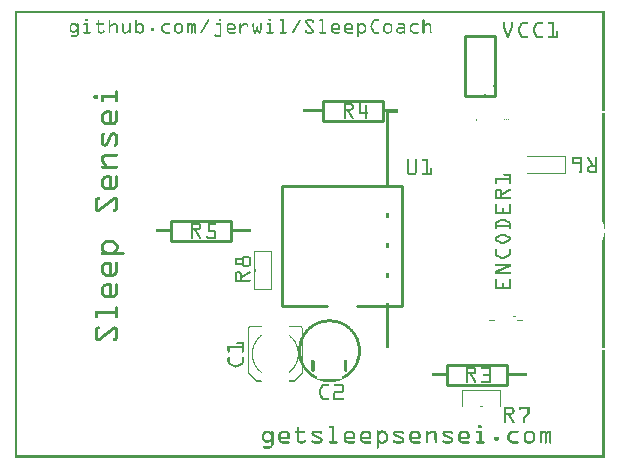
<source format=gto>
G04 MADE WITH FRITZING*
G04 WWW.FRITZING.ORG*
G04 DOUBLE SIDED*
G04 HOLES PLATED*
G04 CONTOUR ON CENTER OF CONTOUR VECTOR*
%ASAXBY*%
%FSLAX23Y23*%
%MOIN*%
%OFA0B0*%
%SFA1.0B1.0*%
%ADD10C,0.010000*%
%ADD11R,0.001000X0.001000*%
%LNSILK1*%
G90*
G70*
G54D10*
X1028Y1190D02*
X1228Y1190D01*
D02*
X1228Y1190D02*
X1228Y1124D01*
D02*
X1228Y1124D02*
X1028Y1124D01*
D02*
X1028Y1124D02*
X1028Y1190D01*
D02*
X1640Y244D02*
X1440Y244D01*
D02*
X1440Y244D02*
X1440Y310D01*
D02*
X1440Y310D02*
X1640Y310D01*
D02*
X1640Y310D02*
X1640Y244D01*
D02*
X719Y724D02*
X519Y724D01*
D02*
X519Y724D02*
X519Y790D01*
D02*
X519Y790D02*
X719Y790D01*
D02*
X719Y790D02*
X719Y724D01*
D02*
X1289Y507D02*
X1289Y907D01*
D02*
X1289Y907D02*
X889Y907D01*
D02*
X889Y907D02*
X889Y507D01*
D02*
X1289Y507D02*
X1139Y507D01*
D02*
X1039Y507D02*
X889Y507D01*
D02*
X1600Y1207D02*
X1600Y1407D01*
D02*
X1600Y1407D02*
X1500Y1407D01*
D02*
X1500Y1407D02*
X1500Y1207D01*
D02*
X1500Y1207D02*
X1600Y1207D01*
G54D11*
X0Y1490D02*
X1965Y1490D01*
X0Y1489D02*
X1965Y1489D01*
X0Y1488D02*
X1965Y1488D01*
X0Y1487D02*
X1965Y1487D01*
X0Y1486D02*
X1965Y1486D01*
X0Y1485D02*
X1965Y1485D01*
X0Y1484D02*
X1965Y1484D01*
X0Y1483D02*
X1965Y1483D01*
X0Y1482D02*
X7Y1482D01*
X1958Y1482D02*
X1965Y1482D01*
X0Y1481D02*
X7Y1481D01*
X1958Y1481D02*
X1965Y1481D01*
X0Y1480D02*
X7Y1480D01*
X1958Y1480D02*
X1965Y1480D01*
X0Y1479D02*
X7Y1479D01*
X1958Y1479D02*
X1965Y1479D01*
X0Y1478D02*
X7Y1478D01*
X1958Y1478D02*
X1965Y1478D01*
X0Y1477D02*
X7Y1477D01*
X1958Y1477D02*
X1965Y1477D01*
X0Y1476D02*
X7Y1476D01*
X1958Y1476D02*
X1965Y1476D01*
X0Y1475D02*
X7Y1475D01*
X1958Y1475D02*
X1965Y1475D01*
X0Y1474D02*
X7Y1474D01*
X1958Y1474D02*
X1965Y1474D01*
X0Y1473D02*
X7Y1473D01*
X1958Y1473D02*
X1965Y1473D01*
X0Y1472D02*
X7Y1472D01*
X1958Y1472D02*
X1965Y1472D01*
X0Y1471D02*
X7Y1471D01*
X1958Y1471D02*
X1965Y1471D01*
X0Y1470D02*
X7Y1470D01*
X1958Y1470D02*
X1965Y1470D01*
X0Y1469D02*
X7Y1469D01*
X1958Y1469D02*
X1965Y1469D01*
X0Y1468D02*
X7Y1468D01*
X1958Y1468D02*
X1965Y1468D01*
X0Y1467D02*
X7Y1467D01*
X1958Y1467D02*
X1965Y1467D01*
X0Y1466D02*
X7Y1466D01*
X1958Y1466D02*
X1965Y1466D01*
X0Y1465D02*
X7Y1465D01*
X1958Y1465D02*
X1965Y1465D01*
X0Y1464D02*
X7Y1464D01*
X236Y1464D02*
X242Y1464D01*
X681Y1464D02*
X687Y1464D01*
X847Y1464D02*
X852Y1464D01*
X1958Y1464D02*
X1965Y1464D01*
X0Y1463D02*
X7Y1463D01*
X235Y1463D02*
X243Y1463D01*
X680Y1463D02*
X688Y1463D01*
X846Y1463D02*
X853Y1463D01*
X1958Y1463D02*
X1965Y1463D01*
X0Y1462D02*
X7Y1462D01*
X235Y1462D02*
X243Y1462D01*
X316Y1462D02*
X316Y1462D01*
X403Y1462D02*
X403Y1462D01*
X645Y1462D02*
X645Y1462D01*
X680Y1462D02*
X688Y1462D01*
X845Y1462D02*
X853Y1462D01*
X885Y1462D02*
X895Y1462D01*
X950Y1462D02*
X950Y1462D01*
X973Y1462D02*
X989Y1462D01*
X1016Y1462D02*
X1026Y1462D01*
X1199Y1462D02*
X1212Y1462D01*
X1362Y1462D02*
X1362Y1462D01*
X1958Y1462D02*
X1965Y1462D01*
X0Y1461D02*
X7Y1461D01*
X235Y1461D02*
X243Y1461D01*
X314Y1461D02*
X318Y1461D01*
X401Y1461D02*
X405Y1461D01*
X643Y1461D02*
X647Y1461D01*
X680Y1461D02*
X688Y1461D01*
X845Y1461D02*
X854Y1461D01*
X884Y1461D02*
X896Y1461D01*
X948Y1461D02*
X952Y1461D01*
X970Y1461D02*
X992Y1461D01*
X1014Y1461D02*
X1027Y1461D01*
X1196Y1461D02*
X1213Y1461D01*
X1360Y1461D02*
X1364Y1461D01*
X1958Y1461D02*
X1965Y1461D01*
X0Y1460D02*
X7Y1460D01*
X235Y1460D02*
X243Y1460D01*
X313Y1460D02*
X318Y1460D01*
X401Y1460D02*
X405Y1460D01*
X642Y1460D02*
X647Y1460D01*
X680Y1460D02*
X688Y1460D01*
X845Y1460D02*
X854Y1460D01*
X883Y1460D02*
X897Y1460D01*
X948Y1460D02*
X953Y1460D01*
X969Y1460D02*
X994Y1460D01*
X1014Y1460D02*
X1028Y1460D01*
X1195Y1460D02*
X1214Y1460D01*
X1360Y1460D02*
X1364Y1460D01*
X1958Y1460D02*
X1965Y1460D01*
X0Y1459D02*
X7Y1459D01*
X235Y1459D02*
X243Y1459D01*
X277Y1459D02*
X280Y1459D01*
X313Y1459D02*
X318Y1459D01*
X401Y1459D02*
X406Y1459D01*
X642Y1459D02*
X648Y1459D01*
X680Y1459D02*
X688Y1459D01*
X845Y1459D02*
X853Y1459D01*
X883Y1459D02*
X897Y1459D01*
X947Y1459D02*
X953Y1459D01*
X968Y1459D02*
X994Y1459D01*
X1014Y1459D02*
X1028Y1459D01*
X1194Y1459D02*
X1214Y1459D01*
X1359Y1459D02*
X1365Y1459D01*
X1958Y1459D02*
X1965Y1459D01*
X0Y1458D02*
X7Y1458D01*
X235Y1458D02*
X243Y1458D01*
X276Y1458D02*
X280Y1458D01*
X313Y1458D02*
X318Y1458D01*
X401Y1458D02*
X406Y1458D01*
X641Y1458D02*
X647Y1458D01*
X680Y1458D02*
X688Y1458D01*
X846Y1458D02*
X853Y1458D01*
X883Y1458D02*
X897Y1458D01*
X946Y1458D02*
X952Y1458D01*
X968Y1458D02*
X995Y1458D01*
X1014Y1458D02*
X1028Y1458D01*
X1193Y1458D02*
X1214Y1458D01*
X1359Y1458D02*
X1365Y1458D01*
X1958Y1458D02*
X1965Y1458D01*
X0Y1457D02*
X7Y1457D01*
X236Y1457D02*
X242Y1457D01*
X276Y1457D02*
X281Y1457D01*
X313Y1457D02*
X318Y1457D01*
X401Y1457D02*
X406Y1457D01*
X641Y1457D02*
X647Y1457D01*
X681Y1457D02*
X687Y1457D01*
X846Y1457D02*
X853Y1457D01*
X884Y1457D02*
X897Y1457D01*
X946Y1457D02*
X952Y1457D01*
X967Y1457D02*
X996Y1457D01*
X1015Y1457D02*
X1028Y1457D01*
X1193Y1457D02*
X1213Y1457D01*
X1359Y1457D02*
X1365Y1457D01*
X1958Y1457D02*
X1965Y1457D01*
X0Y1456D02*
X7Y1456D01*
X238Y1456D02*
X240Y1456D01*
X276Y1456D02*
X281Y1456D01*
X313Y1456D02*
X318Y1456D01*
X401Y1456D02*
X406Y1456D01*
X640Y1456D02*
X646Y1456D01*
X683Y1456D02*
X685Y1456D01*
X848Y1456D02*
X851Y1456D01*
X886Y1456D02*
X897Y1456D01*
X945Y1456D02*
X951Y1456D01*
X967Y1456D02*
X996Y1456D01*
X1017Y1456D02*
X1028Y1456D01*
X1192Y1456D02*
X1211Y1456D01*
X1359Y1456D02*
X1365Y1456D01*
X1958Y1456D02*
X1965Y1456D01*
X0Y1455D02*
X7Y1455D01*
X276Y1455D02*
X281Y1455D01*
X313Y1455D02*
X318Y1455D01*
X401Y1455D02*
X406Y1455D01*
X640Y1455D02*
X646Y1455D01*
X892Y1455D02*
X897Y1455D01*
X945Y1455D02*
X951Y1455D01*
X967Y1455D02*
X972Y1455D01*
X991Y1455D02*
X996Y1455D01*
X1023Y1455D02*
X1028Y1455D01*
X1192Y1455D02*
X1198Y1455D01*
X1359Y1455D02*
X1365Y1455D01*
X1958Y1455D02*
X1965Y1455D01*
X0Y1454D02*
X7Y1454D01*
X276Y1454D02*
X281Y1454D01*
X313Y1454D02*
X318Y1454D01*
X401Y1454D02*
X406Y1454D01*
X639Y1454D02*
X645Y1454D01*
X892Y1454D02*
X897Y1454D01*
X944Y1454D02*
X950Y1454D01*
X967Y1454D02*
X973Y1454D01*
X991Y1454D02*
X996Y1454D01*
X1023Y1454D02*
X1028Y1454D01*
X1191Y1454D02*
X1197Y1454D01*
X1359Y1454D02*
X1365Y1454D01*
X1958Y1454D02*
X1965Y1454D01*
X0Y1453D02*
X7Y1453D01*
X276Y1453D02*
X281Y1453D01*
X313Y1453D02*
X318Y1453D01*
X401Y1453D02*
X406Y1453D01*
X638Y1453D02*
X645Y1453D01*
X892Y1453D02*
X897Y1453D01*
X944Y1453D02*
X950Y1453D01*
X968Y1453D02*
X974Y1453D01*
X991Y1453D02*
X996Y1453D01*
X1023Y1453D02*
X1028Y1453D01*
X1191Y1453D02*
X1197Y1453D01*
X1359Y1453D02*
X1365Y1453D01*
X1629Y1453D02*
X1630Y1453D01*
X1656Y1453D02*
X1658Y1453D01*
X1692Y1453D02*
X1708Y1453D01*
X1742Y1453D02*
X1758Y1453D01*
X1779Y1453D02*
X1796Y1453D01*
X1958Y1453D02*
X1965Y1453D01*
X0Y1452D02*
X7Y1452D01*
X276Y1452D02*
X281Y1452D01*
X313Y1452D02*
X318Y1452D01*
X401Y1452D02*
X406Y1452D01*
X638Y1452D02*
X644Y1452D01*
X892Y1452D02*
X897Y1452D01*
X943Y1452D02*
X949Y1452D01*
X968Y1452D02*
X975Y1452D01*
X992Y1452D02*
X996Y1452D01*
X1023Y1452D02*
X1028Y1452D01*
X1190Y1452D02*
X1196Y1452D01*
X1359Y1452D02*
X1365Y1452D01*
X1627Y1452D02*
X1632Y1452D01*
X1655Y1452D02*
X1659Y1452D01*
X1690Y1452D02*
X1709Y1452D01*
X1740Y1452D02*
X1759Y1452D01*
X1777Y1452D02*
X1796Y1452D01*
X1958Y1452D02*
X1965Y1452D01*
X0Y1451D02*
X7Y1451D01*
X276Y1451D02*
X281Y1451D01*
X313Y1451D02*
X318Y1451D01*
X401Y1451D02*
X406Y1451D01*
X637Y1451D02*
X643Y1451D01*
X892Y1451D02*
X897Y1451D01*
X942Y1451D02*
X948Y1451D01*
X969Y1451D02*
X975Y1451D01*
X993Y1451D02*
X994Y1451D01*
X1023Y1451D02*
X1028Y1451D01*
X1190Y1451D02*
X1196Y1451D01*
X1359Y1451D02*
X1365Y1451D01*
X1627Y1451D02*
X1632Y1451D01*
X1654Y1451D02*
X1660Y1451D01*
X1688Y1451D02*
X1710Y1451D01*
X1738Y1451D02*
X1760Y1451D01*
X1777Y1451D02*
X1796Y1451D01*
X1958Y1451D02*
X1965Y1451D01*
X0Y1450D02*
X7Y1450D01*
X276Y1450D02*
X281Y1450D01*
X313Y1450D02*
X318Y1450D01*
X401Y1450D02*
X406Y1450D01*
X637Y1450D02*
X643Y1450D01*
X892Y1450D02*
X897Y1450D01*
X942Y1450D02*
X948Y1450D01*
X969Y1450D02*
X976Y1450D01*
X1023Y1450D02*
X1028Y1450D01*
X1143Y1450D02*
X1145Y1450D01*
X1153Y1450D02*
X1159Y1450D01*
X1189Y1450D02*
X1195Y1450D01*
X1359Y1450D02*
X1365Y1450D01*
X1627Y1450D02*
X1633Y1450D01*
X1654Y1450D02*
X1660Y1450D01*
X1687Y1450D02*
X1710Y1450D01*
X1737Y1450D02*
X1760Y1450D01*
X1777Y1450D02*
X1796Y1450D01*
X1958Y1450D02*
X1965Y1450D01*
X0Y1449D02*
X7Y1449D01*
X192Y1449D02*
X199Y1449D01*
X208Y1449D02*
X210Y1449D01*
X231Y1449D02*
X241Y1449D01*
X272Y1449D02*
X294Y1449D01*
X313Y1449D02*
X318Y1449D01*
X328Y1449D02*
X335Y1449D01*
X359Y1449D02*
X360Y1449D01*
X383Y1449D02*
X384Y1449D01*
X401Y1449D02*
X406Y1449D01*
X413Y1449D02*
X421Y1449D01*
X500Y1449D02*
X515Y1449D01*
X540Y1449D02*
X551Y1449D01*
X576Y1449D02*
X578Y1449D01*
X584Y1449D02*
X587Y1449D01*
X596Y1449D02*
X597Y1449D01*
X636Y1449D02*
X642Y1449D01*
X673Y1449D02*
X686Y1449D01*
X715Y1449D02*
X726Y1449D01*
X751Y1449D02*
X752Y1449D01*
X763Y1449D02*
X772Y1449D01*
X794Y1449D02*
X795Y1449D01*
X819Y1449D02*
X821Y1449D01*
X841Y1449D02*
X852Y1449D01*
X892Y1449D02*
X897Y1449D01*
X941Y1449D02*
X947Y1449D01*
X970Y1449D02*
X977Y1449D01*
X1023Y1449D02*
X1028Y1449D01*
X1063Y1449D02*
X1074Y1449D01*
X1107Y1449D02*
X1118Y1449D01*
X1142Y1449D02*
X1146Y1449D01*
X1151Y1449D02*
X1161Y1449D01*
X1189Y1449D02*
X1195Y1449D01*
X1238Y1449D02*
X1249Y1449D01*
X1280Y1449D02*
X1294Y1449D01*
X1328Y1449D02*
X1343Y1449D01*
X1359Y1449D02*
X1365Y1449D01*
X1374Y1449D02*
X1381Y1449D01*
X1627Y1449D02*
X1633Y1449D01*
X1654Y1449D02*
X1660Y1449D01*
X1686Y1449D02*
X1710Y1449D01*
X1736Y1449D02*
X1760Y1449D01*
X1777Y1449D02*
X1796Y1449D01*
X1958Y1449D02*
X1965Y1449D01*
X0Y1448D02*
X7Y1448D01*
X189Y1448D02*
X202Y1448D01*
X207Y1448D02*
X211Y1448D01*
X230Y1448D02*
X243Y1448D01*
X270Y1448D02*
X295Y1448D01*
X313Y1448D02*
X318Y1448D01*
X326Y1448D02*
X337Y1448D01*
X358Y1448D02*
X361Y1448D01*
X382Y1448D02*
X385Y1448D01*
X401Y1448D02*
X406Y1448D01*
X410Y1448D02*
X423Y1448D01*
X497Y1448D02*
X516Y1448D01*
X538Y1448D02*
X554Y1448D01*
X575Y1448D02*
X579Y1448D01*
X581Y1448D02*
X589Y1448D01*
X593Y1448D02*
X600Y1448D01*
X635Y1448D02*
X642Y1448D01*
X672Y1448D02*
X688Y1448D01*
X712Y1448D02*
X728Y1448D01*
X750Y1448D02*
X754Y1448D01*
X762Y1448D02*
X774Y1448D01*
X793Y1448D02*
X797Y1448D01*
X818Y1448D02*
X822Y1448D01*
X840Y1448D02*
X853Y1448D01*
X892Y1448D02*
X897Y1448D01*
X941Y1448D02*
X947Y1448D01*
X971Y1448D02*
X978Y1448D01*
X1023Y1448D02*
X1028Y1448D01*
X1061Y1448D02*
X1077Y1448D01*
X1105Y1448D02*
X1120Y1448D01*
X1142Y1448D02*
X1147Y1448D01*
X1150Y1448D02*
X1163Y1448D01*
X1188Y1448D02*
X1194Y1448D01*
X1235Y1448D02*
X1251Y1448D01*
X1279Y1448D02*
X1296Y1448D01*
X1325Y1448D02*
X1344Y1448D01*
X1359Y1448D02*
X1365Y1448D01*
X1372Y1448D02*
X1383Y1448D01*
X1627Y1448D02*
X1633Y1448D01*
X1654Y1448D02*
X1660Y1448D01*
X1685Y1448D02*
X1710Y1448D01*
X1735Y1448D02*
X1760Y1448D01*
X1777Y1448D02*
X1796Y1448D01*
X1958Y1448D02*
X1965Y1448D01*
X0Y1447D02*
X7Y1447D01*
X188Y1447D02*
X203Y1447D01*
X207Y1447D02*
X212Y1447D01*
X229Y1447D02*
X243Y1447D01*
X270Y1447D02*
X296Y1447D01*
X313Y1447D02*
X318Y1447D01*
X324Y1447D02*
X339Y1447D01*
X357Y1447D02*
X362Y1447D01*
X381Y1447D02*
X386Y1447D01*
X401Y1447D02*
X406Y1447D01*
X409Y1447D02*
X424Y1447D01*
X496Y1447D02*
X517Y1447D01*
X537Y1447D02*
X555Y1447D01*
X574Y1447D02*
X590Y1447D01*
X592Y1447D02*
X601Y1447D01*
X635Y1447D02*
X641Y1447D01*
X671Y1447D02*
X688Y1447D01*
X711Y1447D02*
X729Y1447D01*
X749Y1447D02*
X754Y1447D01*
X760Y1447D02*
X775Y1447D01*
X792Y1447D02*
X797Y1447D01*
X818Y1447D02*
X822Y1447D01*
X839Y1447D02*
X853Y1447D01*
X892Y1447D02*
X897Y1447D01*
X940Y1447D02*
X946Y1447D01*
X972Y1447D02*
X978Y1447D01*
X1023Y1447D02*
X1028Y1447D01*
X1060Y1447D02*
X1078Y1447D01*
X1103Y1447D02*
X1122Y1447D01*
X1142Y1447D02*
X1147Y1447D01*
X1149Y1447D02*
X1164Y1447D01*
X1188Y1447D02*
X1194Y1447D01*
X1234Y1447D02*
X1252Y1447D01*
X1278Y1447D02*
X1298Y1447D01*
X1324Y1447D02*
X1345Y1447D01*
X1359Y1447D02*
X1365Y1447D01*
X1370Y1447D02*
X1385Y1447D01*
X1627Y1447D02*
X1633Y1447D01*
X1654Y1447D02*
X1660Y1447D01*
X1685Y1447D02*
X1709Y1447D01*
X1735Y1447D02*
X1759Y1447D01*
X1778Y1447D02*
X1796Y1447D01*
X1958Y1447D02*
X1965Y1447D01*
X0Y1446D02*
X7Y1446D01*
X187Y1446D02*
X205Y1446D01*
X207Y1446D02*
X212Y1446D01*
X229Y1446D02*
X243Y1446D01*
X270Y1446D02*
X296Y1446D01*
X313Y1446D02*
X318Y1446D01*
X322Y1446D02*
X340Y1446D01*
X357Y1446D02*
X362Y1446D01*
X381Y1446D02*
X386Y1446D01*
X401Y1446D02*
X426Y1446D01*
X494Y1446D02*
X517Y1446D01*
X535Y1446D02*
X556Y1446D01*
X574Y1446D02*
X602Y1446D01*
X634Y1446D02*
X640Y1446D01*
X671Y1446D02*
X688Y1446D01*
X710Y1446D02*
X731Y1446D01*
X749Y1446D02*
X754Y1446D01*
X759Y1446D02*
X776Y1446D01*
X792Y1446D02*
X797Y1446D01*
X817Y1446D02*
X823Y1446D01*
X839Y1446D02*
X854Y1446D01*
X892Y1446D02*
X897Y1446D01*
X939Y1446D02*
X946Y1446D01*
X972Y1446D02*
X979Y1446D01*
X1023Y1446D02*
X1028Y1446D01*
X1058Y1446D02*
X1079Y1446D01*
X1102Y1446D02*
X1123Y1446D01*
X1142Y1446D02*
X1165Y1446D01*
X1187Y1446D02*
X1193Y1446D01*
X1233Y1446D02*
X1254Y1446D01*
X1278Y1446D02*
X1299Y1446D01*
X1323Y1446D02*
X1345Y1446D01*
X1359Y1446D02*
X1365Y1446D01*
X1369Y1446D02*
X1386Y1446D01*
X1627Y1446D02*
X1633Y1446D01*
X1654Y1446D02*
X1660Y1446D01*
X1685Y1446D02*
X1692Y1446D01*
X1734Y1446D02*
X1742Y1446D01*
X1790Y1446D02*
X1796Y1446D01*
X1958Y1446D02*
X1965Y1446D01*
X0Y1445D02*
X7Y1445D01*
X186Y1445D02*
X212Y1445D01*
X229Y1445D02*
X243Y1445D01*
X270Y1445D02*
X296Y1445D01*
X313Y1445D02*
X318Y1445D01*
X321Y1445D02*
X340Y1445D01*
X357Y1445D02*
X362Y1445D01*
X381Y1445D02*
X386Y1445D01*
X401Y1445D02*
X427Y1445D01*
X493Y1445D02*
X517Y1445D01*
X534Y1445D02*
X557Y1445D01*
X574Y1445D02*
X603Y1445D01*
X634Y1445D02*
X640Y1445D01*
X671Y1445D02*
X688Y1445D01*
X709Y1445D02*
X732Y1445D01*
X749Y1445D02*
X754Y1445D01*
X758Y1445D02*
X777Y1445D01*
X792Y1445D02*
X797Y1445D01*
X817Y1445D02*
X823Y1445D01*
X840Y1445D02*
X854Y1445D01*
X892Y1445D02*
X897Y1445D01*
X939Y1445D02*
X945Y1445D01*
X973Y1445D02*
X980Y1445D01*
X1023Y1445D02*
X1028Y1445D01*
X1057Y1445D02*
X1081Y1445D01*
X1101Y1445D02*
X1124Y1445D01*
X1142Y1445D02*
X1166Y1445D01*
X1187Y1445D02*
X1193Y1445D01*
X1232Y1445D02*
X1255Y1445D01*
X1279Y1445D02*
X1299Y1445D01*
X1322Y1445D02*
X1345Y1445D01*
X1359Y1445D02*
X1365Y1445D01*
X1367Y1445D02*
X1386Y1445D01*
X1627Y1445D02*
X1633Y1445D01*
X1654Y1445D02*
X1660Y1445D01*
X1684Y1445D02*
X1691Y1445D01*
X1734Y1445D02*
X1741Y1445D01*
X1790Y1445D02*
X1796Y1445D01*
X1958Y1445D02*
X1965Y1445D01*
X0Y1444D02*
X7Y1444D01*
X185Y1444D02*
X212Y1444D01*
X230Y1444D02*
X243Y1444D01*
X271Y1444D02*
X295Y1444D01*
X313Y1444D02*
X341Y1444D01*
X357Y1444D02*
X362Y1444D01*
X381Y1444D02*
X386Y1444D01*
X401Y1444D02*
X428Y1444D01*
X492Y1444D02*
X516Y1444D01*
X533Y1444D02*
X558Y1444D01*
X574Y1444D02*
X603Y1444D01*
X633Y1444D02*
X639Y1444D01*
X672Y1444D02*
X688Y1444D01*
X708Y1444D02*
X733Y1444D01*
X749Y1444D02*
X754Y1444D01*
X757Y1444D02*
X778Y1444D01*
X792Y1444D02*
X797Y1444D01*
X817Y1444D02*
X822Y1444D01*
X840Y1444D02*
X854Y1444D01*
X892Y1444D02*
X897Y1444D01*
X938Y1444D02*
X944Y1444D01*
X974Y1444D02*
X981Y1444D01*
X1023Y1444D02*
X1028Y1444D01*
X1056Y1444D02*
X1081Y1444D01*
X1100Y1444D02*
X1125Y1444D01*
X1142Y1444D02*
X1153Y1444D01*
X1159Y1444D02*
X1167Y1444D01*
X1186Y1444D02*
X1192Y1444D01*
X1231Y1444D02*
X1256Y1444D01*
X1279Y1444D02*
X1300Y1444D01*
X1321Y1444D02*
X1344Y1444D01*
X1359Y1444D02*
X1387Y1444D01*
X1627Y1444D02*
X1633Y1444D01*
X1654Y1444D02*
X1660Y1444D01*
X1684Y1444D02*
X1690Y1444D01*
X1733Y1444D02*
X1740Y1444D01*
X1790Y1444D02*
X1796Y1444D01*
X1958Y1444D02*
X1965Y1444D01*
X0Y1443D02*
X7Y1443D01*
X184Y1443D02*
X192Y1443D01*
X199Y1443D02*
X212Y1443D01*
X238Y1443D02*
X243Y1443D01*
X275Y1443D02*
X281Y1443D01*
X313Y1443D02*
X328Y1443D01*
X334Y1443D02*
X341Y1443D01*
X357Y1443D02*
X362Y1443D01*
X381Y1443D02*
X386Y1443D01*
X401Y1443D02*
X413Y1443D01*
X420Y1443D02*
X428Y1443D01*
X491Y1443D02*
X500Y1443D01*
X533Y1443D02*
X541Y1443D01*
X551Y1443D02*
X559Y1443D01*
X574Y1443D02*
X584Y1443D01*
X586Y1443D02*
X596Y1443D01*
X598Y1443D02*
X603Y1443D01*
X633Y1443D02*
X639Y1443D01*
X683Y1443D02*
X688Y1443D01*
X707Y1443D02*
X715Y1443D01*
X725Y1443D02*
X733Y1443D01*
X749Y1443D02*
X764Y1443D01*
X771Y1443D02*
X778Y1443D01*
X792Y1443D02*
X797Y1443D01*
X817Y1443D02*
X822Y1443D01*
X848Y1443D02*
X854Y1443D01*
X892Y1443D02*
X897Y1443D01*
X938Y1443D02*
X944Y1443D01*
X975Y1443D02*
X982Y1443D01*
X1023Y1443D02*
X1028Y1443D01*
X1056Y1443D02*
X1064Y1443D01*
X1074Y1443D02*
X1082Y1443D01*
X1099Y1443D02*
X1107Y1443D01*
X1118Y1443D02*
X1126Y1443D01*
X1142Y1443D02*
X1152Y1443D01*
X1160Y1443D02*
X1168Y1443D01*
X1186Y1443D02*
X1192Y1443D01*
X1230Y1443D02*
X1238Y1443D01*
X1248Y1443D02*
X1257Y1443D01*
X1294Y1443D02*
X1300Y1443D01*
X1319Y1443D02*
X1328Y1443D01*
X1359Y1443D02*
X1374Y1443D01*
X1381Y1443D02*
X1387Y1443D01*
X1627Y1443D02*
X1633Y1443D01*
X1654Y1443D02*
X1660Y1443D01*
X1683Y1443D02*
X1690Y1443D01*
X1733Y1443D02*
X1740Y1443D01*
X1790Y1443D02*
X1796Y1443D01*
X1958Y1443D02*
X1965Y1443D01*
X0Y1442D02*
X7Y1442D01*
X183Y1442D02*
X190Y1442D01*
X201Y1442D02*
X212Y1442D01*
X238Y1442D02*
X243Y1442D01*
X276Y1442D02*
X281Y1442D01*
X313Y1442D02*
X327Y1442D01*
X336Y1442D02*
X342Y1442D01*
X357Y1442D02*
X362Y1442D01*
X381Y1442D02*
X386Y1442D01*
X401Y1442D02*
X411Y1442D01*
X422Y1442D02*
X429Y1442D01*
X490Y1442D02*
X499Y1442D01*
X532Y1442D02*
X539Y1442D01*
X553Y1442D02*
X560Y1442D01*
X574Y1442D02*
X583Y1442D01*
X587Y1442D02*
X595Y1442D01*
X598Y1442D02*
X604Y1442D01*
X632Y1442D02*
X638Y1442D01*
X683Y1442D02*
X688Y1442D01*
X706Y1442D02*
X713Y1442D01*
X727Y1442D02*
X734Y1442D01*
X749Y1442D02*
X763Y1442D01*
X773Y1442D02*
X778Y1442D01*
X792Y1442D02*
X797Y1442D01*
X817Y1442D02*
X822Y1442D01*
X848Y1442D02*
X854Y1442D01*
X892Y1442D02*
X897Y1442D01*
X937Y1442D02*
X943Y1442D01*
X975Y1442D02*
X982Y1442D01*
X1023Y1442D02*
X1028Y1442D01*
X1055Y1442D02*
X1062Y1442D01*
X1076Y1442D02*
X1083Y1442D01*
X1099Y1442D02*
X1106Y1442D01*
X1120Y1442D02*
X1126Y1442D01*
X1142Y1442D02*
X1151Y1442D01*
X1161Y1442D02*
X1169Y1442D01*
X1186Y1442D02*
X1191Y1442D01*
X1230Y1442D02*
X1236Y1442D01*
X1250Y1442D02*
X1257Y1442D01*
X1295Y1442D02*
X1300Y1442D01*
X1318Y1442D02*
X1327Y1442D01*
X1359Y1442D02*
X1373Y1442D01*
X1382Y1442D02*
X1388Y1442D01*
X1627Y1442D02*
X1633Y1442D01*
X1654Y1442D02*
X1660Y1442D01*
X1683Y1442D02*
X1689Y1442D01*
X1732Y1442D02*
X1739Y1442D01*
X1790Y1442D02*
X1796Y1442D01*
X1958Y1442D02*
X1965Y1442D01*
X0Y1441D02*
X7Y1441D01*
X183Y1441D02*
X189Y1441D01*
X202Y1441D02*
X212Y1441D01*
X238Y1441D02*
X243Y1441D01*
X276Y1441D02*
X281Y1441D01*
X313Y1441D02*
X325Y1441D01*
X336Y1441D02*
X342Y1441D01*
X357Y1441D02*
X362Y1441D01*
X381Y1441D02*
X386Y1441D01*
X401Y1441D02*
X410Y1441D01*
X423Y1441D02*
X429Y1441D01*
X489Y1441D02*
X497Y1441D01*
X532Y1441D02*
X538Y1441D01*
X554Y1441D02*
X560Y1441D01*
X574Y1441D02*
X582Y1441D01*
X587Y1441D02*
X594Y1441D01*
X598Y1441D02*
X604Y1441D01*
X631Y1441D02*
X638Y1441D01*
X683Y1441D02*
X688Y1441D01*
X706Y1441D02*
X712Y1441D01*
X728Y1441D02*
X734Y1441D01*
X749Y1441D02*
X762Y1441D01*
X773Y1441D02*
X778Y1441D01*
X792Y1441D02*
X797Y1441D01*
X817Y1441D02*
X822Y1441D01*
X848Y1441D02*
X854Y1441D01*
X892Y1441D02*
X897Y1441D01*
X937Y1441D02*
X943Y1441D01*
X976Y1441D02*
X983Y1441D01*
X1023Y1441D02*
X1028Y1441D01*
X1055Y1441D02*
X1061Y1441D01*
X1077Y1441D02*
X1083Y1441D01*
X1098Y1441D02*
X1105Y1441D01*
X1121Y1441D02*
X1127Y1441D01*
X1142Y1441D02*
X1150Y1441D01*
X1162Y1441D02*
X1170Y1441D01*
X1185Y1441D02*
X1191Y1441D01*
X1229Y1441D02*
X1235Y1441D01*
X1251Y1441D02*
X1257Y1441D01*
X1295Y1441D02*
X1301Y1441D01*
X1318Y1441D02*
X1326Y1441D01*
X1359Y1441D02*
X1371Y1441D01*
X1383Y1441D02*
X1388Y1441D01*
X1627Y1441D02*
X1633Y1441D01*
X1654Y1441D02*
X1660Y1441D01*
X1682Y1441D02*
X1689Y1441D01*
X1732Y1441D02*
X1739Y1441D01*
X1790Y1441D02*
X1796Y1441D01*
X1958Y1441D02*
X1965Y1441D01*
X0Y1440D02*
X7Y1440D01*
X183Y1440D02*
X188Y1440D01*
X203Y1440D02*
X212Y1440D01*
X238Y1440D02*
X243Y1440D01*
X276Y1440D02*
X281Y1440D01*
X313Y1440D02*
X323Y1440D01*
X337Y1440D02*
X342Y1440D01*
X357Y1440D02*
X362Y1440D01*
X381Y1440D02*
X386Y1440D01*
X401Y1440D02*
X409Y1440D01*
X424Y1440D02*
X430Y1440D01*
X489Y1440D02*
X496Y1440D01*
X531Y1440D02*
X537Y1440D01*
X555Y1440D02*
X560Y1440D01*
X574Y1440D02*
X580Y1440D01*
X587Y1440D02*
X592Y1440D01*
X599Y1440D02*
X604Y1440D01*
X631Y1440D02*
X637Y1440D01*
X683Y1440D02*
X688Y1440D01*
X706Y1440D02*
X711Y1440D01*
X729Y1440D02*
X735Y1440D01*
X749Y1440D02*
X761Y1440D01*
X773Y1440D02*
X778Y1440D01*
X792Y1440D02*
X797Y1440D01*
X817Y1440D02*
X822Y1440D01*
X848Y1440D02*
X854Y1440D01*
X892Y1440D02*
X897Y1440D01*
X936Y1440D02*
X942Y1440D01*
X977Y1440D02*
X984Y1440D01*
X1023Y1440D02*
X1028Y1440D01*
X1054Y1440D02*
X1060Y1440D01*
X1078Y1440D02*
X1083Y1440D01*
X1098Y1440D02*
X1104Y1440D01*
X1121Y1440D02*
X1127Y1440D01*
X1142Y1440D02*
X1149Y1440D01*
X1164Y1440D02*
X1170Y1440D01*
X1185Y1440D02*
X1190Y1440D01*
X1229Y1440D02*
X1234Y1440D01*
X1252Y1440D02*
X1258Y1440D01*
X1295Y1440D02*
X1301Y1440D01*
X1317Y1440D02*
X1324Y1440D01*
X1359Y1440D02*
X1370Y1440D01*
X1383Y1440D02*
X1388Y1440D01*
X1627Y1440D02*
X1633Y1440D01*
X1654Y1440D02*
X1660Y1440D01*
X1682Y1440D02*
X1688Y1440D01*
X1732Y1440D02*
X1738Y1440D01*
X1790Y1440D02*
X1796Y1440D01*
X1958Y1440D02*
X1965Y1440D01*
X0Y1439D02*
X7Y1439D01*
X183Y1439D02*
X188Y1439D01*
X204Y1439D02*
X212Y1439D01*
X238Y1439D02*
X243Y1439D01*
X276Y1439D02*
X281Y1439D01*
X313Y1439D02*
X322Y1439D01*
X337Y1439D02*
X342Y1439D01*
X357Y1439D02*
X362Y1439D01*
X381Y1439D02*
X386Y1439D01*
X401Y1439D02*
X408Y1439D01*
X424Y1439D02*
X430Y1439D01*
X488Y1439D02*
X495Y1439D01*
X531Y1439D02*
X536Y1439D01*
X555Y1439D02*
X560Y1439D01*
X574Y1439D02*
X580Y1439D01*
X587Y1439D02*
X592Y1439D01*
X599Y1439D02*
X604Y1439D01*
X630Y1439D02*
X636Y1439D01*
X683Y1439D02*
X688Y1439D01*
X706Y1439D02*
X711Y1439D01*
X730Y1439D02*
X735Y1439D01*
X749Y1439D02*
X760Y1439D01*
X773Y1439D02*
X778Y1439D01*
X792Y1439D02*
X798Y1439D01*
X817Y1439D02*
X822Y1439D01*
X848Y1439D02*
X854Y1439D01*
X892Y1439D02*
X897Y1439D01*
X935Y1439D02*
X941Y1439D01*
X978Y1439D02*
X985Y1439D01*
X1023Y1439D02*
X1028Y1439D01*
X1054Y1439D02*
X1060Y1439D01*
X1078Y1439D02*
X1083Y1439D01*
X1098Y1439D02*
X1103Y1439D01*
X1122Y1439D02*
X1127Y1439D01*
X1142Y1439D02*
X1148Y1439D01*
X1165Y1439D02*
X1170Y1439D01*
X1185Y1439D02*
X1190Y1439D01*
X1229Y1439D02*
X1234Y1439D01*
X1253Y1439D02*
X1258Y1439D01*
X1296Y1439D02*
X1301Y1439D01*
X1316Y1439D02*
X1323Y1439D01*
X1359Y1439D02*
X1368Y1439D01*
X1383Y1439D02*
X1388Y1439D01*
X1627Y1439D02*
X1633Y1439D01*
X1654Y1439D02*
X1660Y1439D01*
X1681Y1439D02*
X1688Y1439D01*
X1731Y1439D02*
X1738Y1439D01*
X1790Y1439D02*
X1796Y1439D01*
X1958Y1439D02*
X1965Y1439D01*
X0Y1438D02*
X7Y1438D01*
X183Y1438D02*
X188Y1438D01*
X205Y1438D02*
X212Y1438D01*
X238Y1438D02*
X243Y1438D01*
X276Y1438D02*
X281Y1438D01*
X313Y1438D02*
X320Y1438D01*
X337Y1438D02*
X342Y1438D01*
X357Y1438D02*
X362Y1438D01*
X381Y1438D02*
X386Y1438D01*
X401Y1438D02*
X407Y1438D01*
X425Y1438D02*
X430Y1438D01*
X488Y1438D02*
X494Y1438D01*
X531Y1438D02*
X536Y1438D01*
X555Y1438D02*
X560Y1438D01*
X574Y1438D02*
X580Y1438D01*
X587Y1438D02*
X592Y1438D01*
X599Y1438D02*
X604Y1438D01*
X630Y1438D02*
X636Y1438D01*
X683Y1438D02*
X688Y1438D01*
X706Y1438D02*
X711Y1438D01*
X730Y1438D02*
X735Y1438D01*
X749Y1438D02*
X758Y1438D01*
X773Y1438D02*
X778Y1438D01*
X792Y1438D02*
X798Y1438D01*
X806Y1438D02*
X809Y1438D01*
X817Y1438D02*
X822Y1438D01*
X848Y1438D02*
X854Y1438D01*
X892Y1438D02*
X897Y1438D01*
X935Y1438D02*
X941Y1438D01*
X979Y1438D02*
X985Y1438D01*
X1023Y1438D02*
X1028Y1438D01*
X1054Y1438D02*
X1059Y1438D01*
X1078Y1438D02*
X1083Y1438D01*
X1098Y1438D02*
X1103Y1438D01*
X1122Y1438D02*
X1127Y1438D01*
X1142Y1438D02*
X1147Y1438D01*
X1165Y1438D02*
X1171Y1438D01*
X1185Y1438D02*
X1190Y1438D01*
X1229Y1438D02*
X1234Y1438D01*
X1253Y1438D02*
X1258Y1438D01*
X1296Y1438D02*
X1301Y1438D01*
X1316Y1438D02*
X1322Y1438D01*
X1359Y1438D02*
X1366Y1438D01*
X1383Y1438D02*
X1388Y1438D01*
X1627Y1438D02*
X1633Y1438D01*
X1654Y1438D02*
X1660Y1438D01*
X1681Y1438D02*
X1687Y1438D01*
X1731Y1438D02*
X1737Y1438D01*
X1790Y1438D02*
X1796Y1438D01*
X1958Y1438D02*
X1965Y1438D01*
X0Y1437D02*
X7Y1437D01*
X183Y1437D02*
X188Y1437D01*
X206Y1437D02*
X212Y1437D01*
X238Y1437D02*
X243Y1437D01*
X276Y1437D02*
X281Y1437D01*
X313Y1437D02*
X319Y1437D01*
X337Y1437D02*
X342Y1437D01*
X357Y1437D02*
X362Y1437D01*
X381Y1437D02*
X386Y1437D01*
X401Y1437D02*
X406Y1437D01*
X425Y1437D02*
X430Y1437D01*
X488Y1437D02*
X493Y1437D01*
X531Y1437D02*
X536Y1437D01*
X555Y1437D02*
X560Y1437D01*
X574Y1437D02*
X580Y1437D01*
X587Y1437D02*
X592Y1437D01*
X599Y1437D02*
X604Y1437D01*
X629Y1437D02*
X635Y1437D01*
X683Y1437D02*
X688Y1437D01*
X706Y1437D02*
X711Y1437D01*
X730Y1437D02*
X735Y1437D01*
X749Y1437D02*
X757Y1437D01*
X774Y1437D02*
X778Y1437D01*
X792Y1437D02*
X798Y1437D01*
X805Y1437D02*
X810Y1437D01*
X817Y1437D02*
X822Y1437D01*
X848Y1437D02*
X854Y1437D01*
X892Y1437D02*
X897Y1437D01*
X934Y1437D02*
X940Y1437D01*
X979Y1437D02*
X986Y1437D01*
X1023Y1437D02*
X1028Y1437D01*
X1054Y1437D02*
X1059Y1437D01*
X1078Y1437D02*
X1083Y1437D01*
X1098Y1437D02*
X1103Y1437D01*
X1122Y1437D02*
X1127Y1437D01*
X1142Y1437D02*
X1147Y1437D01*
X1166Y1437D02*
X1171Y1437D01*
X1185Y1437D02*
X1190Y1437D01*
X1229Y1437D02*
X1234Y1437D01*
X1253Y1437D02*
X1258Y1437D01*
X1296Y1437D02*
X1301Y1437D01*
X1316Y1437D02*
X1321Y1437D01*
X1359Y1437D02*
X1365Y1437D01*
X1383Y1437D02*
X1388Y1437D01*
X1627Y1437D02*
X1633Y1437D01*
X1654Y1437D02*
X1660Y1437D01*
X1680Y1437D02*
X1687Y1437D01*
X1730Y1437D02*
X1737Y1437D01*
X1790Y1437D02*
X1796Y1437D01*
X1958Y1437D02*
X1965Y1437D01*
X0Y1436D02*
X7Y1436D01*
X183Y1436D02*
X188Y1436D01*
X207Y1436D02*
X212Y1436D01*
X238Y1436D02*
X243Y1436D01*
X276Y1436D02*
X281Y1436D01*
X313Y1436D02*
X318Y1436D01*
X337Y1436D02*
X342Y1436D01*
X357Y1436D02*
X362Y1436D01*
X381Y1436D02*
X386Y1436D01*
X401Y1436D02*
X406Y1436D01*
X425Y1436D02*
X430Y1436D01*
X488Y1436D02*
X493Y1436D01*
X531Y1436D02*
X536Y1436D01*
X555Y1436D02*
X560Y1436D01*
X574Y1436D02*
X580Y1436D01*
X587Y1436D02*
X592Y1436D01*
X599Y1436D02*
X604Y1436D01*
X628Y1436D02*
X635Y1436D01*
X683Y1436D02*
X688Y1436D01*
X706Y1436D02*
X711Y1436D01*
X730Y1436D02*
X735Y1436D01*
X749Y1436D02*
X756Y1436D01*
X775Y1436D02*
X777Y1436D01*
X792Y1436D02*
X798Y1436D01*
X805Y1436D02*
X810Y1436D01*
X817Y1436D02*
X822Y1436D01*
X848Y1436D02*
X854Y1436D01*
X892Y1436D02*
X897Y1436D01*
X934Y1436D02*
X940Y1436D01*
X980Y1436D02*
X987Y1436D01*
X1023Y1436D02*
X1028Y1436D01*
X1054Y1436D02*
X1059Y1436D01*
X1078Y1436D02*
X1083Y1436D01*
X1098Y1436D02*
X1103Y1436D01*
X1122Y1436D02*
X1127Y1436D01*
X1142Y1436D02*
X1147Y1436D01*
X1166Y1436D02*
X1171Y1436D01*
X1185Y1436D02*
X1191Y1436D01*
X1229Y1436D02*
X1234Y1436D01*
X1253Y1436D02*
X1258Y1436D01*
X1278Y1436D02*
X1301Y1436D01*
X1316Y1436D02*
X1321Y1436D01*
X1359Y1436D02*
X1365Y1436D01*
X1383Y1436D02*
X1388Y1436D01*
X1627Y1436D02*
X1634Y1436D01*
X1653Y1436D02*
X1660Y1436D01*
X1680Y1436D02*
X1686Y1436D01*
X1730Y1436D02*
X1736Y1436D01*
X1790Y1436D02*
X1796Y1436D01*
X1958Y1436D02*
X1965Y1436D01*
X0Y1435D02*
X7Y1435D01*
X183Y1435D02*
X188Y1435D01*
X207Y1435D02*
X212Y1435D01*
X238Y1435D02*
X243Y1435D01*
X276Y1435D02*
X281Y1435D01*
X313Y1435D02*
X318Y1435D01*
X337Y1435D02*
X342Y1435D01*
X357Y1435D02*
X362Y1435D01*
X381Y1435D02*
X386Y1435D01*
X401Y1435D02*
X406Y1435D01*
X425Y1435D02*
X430Y1435D01*
X488Y1435D02*
X493Y1435D01*
X531Y1435D02*
X536Y1435D01*
X555Y1435D02*
X560Y1435D01*
X574Y1435D02*
X580Y1435D01*
X587Y1435D02*
X592Y1435D01*
X599Y1435D02*
X604Y1435D01*
X628Y1435D02*
X634Y1435D01*
X683Y1435D02*
X688Y1435D01*
X706Y1435D02*
X711Y1435D01*
X730Y1435D02*
X735Y1435D01*
X749Y1435D02*
X755Y1435D01*
X793Y1435D02*
X798Y1435D01*
X805Y1435D02*
X810Y1435D01*
X817Y1435D02*
X822Y1435D01*
X848Y1435D02*
X854Y1435D01*
X892Y1435D02*
X897Y1435D01*
X933Y1435D02*
X939Y1435D01*
X981Y1435D02*
X988Y1435D01*
X1023Y1435D02*
X1028Y1435D01*
X1054Y1435D02*
X1059Y1435D01*
X1078Y1435D02*
X1083Y1435D01*
X1098Y1435D02*
X1103Y1435D01*
X1122Y1435D02*
X1127Y1435D01*
X1142Y1435D02*
X1147Y1435D01*
X1166Y1435D02*
X1171Y1435D01*
X1186Y1435D02*
X1191Y1435D01*
X1229Y1435D02*
X1234Y1435D01*
X1253Y1435D02*
X1258Y1435D01*
X1276Y1435D02*
X1301Y1435D01*
X1316Y1435D02*
X1321Y1435D01*
X1359Y1435D02*
X1365Y1435D01*
X1383Y1435D02*
X1388Y1435D01*
X1627Y1435D02*
X1634Y1435D01*
X1653Y1435D02*
X1659Y1435D01*
X1679Y1435D02*
X1686Y1435D01*
X1729Y1435D02*
X1736Y1435D01*
X1790Y1435D02*
X1796Y1435D01*
X1958Y1435D02*
X1965Y1435D01*
X0Y1434D02*
X7Y1434D01*
X183Y1434D02*
X188Y1434D01*
X207Y1434D02*
X212Y1434D01*
X238Y1434D02*
X243Y1434D01*
X276Y1434D02*
X281Y1434D01*
X313Y1434D02*
X318Y1434D01*
X337Y1434D02*
X342Y1434D01*
X357Y1434D02*
X362Y1434D01*
X381Y1434D02*
X386Y1434D01*
X401Y1434D02*
X406Y1434D01*
X425Y1434D02*
X430Y1434D01*
X488Y1434D02*
X493Y1434D01*
X531Y1434D02*
X536Y1434D01*
X555Y1434D02*
X560Y1434D01*
X574Y1434D02*
X580Y1434D01*
X587Y1434D02*
X592Y1434D01*
X599Y1434D02*
X604Y1434D01*
X627Y1434D02*
X633Y1434D01*
X683Y1434D02*
X688Y1434D01*
X706Y1434D02*
X711Y1434D01*
X729Y1434D02*
X735Y1434D01*
X749Y1434D02*
X754Y1434D01*
X793Y1434D02*
X798Y1434D01*
X805Y1434D02*
X810Y1434D01*
X817Y1434D02*
X822Y1434D01*
X848Y1434D02*
X854Y1434D01*
X892Y1434D02*
X897Y1434D01*
X932Y1434D02*
X939Y1434D01*
X982Y1434D02*
X989Y1434D01*
X1023Y1434D02*
X1028Y1434D01*
X1054Y1434D02*
X1060Y1434D01*
X1078Y1434D02*
X1083Y1434D01*
X1098Y1434D02*
X1103Y1434D01*
X1122Y1434D02*
X1127Y1434D01*
X1142Y1434D02*
X1147Y1434D01*
X1166Y1434D02*
X1171Y1434D01*
X1186Y1434D02*
X1191Y1434D01*
X1229Y1434D02*
X1234Y1434D01*
X1253Y1434D02*
X1258Y1434D01*
X1275Y1434D02*
X1301Y1434D01*
X1316Y1434D02*
X1321Y1434D01*
X1359Y1434D02*
X1365Y1434D01*
X1383Y1434D02*
X1388Y1434D01*
X1628Y1434D02*
X1634Y1434D01*
X1652Y1434D02*
X1659Y1434D01*
X1679Y1434D02*
X1685Y1434D01*
X1729Y1434D02*
X1735Y1434D01*
X1790Y1434D02*
X1796Y1434D01*
X1958Y1434D02*
X1965Y1434D01*
X0Y1433D02*
X7Y1433D01*
X183Y1433D02*
X188Y1433D01*
X207Y1433D02*
X212Y1433D01*
X238Y1433D02*
X243Y1433D01*
X276Y1433D02*
X281Y1433D01*
X313Y1433D02*
X318Y1433D01*
X337Y1433D02*
X342Y1433D01*
X357Y1433D02*
X362Y1433D01*
X381Y1433D02*
X386Y1433D01*
X401Y1433D02*
X406Y1433D01*
X425Y1433D02*
X430Y1433D01*
X454Y1433D02*
X463Y1433D01*
X488Y1433D02*
X493Y1433D01*
X531Y1433D02*
X536Y1433D01*
X555Y1433D02*
X560Y1433D01*
X574Y1433D02*
X580Y1433D01*
X587Y1433D02*
X592Y1433D01*
X599Y1433D02*
X604Y1433D01*
X627Y1433D02*
X633Y1433D01*
X683Y1433D02*
X688Y1433D01*
X706Y1433D02*
X735Y1433D01*
X749Y1433D02*
X754Y1433D01*
X793Y1433D02*
X798Y1433D01*
X805Y1433D02*
X810Y1433D01*
X817Y1433D02*
X822Y1433D01*
X848Y1433D02*
X854Y1433D01*
X892Y1433D02*
X897Y1433D01*
X932Y1433D02*
X938Y1433D01*
X982Y1433D02*
X989Y1433D01*
X1023Y1433D02*
X1028Y1433D01*
X1054Y1433D02*
X1083Y1433D01*
X1098Y1433D02*
X1127Y1433D01*
X1142Y1433D02*
X1147Y1433D01*
X1166Y1433D02*
X1171Y1433D01*
X1186Y1433D02*
X1192Y1433D01*
X1229Y1433D02*
X1234Y1433D01*
X1253Y1433D02*
X1258Y1433D01*
X1274Y1433D02*
X1301Y1433D01*
X1316Y1433D02*
X1321Y1433D01*
X1359Y1433D02*
X1365Y1433D01*
X1383Y1433D02*
X1388Y1433D01*
X1628Y1433D02*
X1635Y1433D01*
X1652Y1433D02*
X1658Y1433D01*
X1678Y1433D02*
X1685Y1433D01*
X1728Y1433D02*
X1735Y1433D01*
X1790Y1433D02*
X1796Y1433D01*
X1958Y1433D02*
X1965Y1433D01*
X0Y1432D02*
X7Y1432D01*
X183Y1432D02*
X188Y1432D01*
X207Y1432D02*
X212Y1432D01*
X238Y1432D02*
X243Y1432D01*
X276Y1432D02*
X281Y1432D01*
X313Y1432D02*
X318Y1432D01*
X337Y1432D02*
X342Y1432D01*
X357Y1432D02*
X362Y1432D01*
X381Y1432D02*
X386Y1432D01*
X401Y1432D02*
X406Y1432D01*
X425Y1432D02*
X430Y1432D01*
X453Y1432D02*
X464Y1432D01*
X488Y1432D02*
X493Y1432D01*
X531Y1432D02*
X536Y1432D01*
X555Y1432D02*
X560Y1432D01*
X574Y1432D02*
X580Y1432D01*
X587Y1432D02*
X592Y1432D01*
X599Y1432D02*
X604Y1432D01*
X626Y1432D02*
X632Y1432D01*
X683Y1432D02*
X688Y1432D01*
X706Y1432D02*
X735Y1432D01*
X749Y1432D02*
X754Y1432D01*
X793Y1432D02*
X798Y1432D01*
X805Y1432D02*
X810Y1432D01*
X817Y1432D02*
X822Y1432D01*
X848Y1432D02*
X854Y1432D01*
X892Y1432D02*
X897Y1432D01*
X931Y1432D02*
X937Y1432D01*
X983Y1432D02*
X990Y1432D01*
X1023Y1432D02*
X1028Y1432D01*
X1054Y1432D02*
X1083Y1432D01*
X1098Y1432D02*
X1127Y1432D01*
X1142Y1432D02*
X1147Y1432D01*
X1166Y1432D02*
X1171Y1432D01*
X1187Y1432D02*
X1193Y1432D01*
X1229Y1432D02*
X1234Y1432D01*
X1253Y1432D02*
X1258Y1432D01*
X1274Y1432D02*
X1301Y1432D01*
X1316Y1432D02*
X1321Y1432D01*
X1359Y1432D02*
X1365Y1432D01*
X1383Y1432D02*
X1388Y1432D01*
X1629Y1432D02*
X1635Y1432D01*
X1652Y1432D02*
X1658Y1432D01*
X1678Y1432D02*
X1684Y1432D01*
X1728Y1432D02*
X1734Y1432D01*
X1790Y1432D02*
X1796Y1432D01*
X1958Y1432D02*
X1965Y1432D01*
X0Y1431D02*
X7Y1431D01*
X183Y1431D02*
X188Y1431D01*
X207Y1431D02*
X212Y1431D01*
X238Y1431D02*
X243Y1431D01*
X276Y1431D02*
X281Y1431D01*
X313Y1431D02*
X318Y1431D01*
X337Y1431D02*
X342Y1431D01*
X357Y1431D02*
X363Y1431D01*
X381Y1431D02*
X386Y1431D01*
X401Y1431D02*
X406Y1431D01*
X425Y1431D02*
X430Y1431D01*
X453Y1431D02*
X464Y1431D01*
X488Y1431D02*
X493Y1431D01*
X531Y1431D02*
X536Y1431D01*
X555Y1431D02*
X560Y1431D01*
X574Y1431D02*
X580Y1431D01*
X587Y1431D02*
X592Y1431D01*
X599Y1431D02*
X604Y1431D01*
X626Y1431D02*
X632Y1431D01*
X683Y1431D02*
X688Y1431D01*
X706Y1431D02*
X735Y1431D01*
X749Y1431D02*
X754Y1431D01*
X793Y1431D02*
X798Y1431D01*
X805Y1431D02*
X810Y1431D01*
X817Y1431D02*
X822Y1431D01*
X848Y1431D02*
X854Y1431D01*
X892Y1431D02*
X897Y1431D01*
X931Y1431D02*
X937Y1431D01*
X984Y1431D02*
X991Y1431D01*
X1023Y1431D02*
X1028Y1431D01*
X1054Y1431D02*
X1083Y1431D01*
X1098Y1431D02*
X1127Y1431D01*
X1142Y1431D02*
X1147Y1431D01*
X1166Y1431D02*
X1171Y1431D01*
X1187Y1431D02*
X1193Y1431D01*
X1229Y1431D02*
X1234Y1431D01*
X1253Y1431D02*
X1258Y1431D01*
X1273Y1431D02*
X1301Y1431D01*
X1316Y1431D02*
X1321Y1431D01*
X1359Y1431D02*
X1365Y1431D01*
X1383Y1431D02*
X1388Y1431D01*
X1629Y1431D02*
X1636Y1431D01*
X1651Y1431D02*
X1658Y1431D01*
X1677Y1431D02*
X1684Y1431D01*
X1727Y1431D02*
X1734Y1431D01*
X1790Y1431D02*
X1796Y1431D01*
X1958Y1431D02*
X1965Y1431D01*
X0Y1430D02*
X7Y1430D01*
X183Y1430D02*
X188Y1430D01*
X206Y1430D02*
X212Y1430D01*
X238Y1430D02*
X243Y1430D01*
X276Y1430D02*
X281Y1430D01*
X313Y1430D02*
X318Y1430D01*
X337Y1430D02*
X342Y1430D01*
X357Y1430D02*
X363Y1430D01*
X381Y1430D02*
X386Y1430D01*
X401Y1430D02*
X406Y1430D01*
X425Y1430D02*
X430Y1430D01*
X453Y1430D02*
X464Y1430D01*
X488Y1430D02*
X493Y1430D01*
X531Y1430D02*
X536Y1430D01*
X555Y1430D02*
X560Y1430D01*
X574Y1430D02*
X580Y1430D01*
X587Y1430D02*
X592Y1430D01*
X599Y1430D02*
X604Y1430D01*
X625Y1430D02*
X631Y1430D01*
X683Y1430D02*
X688Y1430D01*
X706Y1430D02*
X735Y1430D01*
X749Y1430D02*
X754Y1430D01*
X793Y1430D02*
X798Y1430D01*
X805Y1430D02*
X810Y1430D01*
X817Y1430D02*
X822Y1430D01*
X848Y1430D02*
X854Y1430D01*
X892Y1430D02*
X897Y1430D01*
X930Y1430D02*
X936Y1430D01*
X985Y1430D02*
X992Y1430D01*
X1023Y1430D02*
X1028Y1430D01*
X1054Y1430D02*
X1083Y1430D01*
X1098Y1430D02*
X1127Y1430D01*
X1142Y1430D02*
X1147Y1430D01*
X1166Y1430D02*
X1171Y1430D01*
X1188Y1430D02*
X1194Y1430D01*
X1229Y1430D02*
X1234Y1430D01*
X1253Y1430D02*
X1258Y1430D01*
X1273Y1430D02*
X1279Y1430D01*
X1294Y1430D02*
X1301Y1430D01*
X1316Y1430D02*
X1321Y1430D01*
X1359Y1430D02*
X1365Y1430D01*
X1383Y1430D02*
X1388Y1430D01*
X1629Y1430D02*
X1636Y1430D01*
X1651Y1430D02*
X1657Y1430D01*
X1677Y1430D02*
X1683Y1430D01*
X1727Y1430D02*
X1733Y1430D01*
X1790Y1430D02*
X1796Y1430D01*
X1958Y1430D02*
X1965Y1430D01*
X0Y1429D02*
X7Y1429D01*
X183Y1429D02*
X188Y1429D01*
X206Y1429D02*
X212Y1429D01*
X238Y1429D02*
X243Y1429D01*
X276Y1429D02*
X281Y1429D01*
X313Y1429D02*
X318Y1429D01*
X337Y1429D02*
X342Y1429D01*
X357Y1429D02*
X363Y1429D01*
X381Y1429D02*
X386Y1429D01*
X401Y1429D02*
X406Y1429D01*
X425Y1429D02*
X430Y1429D01*
X453Y1429D02*
X464Y1429D01*
X488Y1429D02*
X493Y1429D01*
X531Y1429D02*
X536Y1429D01*
X555Y1429D02*
X560Y1429D01*
X574Y1429D02*
X580Y1429D01*
X587Y1429D02*
X592Y1429D01*
X599Y1429D02*
X604Y1429D01*
X624Y1429D02*
X631Y1429D01*
X683Y1429D02*
X688Y1429D01*
X706Y1429D02*
X734Y1429D01*
X749Y1429D02*
X754Y1429D01*
X793Y1429D02*
X798Y1429D01*
X805Y1429D02*
X810Y1429D01*
X817Y1429D02*
X822Y1429D01*
X848Y1429D02*
X854Y1429D01*
X892Y1429D02*
X897Y1429D01*
X930Y1429D02*
X936Y1429D01*
X986Y1429D02*
X992Y1429D01*
X1023Y1429D02*
X1028Y1429D01*
X1054Y1429D02*
X1083Y1429D01*
X1098Y1429D02*
X1126Y1429D01*
X1142Y1429D02*
X1147Y1429D01*
X1166Y1429D02*
X1171Y1429D01*
X1188Y1429D02*
X1194Y1429D01*
X1229Y1429D02*
X1234Y1429D01*
X1253Y1429D02*
X1258Y1429D01*
X1272Y1429D02*
X1278Y1429D01*
X1295Y1429D02*
X1301Y1429D01*
X1316Y1429D02*
X1321Y1429D01*
X1359Y1429D02*
X1365Y1429D01*
X1383Y1429D02*
X1388Y1429D01*
X1630Y1429D02*
X1636Y1429D01*
X1650Y1429D02*
X1657Y1429D01*
X1677Y1429D02*
X1683Y1429D01*
X1727Y1429D02*
X1733Y1429D01*
X1790Y1429D02*
X1796Y1429D01*
X1958Y1429D02*
X1965Y1429D01*
X0Y1428D02*
X7Y1428D01*
X183Y1428D02*
X188Y1428D01*
X205Y1428D02*
X212Y1428D01*
X238Y1428D02*
X243Y1428D01*
X276Y1428D02*
X281Y1428D01*
X313Y1428D02*
X318Y1428D01*
X337Y1428D02*
X342Y1428D01*
X358Y1428D02*
X363Y1428D01*
X381Y1428D02*
X386Y1428D01*
X401Y1428D02*
X406Y1428D01*
X425Y1428D02*
X430Y1428D01*
X453Y1428D02*
X464Y1428D01*
X488Y1428D02*
X493Y1428D01*
X531Y1428D02*
X536Y1428D01*
X555Y1428D02*
X560Y1428D01*
X574Y1428D02*
X580Y1428D01*
X587Y1428D02*
X592Y1428D01*
X599Y1428D02*
X604Y1428D01*
X624Y1428D02*
X630Y1428D01*
X683Y1428D02*
X688Y1428D01*
X706Y1428D02*
X733Y1428D01*
X749Y1428D02*
X754Y1428D01*
X793Y1428D02*
X798Y1428D01*
X804Y1428D02*
X811Y1428D01*
X817Y1428D02*
X822Y1428D01*
X848Y1428D02*
X854Y1428D01*
X892Y1428D02*
X897Y1428D01*
X929Y1428D02*
X935Y1428D01*
X986Y1428D02*
X993Y1428D01*
X1023Y1428D02*
X1028Y1428D01*
X1054Y1428D02*
X1082Y1428D01*
X1098Y1428D02*
X1125Y1428D01*
X1142Y1428D02*
X1147Y1428D01*
X1166Y1428D02*
X1171Y1428D01*
X1189Y1428D02*
X1195Y1428D01*
X1229Y1428D02*
X1234Y1428D01*
X1253Y1428D02*
X1258Y1428D01*
X1272Y1428D02*
X1277Y1428D01*
X1296Y1428D02*
X1301Y1428D01*
X1316Y1428D02*
X1321Y1428D01*
X1359Y1428D02*
X1365Y1428D01*
X1383Y1428D02*
X1388Y1428D01*
X1630Y1428D02*
X1637Y1428D01*
X1650Y1428D02*
X1657Y1428D01*
X1677Y1428D02*
X1683Y1428D01*
X1727Y1428D02*
X1733Y1428D01*
X1790Y1428D02*
X1796Y1428D01*
X1958Y1428D02*
X1965Y1428D01*
X0Y1427D02*
X7Y1427D01*
X183Y1427D02*
X188Y1427D01*
X203Y1427D02*
X212Y1427D01*
X238Y1427D02*
X243Y1427D01*
X276Y1427D02*
X281Y1427D01*
X313Y1427D02*
X318Y1427D01*
X337Y1427D02*
X342Y1427D01*
X358Y1427D02*
X363Y1427D01*
X380Y1427D02*
X386Y1427D01*
X401Y1427D02*
X406Y1427D01*
X425Y1427D02*
X430Y1427D01*
X453Y1427D02*
X464Y1427D01*
X488Y1427D02*
X493Y1427D01*
X531Y1427D02*
X536Y1427D01*
X555Y1427D02*
X560Y1427D01*
X574Y1427D02*
X580Y1427D01*
X587Y1427D02*
X592Y1427D01*
X599Y1427D02*
X604Y1427D01*
X623Y1427D02*
X629Y1427D01*
X683Y1427D02*
X688Y1427D01*
X706Y1427D02*
X711Y1427D01*
X749Y1427D02*
X754Y1427D01*
X793Y1427D02*
X798Y1427D01*
X804Y1427D02*
X811Y1427D01*
X816Y1427D02*
X822Y1427D01*
X848Y1427D02*
X854Y1427D01*
X892Y1427D02*
X897Y1427D01*
X928Y1427D02*
X934Y1427D01*
X987Y1427D02*
X994Y1427D01*
X1023Y1427D02*
X1028Y1427D01*
X1054Y1427D02*
X1059Y1427D01*
X1098Y1427D02*
X1103Y1427D01*
X1142Y1427D02*
X1147Y1427D01*
X1166Y1427D02*
X1171Y1427D01*
X1189Y1427D02*
X1195Y1427D01*
X1229Y1427D02*
X1234Y1427D01*
X1253Y1427D02*
X1258Y1427D01*
X1272Y1427D02*
X1277Y1427D01*
X1296Y1427D02*
X1301Y1427D01*
X1316Y1427D02*
X1321Y1427D01*
X1359Y1427D02*
X1365Y1427D01*
X1383Y1427D02*
X1388Y1427D01*
X1631Y1427D02*
X1637Y1427D01*
X1650Y1427D02*
X1656Y1427D01*
X1677Y1427D02*
X1683Y1427D01*
X1727Y1427D02*
X1733Y1427D01*
X1790Y1427D02*
X1796Y1427D01*
X1958Y1427D02*
X1965Y1427D01*
X0Y1426D02*
X7Y1426D01*
X183Y1426D02*
X189Y1426D01*
X202Y1426D02*
X212Y1426D01*
X238Y1426D02*
X243Y1426D01*
X276Y1426D02*
X281Y1426D01*
X296Y1426D02*
X297Y1426D01*
X313Y1426D02*
X318Y1426D01*
X337Y1426D02*
X342Y1426D01*
X358Y1426D02*
X363Y1426D01*
X379Y1426D02*
X386Y1426D01*
X401Y1426D02*
X407Y1426D01*
X425Y1426D02*
X430Y1426D01*
X453Y1426D02*
X464Y1426D01*
X488Y1426D02*
X494Y1426D01*
X531Y1426D02*
X536Y1426D01*
X555Y1426D02*
X560Y1426D01*
X574Y1426D02*
X580Y1426D01*
X587Y1426D02*
X592Y1426D01*
X599Y1426D02*
X604Y1426D01*
X623Y1426D02*
X629Y1426D01*
X683Y1426D02*
X688Y1426D01*
X706Y1426D02*
X711Y1426D01*
X749Y1426D02*
X754Y1426D01*
X793Y1426D02*
X799Y1426D01*
X803Y1426D02*
X812Y1426D01*
X816Y1426D02*
X821Y1426D01*
X848Y1426D02*
X854Y1426D01*
X892Y1426D02*
X897Y1426D01*
X928Y1426D02*
X934Y1426D01*
X969Y1426D02*
X970Y1426D01*
X988Y1426D02*
X995Y1426D01*
X1023Y1426D02*
X1028Y1426D01*
X1054Y1426D02*
X1059Y1426D01*
X1098Y1426D02*
X1103Y1426D01*
X1142Y1426D02*
X1147Y1426D01*
X1165Y1426D02*
X1171Y1426D01*
X1190Y1426D02*
X1196Y1426D01*
X1229Y1426D02*
X1234Y1426D01*
X1253Y1426D02*
X1258Y1426D01*
X1272Y1426D02*
X1277Y1426D01*
X1296Y1426D02*
X1301Y1426D01*
X1316Y1426D02*
X1322Y1426D01*
X1359Y1426D02*
X1365Y1426D01*
X1383Y1426D02*
X1388Y1426D01*
X1631Y1426D02*
X1638Y1426D01*
X1649Y1426D02*
X1656Y1426D01*
X1677Y1426D02*
X1683Y1426D01*
X1727Y1426D02*
X1733Y1426D01*
X1790Y1426D02*
X1796Y1426D01*
X1958Y1426D02*
X1965Y1426D01*
X0Y1425D02*
X7Y1425D01*
X183Y1425D02*
X190Y1425D01*
X201Y1425D02*
X212Y1425D01*
X238Y1425D02*
X243Y1425D01*
X276Y1425D02*
X281Y1425D01*
X295Y1425D02*
X298Y1425D01*
X313Y1425D02*
X318Y1425D01*
X337Y1425D02*
X342Y1425D01*
X358Y1425D02*
X363Y1425D01*
X377Y1425D02*
X386Y1425D01*
X401Y1425D02*
X408Y1425D01*
X424Y1425D02*
X430Y1425D01*
X453Y1425D02*
X464Y1425D01*
X488Y1425D02*
X495Y1425D01*
X531Y1425D02*
X537Y1425D01*
X555Y1425D02*
X560Y1425D01*
X574Y1425D02*
X580Y1425D01*
X587Y1425D02*
X592Y1425D01*
X599Y1425D02*
X604Y1425D01*
X622Y1425D02*
X628Y1425D01*
X683Y1425D02*
X688Y1425D01*
X706Y1425D02*
X711Y1425D01*
X749Y1425D02*
X754Y1425D01*
X794Y1425D02*
X799Y1425D01*
X802Y1425D02*
X812Y1425D01*
X816Y1425D02*
X821Y1425D01*
X848Y1425D02*
X854Y1425D01*
X892Y1425D02*
X897Y1425D01*
X927Y1425D02*
X933Y1425D01*
X968Y1425D02*
X972Y1425D01*
X989Y1425D02*
X995Y1425D01*
X1023Y1425D02*
X1028Y1425D01*
X1054Y1425D02*
X1060Y1425D01*
X1098Y1425D02*
X1103Y1425D01*
X1142Y1425D02*
X1148Y1425D01*
X1165Y1425D02*
X1170Y1425D01*
X1190Y1425D02*
X1196Y1425D01*
X1229Y1425D02*
X1234Y1425D01*
X1253Y1425D02*
X1258Y1425D01*
X1272Y1425D02*
X1277Y1425D01*
X1296Y1425D02*
X1301Y1425D01*
X1316Y1425D02*
X1323Y1425D01*
X1359Y1425D02*
X1365Y1425D01*
X1383Y1425D02*
X1388Y1425D01*
X1631Y1425D02*
X1638Y1425D01*
X1649Y1425D02*
X1655Y1425D01*
X1677Y1425D02*
X1683Y1425D01*
X1727Y1425D02*
X1733Y1425D01*
X1790Y1425D02*
X1796Y1425D01*
X1958Y1425D02*
X1965Y1425D01*
X0Y1424D02*
X7Y1424D01*
X184Y1424D02*
X191Y1424D01*
X200Y1424D02*
X212Y1424D01*
X238Y1424D02*
X243Y1424D01*
X276Y1424D02*
X281Y1424D01*
X294Y1424D02*
X299Y1424D01*
X313Y1424D02*
X318Y1424D01*
X337Y1424D02*
X342Y1424D01*
X358Y1424D02*
X363Y1424D01*
X376Y1424D02*
X386Y1424D01*
X401Y1424D02*
X409Y1424D01*
X424Y1424D02*
X430Y1424D01*
X454Y1424D02*
X464Y1424D01*
X489Y1424D02*
X496Y1424D01*
X531Y1424D02*
X537Y1424D01*
X555Y1424D02*
X560Y1424D01*
X574Y1424D02*
X580Y1424D01*
X587Y1424D02*
X592Y1424D01*
X599Y1424D02*
X604Y1424D01*
X621Y1424D02*
X628Y1424D01*
X683Y1424D02*
X688Y1424D01*
X706Y1424D02*
X711Y1424D01*
X749Y1424D02*
X754Y1424D01*
X794Y1424D02*
X799Y1424D01*
X802Y1424D02*
X813Y1424D01*
X815Y1424D02*
X821Y1424D01*
X848Y1424D02*
X854Y1424D01*
X892Y1424D02*
X897Y1424D01*
X927Y1424D02*
X933Y1424D01*
X967Y1424D02*
X972Y1424D01*
X989Y1424D02*
X996Y1424D01*
X1023Y1424D02*
X1028Y1424D01*
X1054Y1424D02*
X1060Y1424D01*
X1098Y1424D02*
X1104Y1424D01*
X1142Y1424D02*
X1149Y1424D01*
X1163Y1424D02*
X1170Y1424D01*
X1191Y1424D02*
X1197Y1424D01*
X1229Y1424D02*
X1234Y1424D01*
X1252Y1424D02*
X1258Y1424D01*
X1272Y1424D02*
X1277Y1424D01*
X1295Y1424D02*
X1301Y1424D01*
X1317Y1424D02*
X1325Y1424D01*
X1359Y1424D02*
X1365Y1424D01*
X1383Y1424D02*
X1388Y1424D01*
X1632Y1424D02*
X1638Y1424D01*
X1648Y1424D02*
X1655Y1424D01*
X1677Y1424D02*
X1683Y1424D01*
X1727Y1424D02*
X1733Y1424D01*
X1790Y1424D02*
X1796Y1424D01*
X1958Y1424D02*
X1965Y1424D01*
X0Y1423D02*
X7Y1423D01*
X184Y1423D02*
X212Y1423D01*
X238Y1423D02*
X243Y1423D01*
X276Y1423D02*
X281Y1423D01*
X294Y1423D02*
X299Y1423D01*
X313Y1423D02*
X318Y1423D01*
X337Y1423D02*
X342Y1423D01*
X358Y1423D02*
X363Y1423D01*
X374Y1423D02*
X386Y1423D01*
X401Y1423D02*
X410Y1423D01*
X423Y1423D02*
X429Y1423D01*
X455Y1423D02*
X463Y1423D01*
X489Y1423D02*
X498Y1423D01*
X532Y1423D02*
X538Y1423D01*
X554Y1423D02*
X560Y1423D01*
X574Y1423D02*
X580Y1423D01*
X587Y1423D02*
X592Y1423D01*
X599Y1423D02*
X604Y1423D01*
X621Y1423D02*
X627Y1423D01*
X683Y1423D02*
X688Y1423D01*
X706Y1423D02*
X712Y1423D01*
X749Y1423D02*
X754Y1423D01*
X794Y1423D02*
X813Y1423D01*
X815Y1423D02*
X821Y1423D01*
X848Y1423D02*
X854Y1423D01*
X892Y1423D02*
X897Y1423D01*
X926Y1423D02*
X932Y1423D01*
X967Y1423D02*
X972Y1423D01*
X990Y1423D02*
X996Y1423D01*
X1023Y1423D02*
X1028Y1423D01*
X1055Y1423D02*
X1061Y1423D01*
X1098Y1423D02*
X1105Y1423D01*
X1142Y1423D02*
X1150Y1423D01*
X1162Y1423D02*
X1170Y1423D01*
X1191Y1423D02*
X1197Y1423D01*
X1229Y1423D02*
X1235Y1423D01*
X1251Y1423D02*
X1257Y1423D01*
X1272Y1423D02*
X1278Y1423D01*
X1293Y1423D02*
X1301Y1423D01*
X1318Y1423D02*
X1326Y1423D01*
X1359Y1423D02*
X1365Y1423D01*
X1383Y1423D02*
X1388Y1423D01*
X1632Y1423D02*
X1639Y1423D01*
X1648Y1423D02*
X1655Y1423D01*
X1677Y1423D02*
X1683Y1423D01*
X1727Y1423D02*
X1733Y1423D01*
X1790Y1423D02*
X1796Y1423D01*
X1805Y1423D02*
X1809Y1423D01*
X1958Y1423D02*
X1965Y1423D01*
X0Y1422D02*
X7Y1422D01*
X185Y1422D02*
X212Y1422D01*
X238Y1422D02*
X243Y1422D01*
X276Y1422D02*
X282Y1422D01*
X293Y1422D02*
X299Y1422D01*
X313Y1422D02*
X318Y1422D01*
X337Y1422D02*
X342Y1422D01*
X358Y1422D02*
X364Y1422D01*
X373Y1422D02*
X386Y1422D01*
X401Y1422D02*
X412Y1422D01*
X422Y1422D02*
X429Y1422D01*
X490Y1422D02*
X499Y1422D01*
X532Y1422D02*
X539Y1422D01*
X552Y1422D02*
X560Y1422D01*
X574Y1422D02*
X580Y1422D01*
X587Y1422D02*
X592Y1422D01*
X599Y1422D02*
X604Y1422D01*
X620Y1422D02*
X626Y1422D01*
X683Y1422D02*
X688Y1422D01*
X706Y1422D02*
X714Y1422D01*
X749Y1422D02*
X754Y1422D01*
X794Y1422D02*
X820Y1422D01*
X848Y1422D02*
X854Y1422D01*
X892Y1422D02*
X897Y1422D01*
X925Y1422D02*
X932Y1422D01*
X967Y1422D02*
X973Y1422D01*
X991Y1422D02*
X996Y1422D01*
X1023Y1422D02*
X1028Y1422D01*
X1055Y1422D02*
X1062Y1422D01*
X1099Y1422D02*
X1106Y1422D01*
X1142Y1422D02*
X1151Y1422D01*
X1161Y1422D02*
X1169Y1422D01*
X1192Y1422D02*
X1198Y1422D01*
X1229Y1422D02*
X1237Y1422D01*
X1250Y1422D02*
X1257Y1422D01*
X1272Y1422D02*
X1278Y1422D01*
X1291Y1422D02*
X1301Y1422D01*
X1319Y1422D02*
X1327Y1422D01*
X1359Y1422D02*
X1365Y1422D01*
X1383Y1422D02*
X1388Y1422D01*
X1632Y1422D02*
X1639Y1422D01*
X1648Y1422D02*
X1654Y1422D01*
X1677Y1422D02*
X1684Y1422D01*
X1727Y1422D02*
X1734Y1422D01*
X1790Y1422D02*
X1796Y1422D01*
X1805Y1422D02*
X1810Y1422D01*
X1958Y1422D02*
X1965Y1422D01*
X0Y1421D02*
X7Y1421D01*
X186Y1421D02*
X212Y1421D01*
X238Y1421D02*
X244Y1421D01*
X276Y1421D02*
X284Y1421D01*
X291Y1421D02*
X298Y1421D01*
X313Y1421D02*
X318Y1421D01*
X337Y1421D02*
X342Y1421D01*
X358Y1421D02*
X366Y1421D01*
X371Y1421D02*
X386Y1421D01*
X401Y1421D02*
X414Y1421D01*
X419Y1421D02*
X428Y1421D01*
X491Y1421D02*
X501Y1421D01*
X533Y1421D02*
X541Y1421D01*
X550Y1421D02*
X559Y1421D01*
X574Y1421D02*
X580Y1421D01*
X587Y1421D02*
X592Y1421D01*
X599Y1421D02*
X604Y1421D01*
X620Y1421D02*
X626Y1421D01*
X683Y1421D02*
X688Y1421D01*
X707Y1421D02*
X716Y1421D01*
X749Y1421D02*
X754Y1421D01*
X795Y1421D02*
X806Y1421D01*
X809Y1421D02*
X820Y1421D01*
X848Y1421D02*
X854Y1421D01*
X891Y1421D02*
X898Y1421D01*
X925Y1421D02*
X931Y1421D01*
X967Y1421D02*
X974Y1421D01*
X990Y1421D02*
X996Y1421D01*
X1022Y1421D02*
X1028Y1421D01*
X1056Y1421D02*
X1065Y1421D01*
X1099Y1421D02*
X1108Y1421D01*
X1142Y1421D02*
X1152Y1421D01*
X1160Y1421D02*
X1168Y1421D01*
X1192Y1421D02*
X1200Y1421D01*
X1230Y1421D02*
X1239Y1421D01*
X1248Y1421D02*
X1256Y1421D01*
X1273Y1421D02*
X1280Y1421D01*
X1289Y1421D02*
X1301Y1421D01*
X1320Y1421D02*
X1329Y1421D01*
X1359Y1421D02*
X1365Y1421D01*
X1383Y1421D02*
X1388Y1421D01*
X1633Y1421D02*
X1639Y1421D01*
X1647Y1421D02*
X1654Y1421D01*
X1677Y1421D02*
X1684Y1421D01*
X1727Y1421D02*
X1734Y1421D01*
X1790Y1421D02*
X1796Y1421D01*
X1804Y1421D02*
X1810Y1421D01*
X1958Y1421D02*
X1965Y1421D01*
X0Y1420D02*
X7Y1420D01*
X187Y1420D02*
X204Y1420D01*
X207Y1420D02*
X212Y1420D01*
X230Y1420D02*
X251Y1420D01*
X277Y1420D02*
X298Y1420D01*
X313Y1420D02*
X318Y1420D01*
X337Y1420D02*
X342Y1420D01*
X359Y1420D02*
X386Y1420D01*
X401Y1420D02*
X427Y1420D01*
X493Y1420D02*
X516Y1420D01*
X533Y1420D02*
X558Y1420D01*
X574Y1420D02*
X580Y1420D01*
X587Y1420D02*
X592Y1420D01*
X599Y1420D02*
X604Y1420D01*
X619Y1420D02*
X625Y1420D01*
X683Y1420D02*
X688Y1420D01*
X708Y1420D02*
X734Y1420D01*
X749Y1420D02*
X754Y1420D01*
X795Y1420D02*
X806Y1420D01*
X809Y1420D02*
X820Y1420D01*
X840Y1420D02*
X862Y1420D01*
X884Y1420D02*
X905Y1420D01*
X924Y1420D02*
X930Y1420D01*
X968Y1420D02*
X996Y1420D01*
X1015Y1420D02*
X1036Y1420D01*
X1056Y1420D02*
X1083Y1420D01*
X1100Y1420D02*
X1126Y1420D01*
X1142Y1420D02*
X1154Y1420D01*
X1159Y1420D02*
X1167Y1420D01*
X1193Y1420D02*
X1213Y1420D01*
X1231Y1420D02*
X1256Y1420D01*
X1273Y1420D02*
X1301Y1420D01*
X1321Y1420D02*
X1344Y1420D01*
X1359Y1420D02*
X1365Y1420D01*
X1383Y1420D02*
X1388Y1420D01*
X1633Y1420D02*
X1640Y1420D01*
X1647Y1420D02*
X1653Y1420D01*
X1678Y1420D02*
X1685Y1420D01*
X1728Y1420D02*
X1735Y1420D01*
X1790Y1420D02*
X1796Y1420D01*
X1804Y1420D02*
X1810Y1420D01*
X1958Y1420D02*
X1965Y1420D01*
X0Y1419D02*
X7Y1419D01*
X189Y1419D02*
X203Y1419D01*
X207Y1419D02*
X212Y1419D01*
X229Y1419D02*
X252Y1419D01*
X277Y1419D02*
X297Y1419D01*
X313Y1419D02*
X318Y1419D01*
X337Y1419D02*
X342Y1419D01*
X359Y1419D02*
X378Y1419D01*
X381Y1419D02*
X386Y1419D01*
X401Y1419D02*
X426Y1419D01*
X494Y1419D02*
X517Y1419D01*
X534Y1419D02*
X557Y1419D01*
X574Y1419D02*
X580Y1419D01*
X587Y1419D02*
X592Y1419D01*
X599Y1419D02*
X604Y1419D01*
X619Y1419D02*
X625Y1419D01*
X683Y1419D02*
X688Y1419D01*
X709Y1419D02*
X735Y1419D01*
X749Y1419D02*
X754Y1419D01*
X795Y1419D02*
X805Y1419D01*
X810Y1419D02*
X819Y1419D01*
X840Y1419D02*
X862Y1419D01*
X883Y1419D02*
X906Y1419D01*
X924Y1419D02*
X930Y1419D01*
X968Y1419D02*
X996Y1419D01*
X1014Y1419D02*
X1037Y1419D01*
X1057Y1419D02*
X1083Y1419D01*
X1101Y1419D02*
X1127Y1419D01*
X1142Y1419D02*
X1166Y1419D01*
X1193Y1419D02*
X1214Y1419D01*
X1232Y1419D02*
X1255Y1419D01*
X1274Y1419D02*
X1301Y1419D01*
X1322Y1419D02*
X1345Y1419D01*
X1359Y1419D02*
X1365Y1419D01*
X1383Y1419D02*
X1389Y1419D01*
X1634Y1419D02*
X1640Y1419D01*
X1646Y1419D02*
X1653Y1419D01*
X1678Y1419D02*
X1685Y1419D01*
X1728Y1419D02*
X1735Y1419D01*
X1790Y1419D02*
X1796Y1419D01*
X1804Y1419D02*
X1810Y1419D01*
X1958Y1419D02*
X1965Y1419D01*
X0Y1418D02*
X7Y1418D01*
X191Y1418D02*
X200Y1418D01*
X207Y1418D02*
X212Y1418D01*
X229Y1418D02*
X252Y1418D01*
X278Y1418D02*
X297Y1418D01*
X313Y1418D02*
X318Y1418D01*
X337Y1418D02*
X342Y1418D01*
X360Y1418D02*
X377Y1418D01*
X381Y1418D02*
X386Y1418D01*
X401Y1418D02*
X406Y1418D01*
X408Y1418D02*
X425Y1418D01*
X495Y1418D02*
X517Y1418D01*
X536Y1418D02*
X556Y1418D01*
X574Y1418D02*
X579Y1418D01*
X587Y1418D02*
X592Y1418D01*
X599Y1418D02*
X604Y1418D01*
X618Y1418D02*
X624Y1418D01*
X683Y1418D02*
X688Y1418D01*
X710Y1418D02*
X735Y1418D01*
X749Y1418D02*
X754Y1418D01*
X796Y1418D02*
X804Y1418D01*
X810Y1418D02*
X819Y1418D01*
X839Y1418D02*
X863Y1418D01*
X883Y1418D02*
X906Y1418D01*
X924Y1418D02*
X929Y1418D01*
X969Y1418D02*
X995Y1418D01*
X1014Y1418D02*
X1037Y1418D01*
X1059Y1418D02*
X1083Y1418D01*
X1102Y1418D02*
X1127Y1418D01*
X1142Y1418D02*
X1165Y1418D01*
X1194Y1418D02*
X1214Y1418D01*
X1233Y1418D02*
X1254Y1418D01*
X1275Y1418D02*
X1301Y1418D01*
X1323Y1418D02*
X1345Y1418D01*
X1359Y1418D02*
X1365Y1418D01*
X1383Y1418D02*
X1389Y1418D01*
X1634Y1418D02*
X1641Y1418D01*
X1646Y1418D02*
X1653Y1418D01*
X1679Y1418D02*
X1686Y1418D01*
X1729Y1418D02*
X1736Y1418D01*
X1790Y1418D02*
X1796Y1418D01*
X1804Y1418D02*
X1810Y1418D01*
X1958Y1418D02*
X1965Y1418D01*
X0Y1417D02*
X7Y1417D01*
X207Y1417D02*
X212Y1417D01*
X229Y1417D02*
X252Y1417D01*
X279Y1417D02*
X296Y1417D01*
X313Y1417D02*
X318Y1417D01*
X338Y1417D02*
X342Y1417D01*
X361Y1417D02*
X375Y1417D01*
X381Y1417D02*
X386Y1417D01*
X401Y1417D02*
X405Y1417D01*
X409Y1417D02*
X424Y1417D01*
X496Y1417D02*
X517Y1417D01*
X537Y1417D02*
X555Y1417D01*
X575Y1417D02*
X579Y1417D01*
X587Y1417D02*
X592Y1417D01*
X599Y1417D02*
X604Y1417D01*
X619Y1417D02*
X623Y1417D01*
X683Y1417D02*
X688Y1417D01*
X711Y1417D02*
X735Y1417D01*
X749Y1417D02*
X754Y1417D01*
X796Y1417D02*
X804Y1417D01*
X811Y1417D02*
X819Y1417D01*
X840Y1417D02*
X862Y1417D01*
X883Y1417D02*
X906Y1417D01*
X924Y1417D02*
X929Y1417D01*
X970Y1417D02*
X994Y1417D01*
X1014Y1417D02*
X1037Y1417D01*
X1060Y1417D02*
X1083Y1417D01*
X1103Y1417D02*
X1127Y1417D01*
X1142Y1417D02*
X1147Y1417D01*
X1149Y1417D02*
X1164Y1417D01*
X1195Y1417D02*
X1214Y1417D01*
X1234Y1417D02*
X1252Y1417D01*
X1276Y1417D02*
X1294Y1417D01*
X1296Y1417D02*
X1301Y1417D01*
X1324Y1417D02*
X1345Y1417D01*
X1360Y1417D02*
X1364Y1417D01*
X1384Y1417D02*
X1388Y1417D01*
X1634Y1417D02*
X1641Y1417D01*
X1646Y1417D02*
X1652Y1417D01*
X1679Y1417D02*
X1686Y1417D01*
X1729Y1417D02*
X1736Y1417D01*
X1790Y1417D02*
X1796Y1417D01*
X1804Y1417D02*
X1810Y1417D01*
X1958Y1417D02*
X1965Y1417D01*
X0Y1416D02*
X7Y1416D01*
X207Y1416D02*
X212Y1416D01*
X230Y1416D02*
X252Y1416D01*
X280Y1416D02*
X294Y1416D01*
X314Y1416D02*
X318Y1416D01*
X338Y1416D02*
X342Y1416D01*
X362Y1416D02*
X374Y1416D01*
X382Y1416D02*
X385Y1416D01*
X401Y1416D02*
X405Y1416D01*
X410Y1416D02*
X423Y1416D01*
X498Y1416D02*
X516Y1416D01*
X538Y1416D02*
X553Y1416D01*
X575Y1416D02*
X579Y1416D01*
X588Y1416D02*
X591Y1416D01*
X600Y1416D02*
X604Y1416D01*
X619Y1416D02*
X623Y1416D01*
X683Y1416D02*
X688Y1416D01*
X712Y1416D02*
X734Y1416D01*
X750Y1416D02*
X754Y1416D01*
X796Y1416D02*
X803Y1416D01*
X811Y1416D02*
X818Y1416D01*
X840Y1416D02*
X862Y1416D01*
X884Y1416D02*
X905Y1416D01*
X924Y1416D02*
X928Y1416D01*
X971Y1416D02*
X993Y1416D01*
X1014Y1416D02*
X1036Y1416D01*
X1061Y1416D02*
X1083Y1416D01*
X1105Y1416D02*
X1126Y1416D01*
X1142Y1416D02*
X1147Y1416D01*
X1150Y1416D02*
X1163Y1416D01*
X1197Y1416D02*
X1214Y1416D01*
X1236Y1416D02*
X1251Y1416D01*
X1277Y1416D02*
X1292Y1416D01*
X1297Y1416D02*
X1301Y1416D01*
X1326Y1416D02*
X1344Y1416D01*
X1360Y1416D02*
X1364Y1416D01*
X1384Y1416D02*
X1388Y1416D01*
X1635Y1416D02*
X1641Y1416D01*
X1645Y1416D02*
X1652Y1416D01*
X1680Y1416D02*
X1687Y1416D01*
X1730Y1416D02*
X1737Y1416D01*
X1790Y1416D02*
X1796Y1416D01*
X1804Y1416D02*
X1810Y1416D01*
X1958Y1416D02*
X1965Y1416D01*
X0Y1415D02*
X7Y1415D01*
X207Y1415D02*
X212Y1415D01*
X231Y1415D02*
X250Y1415D01*
X283Y1415D02*
X291Y1415D01*
X316Y1415D02*
X316Y1415D01*
X340Y1415D02*
X340Y1415D01*
X365Y1415D02*
X371Y1415D01*
X383Y1415D02*
X384Y1415D01*
X403Y1415D02*
X403Y1415D01*
X413Y1415D02*
X420Y1415D01*
X500Y1415D02*
X515Y1415D01*
X541Y1415D02*
X551Y1415D01*
X577Y1415D02*
X577Y1415D01*
X589Y1415D02*
X590Y1415D01*
X602Y1415D02*
X602Y1415D01*
X621Y1415D02*
X621Y1415D01*
X683Y1415D02*
X688Y1415D01*
X715Y1415D02*
X733Y1415D01*
X751Y1415D02*
X752Y1415D01*
X798Y1415D02*
X802Y1415D01*
X813Y1415D02*
X817Y1415D01*
X842Y1415D02*
X860Y1415D01*
X885Y1415D02*
X904Y1415D01*
X926Y1415D02*
X926Y1415D01*
X974Y1415D02*
X991Y1415D01*
X1016Y1415D02*
X1035Y1415D01*
X1064Y1415D02*
X1081Y1415D01*
X1108Y1415D02*
X1125Y1415D01*
X1142Y1415D02*
X1147Y1415D01*
X1151Y1415D02*
X1161Y1415D01*
X1199Y1415D02*
X1212Y1415D01*
X1239Y1415D02*
X1248Y1415D01*
X1280Y1415D02*
X1290Y1415D01*
X1298Y1415D02*
X1299Y1415D01*
X1329Y1415D02*
X1343Y1415D01*
X1362Y1415D02*
X1362Y1415D01*
X1386Y1415D02*
X1386Y1415D01*
X1635Y1415D02*
X1642Y1415D01*
X1645Y1415D02*
X1651Y1415D01*
X1680Y1415D02*
X1687Y1415D01*
X1730Y1415D02*
X1737Y1415D01*
X1790Y1415D02*
X1796Y1415D01*
X1804Y1415D02*
X1810Y1415D01*
X1958Y1415D02*
X1965Y1415D01*
X0Y1414D02*
X7Y1414D01*
X207Y1414D02*
X212Y1414D01*
X683Y1414D02*
X688Y1414D01*
X1142Y1414D02*
X1147Y1414D01*
X1153Y1414D02*
X1159Y1414D01*
X1636Y1414D02*
X1642Y1414D01*
X1645Y1414D02*
X1651Y1414D01*
X1681Y1414D02*
X1688Y1414D01*
X1731Y1414D02*
X1738Y1414D01*
X1790Y1414D02*
X1796Y1414D01*
X1804Y1414D02*
X1810Y1414D01*
X1958Y1414D02*
X1965Y1414D01*
X0Y1413D02*
X7Y1413D01*
X207Y1413D02*
X212Y1413D01*
X667Y1413D02*
X668Y1413D01*
X683Y1413D02*
X688Y1413D01*
X1142Y1413D02*
X1147Y1413D01*
X1636Y1413D02*
X1651Y1413D01*
X1681Y1413D02*
X1688Y1413D01*
X1731Y1413D02*
X1738Y1413D01*
X1790Y1413D02*
X1796Y1413D01*
X1804Y1413D02*
X1810Y1413D01*
X1958Y1413D02*
X1965Y1413D01*
X0Y1412D02*
X7Y1412D01*
X206Y1412D02*
X212Y1412D01*
X666Y1412D02*
X669Y1412D01*
X683Y1412D02*
X688Y1412D01*
X1142Y1412D02*
X1147Y1412D01*
X1636Y1412D02*
X1650Y1412D01*
X1682Y1412D02*
X1689Y1412D01*
X1732Y1412D02*
X1739Y1412D01*
X1790Y1412D02*
X1796Y1412D01*
X1804Y1412D02*
X1810Y1412D01*
X1958Y1412D02*
X1965Y1412D01*
X0Y1411D02*
X7Y1411D01*
X206Y1411D02*
X212Y1411D01*
X665Y1411D02*
X670Y1411D01*
X683Y1411D02*
X688Y1411D01*
X1142Y1411D02*
X1147Y1411D01*
X1637Y1411D02*
X1650Y1411D01*
X1682Y1411D02*
X1689Y1411D01*
X1732Y1411D02*
X1739Y1411D01*
X1790Y1411D02*
X1796Y1411D01*
X1804Y1411D02*
X1810Y1411D01*
X1958Y1411D02*
X1965Y1411D01*
X0Y1410D02*
X7Y1410D01*
X205Y1410D02*
X211Y1410D01*
X665Y1410D02*
X670Y1410D01*
X683Y1410D02*
X688Y1410D01*
X1142Y1410D02*
X1147Y1410D01*
X1637Y1410D02*
X1650Y1410D01*
X1683Y1410D02*
X1690Y1410D01*
X1733Y1410D02*
X1740Y1410D01*
X1790Y1410D02*
X1796Y1410D01*
X1804Y1410D02*
X1810Y1410D01*
X1958Y1410D02*
X1965Y1410D01*
X0Y1409D02*
X7Y1409D01*
X204Y1409D02*
X211Y1409D01*
X665Y1409D02*
X671Y1409D01*
X682Y1409D02*
X688Y1409D01*
X1142Y1409D02*
X1147Y1409D01*
X1638Y1409D02*
X1649Y1409D01*
X1683Y1409D02*
X1690Y1409D01*
X1733Y1409D02*
X1740Y1409D01*
X1790Y1409D02*
X1796Y1409D01*
X1804Y1409D02*
X1810Y1409D01*
X1958Y1409D02*
X1965Y1409D01*
X0Y1408D02*
X7Y1408D01*
X188Y1408D02*
X210Y1408D01*
X665Y1408D02*
X688Y1408D01*
X1142Y1408D02*
X1147Y1408D01*
X1638Y1408D02*
X1649Y1408D01*
X1684Y1408D02*
X1691Y1408D01*
X1734Y1408D02*
X1741Y1408D01*
X1790Y1408D02*
X1796Y1408D01*
X1804Y1408D02*
X1810Y1408D01*
X1958Y1408D02*
X1965Y1408D01*
X0Y1407D02*
X7Y1407D01*
X186Y1407D02*
X209Y1407D01*
X666Y1407D02*
X687Y1407D01*
X1142Y1407D02*
X1147Y1407D01*
X1638Y1407D02*
X1648Y1407D01*
X1684Y1407D02*
X1691Y1407D01*
X1734Y1407D02*
X1741Y1407D01*
X1790Y1407D02*
X1796Y1407D01*
X1804Y1407D02*
X1810Y1407D01*
X1958Y1407D02*
X1965Y1407D01*
X0Y1406D02*
X7Y1406D01*
X186Y1406D02*
X208Y1406D01*
X667Y1406D02*
X687Y1406D01*
X1142Y1406D02*
X1147Y1406D01*
X1639Y1406D02*
X1648Y1406D01*
X1685Y1406D02*
X1707Y1406D01*
X1735Y1406D02*
X1757Y1406D01*
X1779Y1406D02*
X1810Y1406D01*
X1958Y1406D02*
X1965Y1406D01*
X0Y1405D02*
X7Y1405D01*
X186Y1405D02*
X207Y1405D01*
X667Y1405D02*
X686Y1405D01*
X1142Y1405D02*
X1147Y1405D01*
X1639Y1405D02*
X1648Y1405D01*
X1685Y1405D02*
X1709Y1405D01*
X1735Y1405D02*
X1759Y1405D01*
X1777Y1405D02*
X1810Y1405D01*
X1958Y1405D02*
X1965Y1405D01*
X0Y1404D02*
X7Y1404D01*
X186Y1404D02*
X206Y1404D01*
X668Y1404D02*
X685Y1404D01*
X1142Y1404D02*
X1146Y1404D01*
X1639Y1404D02*
X1647Y1404D01*
X1686Y1404D02*
X1710Y1404D01*
X1736Y1404D02*
X1760Y1404D01*
X1777Y1404D02*
X1810Y1404D01*
X1958Y1404D02*
X1965Y1404D01*
X0Y1403D02*
X7Y1403D01*
X186Y1403D02*
X204Y1403D01*
X670Y1403D02*
X683Y1403D01*
X1142Y1403D02*
X1146Y1403D01*
X1640Y1403D02*
X1647Y1403D01*
X1687Y1403D02*
X1710Y1403D01*
X1737Y1403D02*
X1760Y1403D01*
X1777Y1403D02*
X1810Y1403D01*
X1958Y1403D02*
X1965Y1403D01*
X0Y1402D02*
X7Y1402D01*
X1640Y1402D02*
X1646Y1402D01*
X1687Y1402D02*
X1710Y1402D01*
X1737Y1402D02*
X1760Y1402D01*
X1777Y1402D02*
X1810Y1402D01*
X1958Y1402D02*
X1965Y1402D01*
X0Y1401D02*
X7Y1401D01*
X1641Y1401D02*
X1646Y1401D01*
X1689Y1401D02*
X1710Y1401D01*
X1739Y1401D02*
X1760Y1401D01*
X1777Y1401D02*
X1810Y1401D01*
X1958Y1401D02*
X1965Y1401D01*
X0Y1400D02*
X7Y1400D01*
X1641Y1400D02*
X1645Y1400D01*
X1690Y1400D02*
X1709Y1400D01*
X1740Y1400D02*
X1759Y1400D01*
X1778Y1400D02*
X1809Y1400D01*
X1958Y1400D02*
X1965Y1400D01*
X0Y1399D02*
X7Y1399D01*
X1958Y1399D02*
X1965Y1399D01*
X0Y1398D02*
X7Y1398D01*
X1958Y1398D02*
X1965Y1398D01*
X0Y1397D02*
X7Y1397D01*
X1958Y1397D02*
X1965Y1397D01*
X0Y1396D02*
X7Y1396D01*
X1958Y1396D02*
X1965Y1396D01*
X0Y1395D02*
X7Y1395D01*
X1958Y1395D02*
X1965Y1395D01*
X0Y1394D02*
X7Y1394D01*
X1958Y1394D02*
X1965Y1394D01*
X0Y1393D02*
X7Y1393D01*
X1958Y1393D02*
X1965Y1393D01*
X0Y1392D02*
X7Y1392D01*
X1958Y1392D02*
X1965Y1392D01*
X0Y1391D02*
X7Y1391D01*
X1958Y1391D02*
X1965Y1391D01*
X0Y1390D02*
X7Y1390D01*
X1958Y1390D02*
X1965Y1390D01*
X0Y1389D02*
X7Y1389D01*
X1958Y1389D02*
X1965Y1389D01*
X0Y1388D02*
X7Y1388D01*
X1958Y1388D02*
X1965Y1388D01*
X0Y1387D02*
X7Y1387D01*
X1958Y1387D02*
X1965Y1387D01*
X0Y1386D02*
X7Y1386D01*
X1958Y1386D02*
X1965Y1386D01*
X0Y1385D02*
X7Y1385D01*
X1958Y1385D02*
X1965Y1385D01*
X0Y1384D02*
X7Y1384D01*
X1958Y1384D02*
X1965Y1384D01*
X0Y1383D02*
X7Y1383D01*
X1958Y1383D02*
X1965Y1383D01*
X0Y1382D02*
X7Y1382D01*
X1958Y1382D02*
X1965Y1382D01*
X0Y1381D02*
X7Y1381D01*
X1958Y1381D02*
X1965Y1381D01*
X0Y1380D02*
X7Y1380D01*
X1958Y1380D02*
X1965Y1380D01*
X0Y1379D02*
X7Y1379D01*
X1958Y1379D02*
X1965Y1379D01*
X0Y1378D02*
X7Y1378D01*
X1958Y1378D02*
X1965Y1378D01*
X0Y1377D02*
X7Y1377D01*
X1958Y1377D02*
X1965Y1377D01*
X0Y1376D02*
X7Y1376D01*
X1958Y1376D02*
X1965Y1376D01*
X0Y1375D02*
X7Y1375D01*
X1958Y1375D02*
X1965Y1375D01*
X0Y1374D02*
X7Y1374D01*
X1958Y1374D02*
X1965Y1374D01*
X0Y1373D02*
X7Y1373D01*
X1958Y1373D02*
X1965Y1373D01*
X0Y1372D02*
X7Y1372D01*
X1958Y1372D02*
X1965Y1372D01*
X0Y1371D02*
X7Y1371D01*
X1958Y1371D02*
X1965Y1371D01*
X0Y1370D02*
X7Y1370D01*
X1958Y1370D02*
X1965Y1370D01*
X0Y1369D02*
X7Y1369D01*
X1958Y1369D02*
X1965Y1369D01*
X0Y1368D02*
X7Y1368D01*
X1958Y1368D02*
X1965Y1368D01*
X0Y1367D02*
X7Y1367D01*
X1958Y1367D02*
X1965Y1367D01*
X0Y1366D02*
X7Y1366D01*
X1958Y1366D02*
X1965Y1366D01*
X0Y1365D02*
X7Y1365D01*
X1958Y1365D02*
X1965Y1365D01*
X0Y1364D02*
X7Y1364D01*
X1958Y1364D02*
X1965Y1364D01*
X0Y1363D02*
X7Y1363D01*
X1958Y1363D02*
X1965Y1363D01*
X0Y1362D02*
X7Y1362D01*
X1958Y1362D02*
X1965Y1362D01*
X0Y1361D02*
X7Y1361D01*
X1958Y1361D02*
X1965Y1361D01*
X0Y1360D02*
X7Y1360D01*
X1958Y1360D02*
X1965Y1360D01*
X0Y1359D02*
X7Y1359D01*
X1958Y1359D02*
X1965Y1359D01*
X0Y1358D02*
X7Y1358D01*
X1958Y1358D02*
X1965Y1358D01*
X0Y1357D02*
X7Y1357D01*
X1958Y1357D02*
X1965Y1357D01*
X0Y1356D02*
X7Y1356D01*
X1958Y1356D02*
X1965Y1356D01*
X0Y1355D02*
X7Y1355D01*
X1958Y1355D02*
X1965Y1355D01*
X0Y1354D02*
X7Y1354D01*
X1958Y1354D02*
X1965Y1354D01*
X0Y1353D02*
X7Y1353D01*
X1958Y1353D02*
X1965Y1353D01*
X0Y1352D02*
X7Y1352D01*
X1958Y1352D02*
X1965Y1352D01*
X0Y1351D02*
X7Y1351D01*
X1958Y1351D02*
X1965Y1351D01*
X0Y1350D02*
X7Y1350D01*
X1958Y1350D02*
X1965Y1350D01*
X0Y1349D02*
X7Y1349D01*
X1958Y1349D02*
X1965Y1349D01*
X0Y1348D02*
X7Y1348D01*
X1958Y1348D02*
X1965Y1348D01*
X0Y1347D02*
X7Y1347D01*
X1958Y1347D02*
X1965Y1347D01*
X0Y1346D02*
X7Y1346D01*
X1958Y1346D02*
X1965Y1346D01*
X0Y1345D02*
X7Y1345D01*
X1958Y1345D02*
X1965Y1345D01*
X0Y1344D02*
X7Y1344D01*
X1958Y1344D02*
X1965Y1344D01*
X0Y1343D02*
X7Y1343D01*
X1958Y1343D02*
X1965Y1343D01*
X0Y1342D02*
X7Y1342D01*
X1958Y1342D02*
X1965Y1342D01*
X0Y1341D02*
X7Y1341D01*
X1958Y1341D02*
X1965Y1341D01*
X0Y1340D02*
X7Y1340D01*
X1958Y1340D02*
X1965Y1340D01*
X0Y1339D02*
X7Y1339D01*
X1958Y1339D02*
X1965Y1339D01*
X0Y1338D02*
X7Y1338D01*
X1958Y1338D02*
X1965Y1338D01*
X0Y1337D02*
X7Y1337D01*
X1958Y1337D02*
X1965Y1337D01*
X0Y1336D02*
X7Y1336D01*
X1958Y1336D02*
X1965Y1336D01*
X0Y1335D02*
X7Y1335D01*
X1958Y1335D02*
X1965Y1335D01*
X0Y1334D02*
X7Y1334D01*
X1958Y1334D02*
X1965Y1334D01*
X0Y1333D02*
X7Y1333D01*
X1958Y1333D02*
X1965Y1333D01*
X0Y1332D02*
X7Y1332D01*
X1958Y1332D02*
X1965Y1332D01*
X0Y1331D02*
X7Y1331D01*
X1958Y1331D02*
X1965Y1331D01*
X0Y1330D02*
X7Y1330D01*
X1958Y1330D02*
X1965Y1330D01*
X0Y1329D02*
X7Y1329D01*
X1958Y1329D02*
X1965Y1329D01*
X0Y1328D02*
X7Y1328D01*
X1958Y1328D02*
X1965Y1328D01*
X0Y1327D02*
X7Y1327D01*
X1958Y1327D02*
X1965Y1327D01*
X0Y1326D02*
X7Y1326D01*
X1958Y1326D02*
X1965Y1326D01*
X0Y1325D02*
X7Y1325D01*
X1958Y1325D02*
X1965Y1325D01*
X0Y1324D02*
X7Y1324D01*
X1958Y1324D02*
X1965Y1324D01*
X0Y1323D02*
X7Y1323D01*
X1958Y1323D02*
X1965Y1323D01*
X0Y1322D02*
X7Y1322D01*
X1958Y1322D02*
X1965Y1322D01*
X0Y1321D02*
X7Y1321D01*
X1958Y1321D02*
X1965Y1321D01*
X0Y1320D02*
X7Y1320D01*
X1958Y1320D02*
X1965Y1320D01*
X0Y1319D02*
X7Y1319D01*
X1958Y1319D02*
X1965Y1319D01*
X0Y1318D02*
X7Y1318D01*
X1958Y1318D02*
X1965Y1318D01*
X0Y1317D02*
X7Y1317D01*
X1958Y1317D02*
X1965Y1317D01*
X0Y1316D02*
X7Y1316D01*
X1958Y1316D02*
X1965Y1316D01*
X0Y1315D02*
X7Y1315D01*
X1958Y1315D02*
X1965Y1315D01*
X0Y1314D02*
X7Y1314D01*
X1958Y1314D02*
X1965Y1314D01*
X0Y1313D02*
X7Y1313D01*
X1958Y1313D02*
X1965Y1313D01*
X0Y1312D02*
X7Y1312D01*
X1958Y1312D02*
X1965Y1312D01*
X0Y1311D02*
X7Y1311D01*
X1958Y1311D02*
X1965Y1311D01*
X0Y1310D02*
X7Y1310D01*
X1958Y1310D02*
X1965Y1310D01*
X0Y1309D02*
X7Y1309D01*
X1958Y1309D02*
X1965Y1309D01*
X0Y1308D02*
X7Y1308D01*
X1958Y1308D02*
X1965Y1308D01*
X0Y1307D02*
X7Y1307D01*
X1958Y1307D02*
X1965Y1307D01*
X0Y1306D02*
X7Y1306D01*
X1958Y1306D02*
X1965Y1306D01*
X0Y1305D02*
X7Y1305D01*
X1958Y1305D02*
X1965Y1305D01*
X0Y1304D02*
X7Y1304D01*
X1958Y1304D02*
X1965Y1304D01*
X0Y1303D02*
X7Y1303D01*
X1958Y1303D02*
X1965Y1303D01*
X0Y1302D02*
X7Y1302D01*
X1958Y1302D02*
X1965Y1302D01*
X0Y1301D02*
X7Y1301D01*
X1958Y1301D02*
X1965Y1301D01*
X0Y1300D02*
X7Y1300D01*
X1958Y1300D02*
X1965Y1300D01*
X0Y1299D02*
X7Y1299D01*
X1958Y1299D02*
X1965Y1299D01*
X0Y1298D02*
X7Y1298D01*
X1958Y1298D02*
X1965Y1298D01*
X0Y1297D02*
X7Y1297D01*
X1958Y1297D02*
X1965Y1297D01*
X0Y1296D02*
X7Y1296D01*
X1958Y1296D02*
X1965Y1296D01*
X0Y1295D02*
X7Y1295D01*
X1958Y1295D02*
X1965Y1295D01*
X0Y1294D02*
X7Y1294D01*
X1958Y1294D02*
X1965Y1294D01*
X0Y1293D02*
X7Y1293D01*
X1958Y1293D02*
X1965Y1293D01*
X0Y1292D02*
X7Y1292D01*
X1958Y1292D02*
X1965Y1292D01*
X0Y1291D02*
X7Y1291D01*
X1958Y1291D02*
X1965Y1291D01*
X0Y1290D02*
X7Y1290D01*
X1958Y1290D02*
X1965Y1290D01*
X0Y1289D02*
X7Y1289D01*
X1958Y1289D02*
X1965Y1289D01*
X0Y1288D02*
X7Y1288D01*
X1958Y1288D02*
X1965Y1288D01*
X0Y1287D02*
X7Y1287D01*
X1958Y1287D02*
X1965Y1287D01*
X0Y1286D02*
X7Y1286D01*
X1958Y1286D02*
X1965Y1286D01*
X0Y1285D02*
X7Y1285D01*
X1958Y1285D02*
X1965Y1285D01*
X0Y1284D02*
X7Y1284D01*
X1958Y1284D02*
X1965Y1284D01*
X0Y1283D02*
X7Y1283D01*
X1958Y1283D02*
X1965Y1283D01*
X0Y1282D02*
X7Y1282D01*
X1958Y1282D02*
X1965Y1282D01*
X0Y1281D02*
X7Y1281D01*
X1958Y1281D02*
X1965Y1281D01*
X0Y1280D02*
X7Y1280D01*
X1958Y1280D02*
X1965Y1280D01*
X0Y1279D02*
X7Y1279D01*
X1958Y1279D02*
X1965Y1279D01*
X0Y1278D02*
X7Y1278D01*
X1958Y1278D02*
X1965Y1278D01*
X0Y1277D02*
X7Y1277D01*
X1958Y1277D02*
X1965Y1277D01*
X0Y1276D02*
X7Y1276D01*
X1958Y1276D02*
X1965Y1276D01*
X0Y1275D02*
X7Y1275D01*
X1958Y1275D02*
X1965Y1275D01*
X0Y1274D02*
X7Y1274D01*
X1958Y1274D02*
X1965Y1274D01*
X0Y1273D02*
X7Y1273D01*
X1958Y1273D02*
X1965Y1273D01*
X0Y1272D02*
X7Y1272D01*
X1958Y1272D02*
X1965Y1272D01*
X0Y1271D02*
X7Y1271D01*
X1958Y1271D02*
X1965Y1271D01*
X0Y1270D02*
X7Y1270D01*
X1958Y1270D02*
X1965Y1270D01*
X0Y1269D02*
X7Y1269D01*
X1958Y1269D02*
X1965Y1269D01*
X0Y1268D02*
X7Y1268D01*
X1958Y1268D02*
X1965Y1268D01*
X0Y1267D02*
X7Y1267D01*
X1958Y1267D02*
X1965Y1267D01*
X0Y1266D02*
X7Y1266D01*
X1958Y1266D02*
X1965Y1266D01*
X0Y1265D02*
X7Y1265D01*
X1958Y1265D02*
X1965Y1265D01*
X0Y1264D02*
X7Y1264D01*
X1958Y1264D02*
X1965Y1264D01*
X0Y1263D02*
X7Y1263D01*
X1958Y1263D02*
X1965Y1263D01*
X0Y1262D02*
X7Y1262D01*
X1958Y1262D02*
X1965Y1262D01*
X0Y1261D02*
X7Y1261D01*
X1958Y1261D02*
X1965Y1261D01*
X0Y1260D02*
X7Y1260D01*
X1958Y1260D02*
X1965Y1260D01*
X0Y1259D02*
X7Y1259D01*
X1958Y1259D02*
X1965Y1259D01*
X0Y1258D02*
X7Y1258D01*
X1958Y1258D02*
X1965Y1258D01*
X0Y1257D02*
X7Y1257D01*
X1958Y1257D02*
X1965Y1257D01*
X0Y1256D02*
X7Y1256D01*
X1958Y1256D02*
X1965Y1256D01*
X0Y1255D02*
X7Y1255D01*
X1958Y1255D02*
X1965Y1255D01*
X0Y1254D02*
X7Y1254D01*
X1958Y1254D02*
X1965Y1254D01*
X0Y1253D02*
X7Y1253D01*
X1958Y1253D02*
X1965Y1253D01*
X0Y1252D02*
X7Y1252D01*
X1958Y1252D02*
X1965Y1252D01*
X0Y1251D02*
X7Y1251D01*
X1958Y1251D02*
X1965Y1251D01*
X0Y1250D02*
X7Y1250D01*
X1958Y1250D02*
X1965Y1250D01*
X0Y1249D02*
X7Y1249D01*
X1958Y1249D02*
X1965Y1249D01*
X0Y1248D02*
X7Y1248D01*
X1958Y1248D02*
X1965Y1248D01*
X0Y1247D02*
X7Y1247D01*
X1958Y1247D02*
X1965Y1247D01*
X0Y1246D02*
X7Y1246D01*
X1958Y1246D02*
X1965Y1246D01*
X0Y1245D02*
X7Y1245D01*
X1958Y1245D02*
X1965Y1245D01*
X0Y1244D02*
X7Y1244D01*
X1958Y1244D02*
X1965Y1244D01*
X0Y1243D02*
X7Y1243D01*
X1596Y1243D02*
X1597Y1243D01*
X1958Y1243D02*
X1965Y1243D01*
X0Y1242D02*
X7Y1242D01*
X1595Y1242D02*
X1598Y1242D01*
X1958Y1242D02*
X1965Y1242D01*
X0Y1241D02*
X7Y1241D01*
X1594Y1241D02*
X1599Y1241D01*
X1958Y1241D02*
X1965Y1241D01*
X0Y1240D02*
X7Y1240D01*
X1593Y1240D02*
X1599Y1240D01*
X1958Y1240D02*
X1965Y1240D01*
X0Y1239D02*
X7Y1239D01*
X1593Y1239D02*
X1598Y1239D01*
X1958Y1239D02*
X1965Y1239D01*
X0Y1238D02*
X7Y1238D01*
X1593Y1238D02*
X1597Y1238D01*
X1958Y1238D02*
X1965Y1238D01*
X0Y1237D02*
X7Y1237D01*
X1593Y1237D02*
X1596Y1237D01*
X1958Y1237D02*
X1965Y1237D01*
X0Y1236D02*
X7Y1236D01*
X1593Y1236D02*
X1595Y1236D01*
X1958Y1236D02*
X1965Y1236D01*
X0Y1235D02*
X7Y1235D01*
X1593Y1235D02*
X1594Y1235D01*
X1958Y1235D02*
X1965Y1235D01*
X0Y1234D02*
X7Y1234D01*
X1593Y1234D02*
X1593Y1234D01*
X1958Y1234D02*
X1965Y1234D01*
X0Y1233D02*
X7Y1233D01*
X1958Y1233D02*
X1965Y1233D01*
X0Y1232D02*
X7Y1232D01*
X1958Y1232D02*
X1965Y1232D01*
X0Y1231D02*
X7Y1231D01*
X1958Y1231D02*
X1965Y1231D01*
X0Y1230D02*
X7Y1230D01*
X1958Y1230D02*
X1965Y1230D01*
X0Y1229D02*
X7Y1229D01*
X1958Y1229D02*
X1965Y1229D01*
X0Y1228D02*
X7Y1228D01*
X1958Y1228D02*
X1965Y1228D01*
X0Y1227D02*
X7Y1227D01*
X1958Y1227D02*
X1965Y1227D01*
X0Y1226D02*
X7Y1226D01*
X1958Y1226D02*
X1965Y1226D01*
X0Y1225D02*
X7Y1225D01*
X338Y1225D02*
X339Y1225D01*
X1958Y1225D02*
X1965Y1225D01*
X0Y1224D02*
X7Y1224D01*
X336Y1224D02*
X341Y1224D01*
X1958Y1224D02*
X1965Y1224D01*
X0Y1223D02*
X7Y1223D01*
X335Y1223D02*
X342Y1223D01*
X1958Y1223D02*
X1965Y1223D01*
X0Y1222D02*
X7Y1222D01*
X335Y1222D02*
X343Y1222D01*
X1958Y1222D02*
X1965Y1222D01*
X0Y1221D02*
X7Y1221D01*
X334Y1221D02*
X343Y1221D01*
X1958Y1221D02*
X1965Y1221D01*
X0Y1220D02*
X7Y1220D01*
X334Y1220D02*
X343Y1220D01*
X1958Y1220D02*
X1965Y1220D01*
X0Y1219D02*
X7Y1219D01*
X334Y1219D02*
X343Y1219D01*
X1958Y1219D02*
X1965Y1219D01*
X0Y1218D02*
X7Y1218D01*
X334Y1218D02*
X343Y1218D01*
X1958Y1218D02*
X1965Y1218D01*
X0Y1217D02*
X7Y1217D01*
X334Y1217D02*
X343Y1217D01*
X1958Y1217D02*
X1965Y1217D01*
X0Y1216D02*
X7Y1216D01*
X334Y1216D02*
X343Y1216D01*
X1958Y1216D02*
X1965Y1216D01*
X0Y1215D02*
X7Y1215D01*
X334Y1215D02*
X343Y1215D01*
X1958Y1215D02*
X1965Y1215D01*
X0Y1214D02*
X7Y1214D01*
X334Y1214D02*
X343Y1214D01*
X1958Y1214D02*
X1965Y1214D01*
X0Y1213D02*
X7Y1213D01*
X334Y1213D02*
X343Y1213D01*
X1566Y1213D02*
X1572Y1213D01*
X1958Y1213D02*
X1965Y1213D01*
X0Y1212D02*
X7Y1212D01*
X334Y1212D02*
X343Y1212D01*
X1565Y1212D02*
X1571Y1212D01*
X1958Y1212D02*
X1965Y1212D01*
X0Y1211D02*
X7Y1211D01*
X334Y1211D02*
X343Y1211D01*
X1564Y1211D02*
X1570Y1211D01*
X1958Y1211D02*
X1965Y1211D01*
X0Y1210D02*
X7Y1210D01*
X266Y1210D02*
X272Y1210D01*
X291Y1210D02*
X343Y1210D01*
X1563Y1210D02*
X1569Y1210D01*
X1958Y1210D02*
X1965Y1210D01*
X0Y1209D02*
X7Y1209D01*
X264Y1209D02*
X274Y1209D01*
X289Y1209D02*
X343Y1209D01*
X1562Y1209D02*
X1568Y1209D01*
X1958Y1209D02*
X1965Y1209D01*
X0Y1208D02*
X7Y1208D01*
X263Y1208D02*
X275Y1208D01*
X289Y1208D02*
X343Y1208D01*
X1563Y1208D02*
X1567Y1208D01*
X1958Y1208D02*
X1965Y1208D01*
X0Y1207D02*
X7Y1207D01*
X263Y1207D02*
X275Y1207D01*
X288Y1207D02*
X343Y1207D01*
X1564Y1207D02*
X1566Y1207D01*
X1958Y1207D02*
X1965Y1207D01*
X0Y1206D02*
X7Y1206D01*
X262Y1206D02*
X275Y1206D01*
X288Y1206D02*
X343Y1206D01*
X1565Y1206D02*
X1565Y1206D01*
X1958Y1206D02*
X1965Y1206D01*
X0Y1205D02*
X7Y1205D01*
X262Y1205D02*
X276Y1205D01*
X288Y1205D02*
X343Y1205D01*
X1958Y1205D02*
X1965Y1205D01*
X0Y1204D02*
X7Y1204D01*
X262Y1204D02*
X276Y1204D01*
X288Y1204D02*
X343Y1204D01*
X1958Y1204D02*
X1965Y1204D01*
X0Y1203D02*
X7Y1203D01*
X262Y1203D02*
X276Y1203D01*
X288Y1203D02*
X343Y1203D01*
X1958Y1203D02*
X1965Y1203D01*
X0Y1202D02*
X7Y1202D01*
X262Y1202D02*
X276Y1202D01*
X288Y1202D02*
X343Y1202D01*
X1958Y1202D02*
X1965Y1202D01*
X0Y1201D02*
X7Y1201D01*
X262Y1201D02*
X276Y1201D01*
X288Y1201D02*
X343Y1201D01*
X1958Y1201D02*
X1965Y1201D01*
X0Y1200D02*
X7Y1200D01*
X262Y1200D02*
X276Y1200D01*
X288Y1200D02*
X297Y1200D01*
X334Y1200D02*
X343Y1200D01*
X1958Y1200D02*
X1965Y1200D01*
X0Y1199D02*
X7Y1199D01*
X262Y1199D02*
X275Y1199D01*
X288Y1199D02*
X297Y1199D01*
X334Y1199D02*
X343Y1199D01*
X1958Y1199D02*
X1965Y1199D01*
X0Y1198D02*
X7Y1198D01*
X263Y1198D02*
X275Y1198D01*
X288Y1198D02*
X297Y1198D01*
X334Y1198D02*
X343Y1198D01*
X1958Y1198D02*
X1965Y1198D01*
X0Y1197D02*
X7Y1197D01*
X263Y1197D02*
X274Y1197D01*
X288Y1197D02*
X297Y1197D01*
X334Y1197D02*
X343Y1197D01*
X1958Y1197D02*
X1965Y1197D01*
X0Y1196D02*
X7Y1196D01*
X264Y1196D02*
X273Y1196D01*
X288Y1196D02*
X297Y1196D01*
X334Y1196D02*
X343Y1196D01*
X1958Y1196D02*
X1965Y1196D01*
X0Y1195D02*
X7Y1195D01*
X288Y1195D02*
X297Y1195D01*
X334Y1195D02*
X343Y1195D01*
X1958Y1195D02*
X1965Y1195D01*
X0Y1194D02*
X7Y1194D01*
X288Y1194D02*
X297Y1194D01*
X334Y1194D02*
X343Y1194D01*
X1958Y1194D02*
X1965Y1194D01*
X0Y1193D02*
X7Y1193D01*
X288Y1193D02*
X297Y1193D01*
X334Y1193D02*
X343Y1193D01*
X1958Y1193D02*
X1965Y1193D01*
X0Y1192D02*
X7Y1192D01*
X288Y1192D02*
X297Y1192D01*
X334Y1192D02*
X343Y1192D01*
X1958Y1192D02*
X1965Y1192D01*
X0Y1191D02*
X7Y1191D01*
X288Y1191D02*
X297Y1191D01*
X334Y1191D02*
X343Y1191D01*
X1958Y1191D02*
X1965Y1191D01*
X0Y1190D02*
X7Y1190D01*
X288Y1190D02*
X297Y1190D01*
X334Y1190D02*
X343Y1190D01*
X1958Y1190D02*
X1965Y1190D01*
X0Y1189D02*
X7Y1189D01*
X288Y1189D02*
X297Y1189D01*
X334Y1189D02*
X343Y1189D01*
X1958Y1189D02*
X1965Y1189D01*
X0Y1188D02*
X7Y1188D01*
X288Y1188D02*
X296Y1188D01*
X335Y1188D02*
X343Y1188D01*
X1958Y1188D02*
X1965Y1188D01*
X0Y1187D02*
X7Y1187D01*
X289Y1187D02*
X296Y1187D01*
X336Y1187D02*
X342Y1187D01*
X1958Y1187D02*
X1965Y1187D01*
X0Y1186D02*
X7Y1186D01*
X290Y1186D02*
X294Y1186D01*
X337Y1186D02*
X341Y1186D01*
X1958Y1186D02*
X1965Y1186D01*
X0Y1185D02*
X7Y1185D01*
X1958Y1185D02*
X1965Y1185D01*
X0Y1184D02*
X7Y1184D01*
X1958Y1184D02*
X1965Y1184D01*
X0Y1183D02*
X7Y1183D01*
X1958Y1183D02*
X1965Y1183D01*
X0Y1182D02*
X7Y1182D01*
X1096Y1182D02*
X1122Y1182D01*
X1149Y1182D02*
X1152Y1182D01*
X1958Y1182D02*
X1965Y1182D01*
X0Y1181D02*
X7Y1181D01*
X1096Y1181D02*
X1124Y1181D01*
X1148Y1181D02*
X1153Y1181D01*
X1958Y1181D02*
X1965Y1181D01*
X0Y1180D02*
X7Y1180D01*
X1096Y1180D02*
X1125Y1180D01*
X1147Y1180D02*
X1153Y1180D01*
X1958Y1180D02*
X1965Y1180D01*
X0Y1179D02*
X7Y1179D01*
X1096Y1179D02*
X1126Y1179D01*
X1147Y1179D02*
X1153Y1179D01*
X1958Y1179D02*
X1965Y1179D01*
X0Y1178D02*
X7Y1178D01*
X1096Y1178D02*
X1127Y1178D01*
X1147Y1178D02*
X1153Y1178D01*
X1958Y1178D02*
X1965Y1178D01*
X0Y1177D02*
X7Y1177D01*
X1096Y1177D02*
X1128Y1177D01*
X1147Y1177D02*
X1153Y1177D01*
X1958Y1177D02*
X1965Y1177D01*
X0Y1176D02*
X7Y1176D01*
X1096Y1176D02*
X1128Y1176D01*
X1147Y1176D02*
X1153Y1176D01*
X1169Y1176D02*
X1173Y1176D01*
X1958Y1176D02*
X1965Y1176D01*
X0Y1175D02*
X7Y1175D01*
X1096Y1175D02*
X1102Y1175D01*
X1122Y1175D02*
X1129Y1175D01*
X1147Y1175D02*
X1153Y1175D01*
X1168Y1175D02*
X1173Y1175D01*
X1958Y1175D02*
X1965Y1175D01*
X0Y1174D02*
X7Y1174D01*
X1096Y1174D02*
X1102Y1174D01*
X1123Y1174D02*
X1129Y1174D01*
X1147Y1174D02*
X1153Y1174D01*
X1168Y1174D02*
X1174Y1174D01*
X1958Y1174D02*
X1965Y1174D01*
X0Y1173D02*
X7Y1173D01*
X1096Y1173D02*
X1102Y1173D01*
X1123Y1173D02*
X1129Y1173D01*
X1147Y1173D02*
X1153Y1173D01*
X1168Y1173D02*
X1174Y1173D01*
X1958Y1173D02*
X1965Y1173D01*
X0Y1172D02*
X7Y1172D01*
X1096Y1172D02*
X1102Y1172D01*
X1123Y1172D02*
X1129Y1172D01*
X1147Y1172D02*
X1153Y1172D01*
X1168Y1172D02*
X1174Y1172D01*
X1958Y1172D02*
X1965Y1172D01*
X0Y1171D02*
X7Y1171D01*
X1096Y1171D02*
X1102Y1171D01*
X1123Y1171D02*
X1129Y1171D01*
X1147Y1171D02*
X1153Y1171D01*
X1168Y1171D02*
X1174Y1171D01*
X1958Y1171D02*
X1965Y1171D01*
X0Y1170D02*
X7Y1170D01*
X1096Y1170D02*
X1102Y1170D01*
X1123Y1170D02*
X1129Y1170D01*
X1147Y1170D02*
X1153Y1170D01*
X1168Y1170D02*
X1174Y1170D01*
X1958Y1170D02*
X1965Y1170D01*
X0Y1169D02*
X7Y1169D01*
X1096Y1169D02*
X1102Y1169D01*
X1123Y1169D02*
X1129Y1169D01*
X1147Y1169D02*
X1153Y1169D01*
X1168Y1169D02*
X1174Y1169D01*
X1958Y1169D02*
X1965Y1169D01*
X0Y1168D02*
X7Y1168D01*
X1096Y1168D02*
X1102Y1168D01*
X1123Y1168D02*
X1129Y1168D01*
X1147Y1168D02*
X1153Y1168D01*
X1168Y1168D02*
X1174Y1168D01*
X1958Y1168D02*
X1965Y1168D01*
X0Y1167D02*
X7Y1167D01*
X1096Y1167D02*
X1102Y1167D01*
X1123Y1167D02*
X1129Y1167D01*
X1147Y1167D02*
X1153Y1167D01*
X1168Y1167D02*
X1174Y1167D01*
X1958Y1167D02*
X1965Y1167D01*
X0Y1166D02*
X7Y1166D01*
X1096Y1166D02*
X1102Y1166D01*
X1122Y1166D02*
X1129Y1166D01*
X1147Y1166D02*
X1153Y1166D01*
X1168Y1166D02*
X1174Y1166D01*
X1958Y1166D02*
X1965Y1166D01*
X0Y1165D02*
X7Y1165D01*
X1096Y1165D02*
X1102Y1165D01*
X1120Y1165D02*
X1129Y1165D01*
X1147Y1165D02*
X1153Y1165D01*
X1168Y1165D02*
X1174Y1165D01*
X1958Y1165D02*
X1965Y1165D01*
X0Y1164D02*
X7Y1164D01*
X1096Y1164D02*
X1128Y1164D01*
X1147Y1164D02*
X1153Y1164D01*
X1168Y1164D02*
X1174Y1164D01*
X1958Y1164D02*
X1965Y1164D01*
X0Y1163D02*
X7Y1163D01*
X1096Y1163D02*
X1128Y1163D01*
X1147Y1163D02*
X1153Y1163D01*
X1168Y1163D02*
X1174Y1163D01*
X1958Y1163D02*
X1965Y1163D01*
X0Y1162D02*
X7Y1162D01*
X961Y1162D02*
X1027Y1162D01*
X1096Y1162D02*
X1127Y1162D01*
X1147Y1162D02*
X1153Y1162D01*
X1168Y1162D02*
X1174Y1162D01*
X1228Y1162D02*
X1275Y1162D01*
X1958Y1162D02*
X1965Y1162D01*
X0Y1161D02*
X7Y1161D01*
X961Y1161D02*
X1027Y1161D01*
X1096Y1161D02*
X1126Y1161D01*
X1147Y1161D02*
X1153Y1161D01*
X1168Y1161D02*
X1174Y1161D01*
X1228Y1161D02*
X1275Y1161D01*
X1958Y1161D02*
X1965Y1161D01*
X0Y1160D02*
X7Y1160D01*
X961Y1160D02*
X1027Y1160D01*
X1096Y1160D02*
X1125Y1160D01*
X1147Y1160D02*
X1153Y1160D01*
X1168Y1160D02*
X1174Y1160D01*
X1228Y1160D02*
X1275Y1160D01*
X1958Y1160D02*
X1965Y1160D01*
X0Y1159D02*
X7Y1159D01*
X961Y1159D02*
X1027Y1159D01*
X1096Y1159D02*
X1123Y1159D01*
X1147Y1159D02*
X1153Y1159D01*
X1168Y1159D02*
X1174Y1159D01*
X1228Y1159D02*
X1275Y1159D01*
X1958Y1159D02*
X1965Y1159D01*
X0Y1158D02*
X7Y1158D01*
X304Y1158D02*
X318Y1158D01*
X338Y1158D02*
X339Y1158D01*
X961Y1158D02*
X1027Y1158D01*
X1096Y1158D02*
X1120Y1158D01*
X1147Y1158D02*
X1153Y1158D01*
X1168Y1158D02*
X1174Y1158D01*
X1228Y1158D02*
X1275Y1158D01*
X1958Y1158D02*
X1965Y1158D01*
X0Y1157D02*
X7Y1157D01*
X300Y1157D02*
X320Y1157D01*
X336Y1157D02*
X341Y1157D01*
X961Y1157D02*
X1027Y1157D01*
X1096Y1157D02*
X1102Y1157D01*
X1108Y1157D02*
X1115Y1157D01*
X1147Y1157D02*
X1153Y1157D01*
X1168Y1157D02*
X1174Y1157D01*
X1228Y1157D02*
X1275Y1157D01*
X1958Y1157D02*
X1965Y1157D01*
X0Y1156D02*
X7Y1156D01*
X298Y1156D02*
X321Y1156D01*
X335Y1156D02*
X342Y1156D01*
X961Y1156D02*
X1027Y1156D01*
X1096Y1156D02*
X1102Y1156D01*
X1108Y1156D02*
X1116Y1156D01*
X1147Y1156D02*
X1153Y1156D01*
X1168Y1156D02*
X1174Y1156D01*
X1228Y1156D02*
X1275Y1156D01*
X1958Y1156D02*
X1965Y1156D01*
X0Y1155D02*
X7Y1155D01*
X297Y1155D02*
X322Y1155D01*
X335Y1155D02*
X343Y1155D01*
X961Y1155D02*
X1027Y1155D01*
X1096Y1155D02*
X1102Y1155D01*
X1109Y1155D02*
X1116Y1155D01*
X1147Y1155D02*
X1153Y1155D01*
X1168Y1155D02*
X1174Y1155D01*
X1228Y1155D02*
X1275Y1155D01*
X0Y1154D02*
X7Y1154D01*
X295Y1154D02*
X322Y1154D01*
X334Y1154D02*
X343Y1154D01*
X961Y1154D02*
X1027Y1154D01*
X1096Y1154D02*
X1102Y1154D01*
X1110Y1154D02*
X1117Y1154D01*
X1147Y1154D02*
X1153Y1154D01*
X1168Y1154D02*
X1174Y1154D01*
X1228Y1154D02*
X1275Y1154D01*
X0Y1153D02*
X7Y1153D01*
X295Y1153D02*
X322Y1153D01*
X334Y1153D02*
X343Y1153D01*
X961Y1153D02*
X1027Y1153D01*
X1096Y1153D02*
X1102Y1153D01*
X1110Y1153D02*
X1117Y1153D01*
X1147Y1153D02*
X1175Y1153D01*
X1228Y1153D02*
X1275Y1153D01*
X0Y1152D02*
X7Y1152D01*
X294Y1152D02*
X322Y1152D01*
X334Y1152D02*
X343Y1152D01*
X1096Y1152D02*
X1102Y1152D01*
X1111Y1152D02*
X1118Y1152D01*
X1147Y1152D02*
X1176Y1152D01*
X1239Y1152D02*
X1275Y1152D01*
X0Y1151D02*
X7Y1151D01*
X293Y1151D02*
X322Y1151D01*
X334Y1151D02*
X343Y1151D01*
X1096Y1151D02*
X1102Y1151D01*
X1111Y1151D02*
X1119Y1151D01*
X1147Y1151D02*
X1177Y1151D01*
X1239Y1151D02*
X1275Y1151D01*
X0Y1150D02*
X7Y1150D01*
X292Y1150D02*
X322Y1150D01*
X334Y1150D02*
X343Y1150D01*
X1096Y1150D02*
X1102Y1150D01*
X1112Y1150D02*
X1119Y1150D01*
X1147Y1150D02*
X1177Y1150D01*
X1239Y1150D02*
X1276Y1150D01*
X0Y1149D02*
X7Y1149D01*
X291Y1149D02*
X322Y1149D01*
X334Y1149D02*
X343Y1149D01*
X1096Y1149D02*
X1102Y1149D01*
X1113Y1149D02*
X1120Y1149D01*
X1147Y1149D02*
X1177Y1149D01*
X1239Y1149D02*
X1276Y1149D01*
X0Y1148D02*
X7Y1148D01*
X290Y1148D02*
X305Y1148D01*
X313Y1148D02*
X322Y1148D01*
X334Y1148D02*
X343Y1148D01*
X1096Y1148D02*
X1102Y1148D01*
X1113Y1148D02*
X1120Y1148D01*
X1147Y1148D02*
X1177Y1148D01*
X1239Y1148D02*
X1245Y1148D01*
X1958Y1148D02*
X1965Y1148D01*
X0Y1147D02*
X7Y1147D01*
X290Y1147D02*
X302Y1147D01*
X313Y1147D02*
X322Y1147D01*
X334Y1147D02*
X343Y1147D01*
X1096Y1147D02*
X1102Y1147D01*
X1114Y1147D02*
X1121Y1147D01*
X1147Y1147D02*
X1176Y1147D01*
X1239Y1147D02*
X1245Y1147D01*
X1958Y1147D02*
X1965Y1147D01*
X0Y1146D02*
X7Y1146D01*
X289Y1146D02*
X300Y1146D01*
X313Y1146D02*
X322Y1146D01*
X334Y1146D02*
X343Y1146D01*
X1096Y1146D02*
X1102Y1146D01*
X1114Y1146D02*
X1122Y1146D01*
X1168Y1146D02*
X1174Y1146D01*
X1239Y1146D02*
X1245Y1146D01*
X1958Y1146D02*
X1965Y1146D01*
X0Y1145D02*
X7Y1145D01*
X289Y1145D02*
X299Y1145D01*
X313Y1145D02*
X322Y1145D01*
X334Y1145D02*
X343Y1145D01*
X1096Y1145D02*
X1102Y1145D01*
X1115Y1145D02*
X1122Y1145D01*
X1168Y1145D02*
X1174Y1145D01*
X1239Y1145D02*
X1245Y1145D01*
X1958Y1145D02*
X1965Y1145D01*
X0Y1144D02*
X7Y1144D01*
X288Y1144D02*
X299Y1144D01*
X313Y1144D02*
X322Y1144D01*
X334Y1144D02*
X343Y1144D01*
X1096Y1144D02*
X1102Y1144D01*
X1116Y1144D02*
X1123Y1144D01*
X1168Y1144D02*
X1174Y1144D01*
X1239Y1144D02*
X1245Y1144D01*
X1958Y1144D02*
X1965Y1144D01*
X0Y1143D02*
X7Y1143D01*
X288Y1143D02*
X298Y1143D01*
X313Y1143D02*
X322Y1143D01*
X334Y1143D02*
X343Y1143D01*
X1096Y1143D02*
X1102Y1143D01*
X1116Y1143D02*
X1123Y1143D01*
X1168Y1143D02*
X1174Y1143D01*
X1239Y1143D02*
X1245Y1143D01*
X1958Y1143D02*
X1965Y1143D01*
X0Y1142D02*
X7Y1142D01*
X288Y1142D02*
X297Y1142D01*
X313Y1142D02*
X322Y1142D01*
X334Y1142D02*
X343Y1142D01*
X1096Y1142D02*
X1102Y1142D01*
X1117Y1142D02*
X1124Y1142D01*
X1168Y1142D02*
X1174Y1142D01*
X1239Y1142D02*
X1245Y1142D01*
X1958Y1142D02*
X1965Y1142D01*
X0Y1141D02*
X7Y1141D01*
X288Y1141D02*
X297Y1141D01*
X313Y1141D02*
X322Y1141D01*
X334Y1141D02*
X343Y1141D01*
X1096Y1141D02*
X1102Y1141D01*
X1117Y1141D02*
X1124Y1141D01*
X1168Y1141D02*
X1174Y1141D01*
X1239Y1141D02*
X1245Y1141D01*
X1958Y1141D02*
X1965Y1141D01*
X0Y1140D02*
X7Y1140D01*
X288Y1140D02*
X297Y1140D01*
X313Y1140D02*
X322Y1140D01*
X334Y1140D02*
X343Y1140D01*
X1096Y1140D02*
X1102Y1140D01*
X1118Y1140D02*
X1125Y1140D01*
X1168Y1140D02*
X1174Y1140D01*
X1239Y1140D02*
X1245Y1140D01*
X1958Y1140D02*
X1965Y1140D01*
X0Y1139D02*
X7Y1139D01*
X288Y1139D02*
X297Y1139D01*
X313Y1139D02*
X322Y1139D01*
X334Y1139D02*
X343Y1139D01*
X1096Y1139D02*
X1102Y1139D01*
X1118Y1139D02*
X1126Y1139D01*
X1168Y1139D02*
X1174Y1139D01*
X1239Y1139D02*
X1245Y1139D01*
X1958Y1139D02*
X1965Y1139D01*
X0Y1138D02*
X7Y1138D01*
X288Y1138D02*
X297Y1138D01*
X313Y1138D02*
X322Y1138D01*
X334Y1138D02*
X343Y1138D01*
X1096Y1138D02*
X1102Y1138D01*
X1119Y1138D02*
X1126Y1138D01*
X1168Y1138D02*
X1174Y1138D01*
X1239Y1138D02*
X1245Y1138D01*
X1958Y1138D02*
X1965Y1138D01*
X0Y1137D02*
X7Y1137D01*
X288Y1137D02*
X297Y1137D01*
X313Y1137D02*
X322Y1137D01*
X334Y1137D02*
X343Y1137D01*
X1096Y1137D02*
X1102Y1137D01*
X1120Y1137D02*
X1127Y1137D01*
X1168Y1137D02*
X1174Y1137D01*
X1239Y1137D02*
X1245Y1137D01*
X1958Y1137D02*
X1965Y1137D01*
X0Y1136D02*
X7Y1136D01*
X288Y1136D02*
X297Y1136D01*
X313Y1136D02*
X322Y1136D01*
X334Y1136D02*
X343Y1136D01*
X1096Y1136D02*
X1102Y1136D01*
X1120Y1136D02*
X1127Y1136D01*
X1168Y1136D02*
X1174Y1136D01*
X1239Y1136D02*
X1245Y1136D01*
X1958Y1136D02*
X1965Y1136D01*
X0Y1135D02*
X7Y1135D01*
X288Y1135D02*
X297Y1135D01*
X313Y1135D02*
X322Y1135D01*
X334Y1135D02*
X343Y1135D01*
X1096Y1135D02*
X1102Y1135D01*
X1121Y1135D02*
X1128Y1135D01*
X1168Y1135D02*
X1174Y1135D01*
X1239Y1135D02*
X1245Y1135D01*
X1958Y1135D02*
X1965Y1135D01*
X0Y1134D02*
X7Y1134D01*
X288Y1134D02*
X297Y1134D01*
X313Y1134D02*
X322Y1134D01*
X334Y1134D02*
X343Y1134D01*
X1096Y1134D02*
X1102Y1134D01*
X1121Y1134D02*
X1129Y1134D01*
X1168Y1134D02*
X1174Y1134D01*
X1239Y1134D02*
X1245Y1134D01*
X1958Y1134D02*
X1965Y1134D01*
X0Y1133D02*
X7Y1133D01*
X288Y1133D02*
X297Y1133D01*
X313Y1133D02*
X322Y1133D01*
X334Y1133D02*
X343Y1133D01*
X1096Y1133D02*
X1102Y1133D01*
X1122Y1133D02*
X1129Y1133D01*
X1168Y1133D02*
X1174Y1133D01*
X1239Y1133D02*
X1245Y1133D01*
X1958Y1133D02*
X1965Y1133D01*
X0Y1132D02*
X7Y1132D01*
X288Y1132D02*
X297Y1132D01*
X313Y1132D02*
X322Y1132D01*
X334Y1132D02*
X343Y1132D01*
X1096Y1132D02*
X1102Y1132D01*
X1123Y1132D02*
X1129Y1132D01*
X1168Y1132D02*
X1174Y1132D01*
X1239Y1132D02*
X1245Y1132D01*
X1958Y1132D02*
X1965Y1132D01*
X0Y1131D02*
X7Y1131D01*
X288Y1131D02*
X297Y1131D01*
X313Y1131D02*
X322Y1131D01*
X334Y1131D02*
X343Y1131D01*
X1096Y1131D02*
X1101Y1131D01*
X1123Y1131D02*
X1129Y1131D01*
X1168Y1131D02*
X1174Y1131D01*
X1239Y1131D02*
X1245Y1131D01*
X1537Y1131D02*
X1539Y1131D01*
X1630Y1131D02*
X1630Y1131D01*
X1633Y1131D02*
X1633Y1131D01*
X1637Y1131D02*
X1638Y1131D01*
X1644Y1131D02*
X1644Y1131D01*
X1736Y1131D02*
X1736Y1131D01*
X1739Y1131D02*
X1739Y1131D01*
X1958Y1131D02*
X1965Y1131D01*
X0Y1130D02*
X7Y1130D01*
X288Y1130D02*
X297Y1130D01*
X313Y1130D02*
X322Y1130D01*
X334Y1130D02*
X343Y1130D01*
X1096Y1130D02*
X1101Y1130D01*
X1124Y1130D02*
X1128Y1130D01*
X1169Y1130D02*
X1173Y1130D01*
X1239Y1130D02*
X1245Y1130D01*
X1536Y1130D02*
X1536Y1130D01*
X1539Y1130D02*
X1539Y1130D01*
X1630Y1130D02*
X1630Y1130D01*
X1633Y1130D02*
X1633Y1130D01*
X1639Y1130D02*
X1639Y1130D01*
X1645Y1130D02*
X1645Y1130D01*
X1736Y1130D02*
X1737Y1130D01*
X1739Y1130D02*
X1739Y1130D01*
X1958Y1130D02*
X1965Y1130D01*
X0Y1129D02*
X7Y1129D01*
X288Y1129D02*
X297Y1129D01*
X313Y1129D02*
X322Y1129D01*
X334Y1129D02*
X343Y1129D01*
X1097Y1129D02*
X1100Y1129D01*
X1125Y1129D02*
X1127Y1129D01*
X1170Y1129D02*
X1172Y1129D01*
X1239Y1129D02*
X1245Y1129D01*
X1536Y1129D02*
X1536Y1129D01*
X1539Y1129D02*
X1539Y1129D01*
X1630Y1129D02*
X1630Y1129D01*
X1633Y1129D02*
X1633Y1129D01*
X1636Y1129D02*
X1636Y1129D01*
X1639Y1129D02*
X1639Y1129D01*
X1645Y1129D02*
X1645Y1129D01*
X1737Y1129D02*
X1739Y1129D01*
X1958Y1129D02*
X1965Y1129D01*
X0Y1128D02*
X7Y1128D01*
X288Y1128D02*
X297Y1128D01*
X313Y1128D02*
X322Y1128D01*
X334Y1128D02*
X343Y1128D01*
X1239Y1128D02*
X1245Y1128D01*
X1536Y1128D02*
X1539Y1128D01*
X1630Y1128D02*
X1630Y1128D01*
X1632Y1128D02*
X1633Y1128D01*
X1636Y1128D02*
X1636Y1128D01*
X1639Y1128D02*
X1639Y1128D01*
X1645Y1128D02*
X1645Y1128D01*
X1737Y1128D02*
X1738Y1128D01*
X1958Y1128D02*
X1965Y1128D01*
X0Y1127D02*
X7Y1127D01*
X288Y1127D02*
X297Y1127D01*
X313Y1127D02*
X322Y1127D01*
X334Y1127D02*
X343Y1127D01*
X1239Y1127D02*
X1245Y1127D01*
X1536Y1127D02*
X1536Y1127D01*
X1539Y1127D02*
X1539Y1127D01*
X1630Y1127D02*
X1633Y1127D01*
X1637Y1127D02*
X1637Y1127D01*
X1639Y1127D02*
X1639Y1127D01*
X1645Y1127D02*
X1645Y1127D01*
X1737Y1127D02*
X1738Y1127D01*
X1958Y1127D02*
X1965Y1127D01*
X0Y1126D02*
X7Y1126D01*
X288Y1126D02*
X297Y1126D01*
X313Y1126D02*
X322Y1126D01*
X334Y1126D02*
X343Y1126D01*
X1239Y1126D02*
X1245Y1126D01*
X1536Y1126D02*
X1536Y1126D01*
X1539Y1126D02*
X1539Y1126D01*
X1630Y1126D02*
X1631Y1126D01*
X1633Y1126D02*
X1633Y1126D01*
X1637Y1126D02*
X1638Y1126D01*
X1642Y1126D02*
X1644Y1126D01*
X1737Y1126D02*
X1738Y1126D01*
X1958Y1126D02*
X1965Y1126D01*
X0Y1125D02*
X7Y1125D01*
X288Y1125D02*
X297Y1125D01*
X313Y1125D02*
X322Y1125D01*
X334Y1125D02*
X343Y1125D01*
X1239Y1125D02*
X1245Y1125D01*
X1537Y1125D02*
X1539Y1125D01*
X1958Y1125D02*
X1965Y1125D01*
X0Y1124D02*
X7Y1124D01*
X288Y1124D02*
X298Y1124D01*
X313Y1124D02*
X322Y1124D01*
X333Y1124D02*
X343Y1124D01*
X1239Y1124D02*
X1245Y1124D01*
X1958Y1124D02*
X1965Y1124D01*
X0Y1123D02*
X7Y1123D01*
X288Y1123D02*
X298Y1123D01*
X313Y1123D02*
X322Y1123D01*
X333Y1123D02*
X343Y1123D01*
X1239Y1123D02*
X1245Y1123D01*
X1958Y1123D02*
X1965Y1123D01*
X0Y1122D02*
X7Y1122D01*
X288Y1122D02*
X299Y1122D01*
X313Y1122D02*
X322Y1122D01*
X332Y1122D02*
X343Y1122D01*
X1239Y1122D02*
X1245Y1122D01*
X1958Y1122D02*
X1965Y1122D01*
X0Y1121D02*
X7Y1121D01*
X289Y1121D02*
X300Y1121D01*
X313Y1121D02*
X322Y1121D01*
X331Y1121D02*
X342Y1121D01*
X1239Y1121D02*
X1245Y1121D01*
X1958Y1121D02*
X1965Y1121D01*
X0Y1120D02*
X7Y1120D01*
X289Y1120D02*
X301Y1120D01*
X313Y1120D02*
X322Y1120D01*
X330Y1120D02*
X342Y1120D01*
X1239Y1120D02*
X1245Y1120D01*
X1958Y1120D02*
X1965Y1120D01*
X0Y1119D02*
X7Y1119D01*
X290Y1119D02*
X302Y1119D01*
X313Y1119D02*
X322Y1119D01*
X329Y1119D02*
X341Y1119D01*
X1239Y1119D02*
X1245Y1119D01*
X1958Y1119D02*
X1965Y1119D01*
X0Y1118D02*
X7Y1118D01*
X291Y1118D02*
X341Y1118D01*
X1239Y1118D02*
X1245Y1118D01*
X1958Y1118D02*
X1965Y1118D01*
X0Y1117D02*
X7Y1117D01*
X291Y1117D02*
X340Y1117D01*
X1239Y1117D02*
X1245Y1117D01*
X1958Y1117D02*
X1965Y1117D01*
X0Y1116D02*
X7Y1116D01*
X292Y1116D02*
X339Y1116D01*
X1239Y1116D02*
X1245Y1116D01*
X1958Y1116D02*
X1965Y1116D01*
X0Y1115D02*
X7Y1115D01*
X293Y1115D02*
X338Y1115D01*
X1239Y1115D02*
X1245Y1115D01*
X1958Y1115D02*
X1965Y1115D01*
X0Y1114D02*
X7Y1114D01*
X294Y1114D02*
X337Y1114D01*
X1239Y1114D02*
X1245Y1114D01*
X1958Y1114D02*
X1965Y1114D01*
X0Y1113D02*
X7Y1113D01*
X295Y1113D02*
X336Y1113D01*
X1239Y1113D02*
X1245Y1113D01*
X1958Y1113D02*
X1965Y1113D01*
X0Y1112D02*
X7Y1112D01*
X296Y1112D02*
X335Y1112D01*
X1239Y1112D02*
X1245Y1112D01*
X1958Y1112D02*
X1965Y1112D01*
X0Y1111D02*
X7Y1111D01*
X297Y1111D02*
X334Y1111D01*
X1239Y1111D02*
X1245Y1111D01*
X1958Y1111D02*
X1965Y1111D01*
X0Y1110D02*
X7Y1110D01*
X299Y1110D02*
X332Y1110D01*
X1239Y1110D02*
X1245Y1110D01*
X1958Y1110D02*
X1965Y1110D01*
X0Y1109D02*
X7Y1109D01*
X301Y1109D02*
X330Y1109D01*
X1239Y1109D02*
X1245Y1109D01*
X1958Y1109D02*
X1965Y1109D01*
X0Y1108D02*
X7Y1108D01*
X1239Y1108D02*
X1245Y1108D01*
X1958Y1108D02*
X1965Y1108D01*
X0Y1107D02*
X7Y1107D01*
X1239Y1107D02*
X1245Y1107D01*
X1958Y1107D02*
X1965Y1107D01*
X0Y1106D02*
X7Y1106D01*
X1239Y1106D02*
X1245Y1106D01*
X1958Y1106D02*
X1965Y1106D01*
X0Y1105D02*
X7Y1105D01*
X1239Y1105D02*
X1245Y1105D01*
X1958Y1105D02*
X1965Y1105D01*
X0Y1104D02*
X7Y1104D01*
X1239Y1104D02*
X1245Y1104D01*
X1958Y1104D02*
X1965Y1104D01*
X0Y1103D02*
X7Y1103D01*
X1239Y1103D02*
X1245Y1103D01*
X1958Y1103D02*
X1965Y1103D01*
X0Y1102D02*
X7Y1102D01*
X1239Y1102D02*
X1245Y1102D01*
X1958Y1102D02*
X1965Y1102D01*
X0Y1101D02*
X7Y1101D01*
X1239Y1101D02*
X1245Y1101D01*
X1958Y1101D02*
X1965Y1101D01*
X0Y1100D02*
X7Y1100D01*
X1239Y1100D02*
X1245Y1100D01*
X1958Y1100D02*
X1965Y1100D01*
X0Y1099D02*
X7Y1099D01*
X1239Y1099D02*
X1245Y1099D01*
X1958Y1099D02*
X1965Y1099D01*
X0Y1098D02*
X7Y1098D01*
X1239Y1098D02*
X1245Y1098D01*
X1958Y1098D02*
X1965Y1098D01*
X0Y1097D02*
X7Y1097D01*
X1239Y1097D02*
X1245Y1097D01*
X1958Y1097D02*
X1965Y1097D01*
X0Y1096D02*
X7Y1096D01*
X1239Y1096D02*
X1245Y1096D01*
X1958Y1096D02*
X1965Y1096D01*
X0Y1095D02*
X7Y1095D01*
X1239Y1095D02*
X1245Y1095D01*
X1958Y1095D02*
X1965Y1095D01*
X0Y1094D02*
X7Y1094D01*
X1239Y1094D02*
X1245Y1094D01*
X1958Y1094D02*
X1965Y1094D01*
X0Y1093D02*
X7Y1093D01*
X1239Y1093D02*
X1245Y1093D01*
X1958Y1093D02*
X1965Y1093D01*
X0Y1092D02*
X7Y1092D01*
X1239Y1092D02*
X1245Y1092D01*
X1958Y1092D02*
X1965Y1092D01*
X0Y1091D02*
X7Y1091D01*
X1239Y1091D02*
X1245Y1091D01*
X1958Y1091D02*
X1965Y1091D01*
X0Y1090D02*
X7Y1090D01*
X1239Y1090D02*
X1245Y1090D01*
X1958Y1090D02*
X1965Y1090D01*
X0Y1089D02*
X7Y1089D01*
X1239Y1089D02*
X1245Y1089D01*
X1958Y1089D02*
X1965Y1089D01*
X0Y1088D02*
X7Y1088D01*
X1239Y1088D02*
X1245Y1088D01*
X1958Y1088D02*
X1965Y1088D01*
X0Y1087D02*
X7Y1087D01*
X1239Y1087D02*
X1245Y1087D01*
X1958Y1087D02*
X1965Y1087D01*
X0Y1086D02*
X7Y1086D01*
X328Y1086D02*
X329Y1086D01*
X1239Y1086D02*
X1245Y1086D01*
X1958Y1086D02*
X1965Y1086D01*
X0Y1085D02*
X7Y1085D01*
X296Y1085D02*
X297Y1085D01*
X324Y1085D02*
X334Y1085D01*
X1239Y1085D02*
X1245Y1085D01*
X1958Y1085D02*
X1965Y1085D01*
X0Y1084D02*
X7Y1084D01*
X294Y1084D02*
X299Y1084D01*
X322Y1084D02*
X336Y1084D01*
X1239Y1084D02*
X1245Y1084D01*
X1958Y1084D02*
X1965Y1084D01*
X0Y1083D02*
X7Y1083D01*
X293Y1083D02*
X300Y1083D01*
X320Y1083D02*
X337Y1083D01*
X1239Y1083D02*
X1245Y1083D01*
X1958Y1083D02*
X1965Y1083D01*
X0Y1082D02*
X7Y1082D01*
X292Y1082D02*
X301Y1082D01*
X319Y1082D02*
X338Y1082D01*
X1239Y1082D02*
X1245Y1082D01*
X1958Y1082D02*
X1965Y1082D01*
X0Y1081D02*
X7Y1081D01*
X291Y1081D02*
X301Y1081D01*
X318Y1081D02*
X339Y1081D01*
X1239Y1081D02*
X1245Y1081D01*
X1958Y1081D02*
X1965Y1081D01*
X0Y1080D02*
X7Y1080D01*
X290Y1080D02*
X301Y1080D01*
X317Y1080D02*
X340Y1080D01*
X1239Y1080D02*
X1245Y1080D01*
X1958Y1080D02*
X1965Y1080D01*
X0Y1079D02*
X7Y1079D01*
X289Y1079D02*
X301Y1079D01*
X316Y1079D02*
X341Y1079D01*
X1239Y1079D02*
X1245Y1079D01*
X1958Y1079D02*
X1965Y1079D01*
X0Y1078D02*
X7Y1078D01*
X289Y1078D02*
X300Y1078D01*
X316Y1078D02*
X342Y1078D01*
X1239Y1078D02*
X1245Y1078D01*
X1958Y1078D02*
X1965Y1078D01*
X0Y1077D02*
X7Y1077D01*
X289Y1077D02*
X300Y1077D01*
X315Y1077D02*
X342Y1077D01*
X1239Y1077D02*
X1245Y1077D01*
X1958Y1077D02*
X1965Y1077D01*
X0Y1076D02*
X7Y1076D01*
X288Y1076D02*
X299Y1076D01*
X315Y1076D02*
X343Y1076D01*
X1239Y1076D02*
X1245Y1076D01*
X1958Y1076D02*
X1965Y1076D01*
X0Y1075D02*
X7Y1075D01*
X288Y1075D02*
X298Y1075D01*
X314Y1075D02*
X325Y1075D01*
X332Y1075D02*
X343Y1075D01*
X1239Y1075D02*
X1245Y1075D01*
X1958Y1075D02*
X1965Y1075D01*
X0Y1074D02*
X7Y1074D01*
X288Y1074D02*
X297Y1074D01*
X314Y1074D02*
X324Y1074D01*
X333Y1074D02*
X343Y1074D01*
X1239Y1074D02*
X1245Y1074D01*
X1958Y1074D02*
X1965Y1074D01*
X0Y1073D02*
X7Y1073D01*
X288Y1073D02*
X297Y1073D01*
X313Y1073D02*
X323Y1073D01*
X334Y1073D02*
X343Y1073D01*
X1239Y1073D02*
X1245Y1073D01*
X1958Y1073D02*
X1965Y1073D01*
X0Y1072D02*
X7Y1072D01*
X288Y1072D02*
X297Y1072D01*
X313Y1072D02*
X323Y1072D01*
X334Y1072D02*
X343Y1072D01*
X1239Y1072D02*
X1245Y1072D01*
X1958Y1072D02*
X1965Y1072D01*
X0Y1071D02*
X7Y1071D01*
X288Y1071D02*
X297Y1071D01*
X312Y1071D02*
X322Y1071D01*
X334Y1071D02*
X343Y1071D01*
X1239Y1071D02*
X1245Y1071D01*
X1958Y1071D02*
X1965Y1071D01*
X0Y1070D02*
X7Y1070D01*
X288Y1070D02*
X297Y1070D01*
X312Y1070D02*
X322Y1070D01*
X334Y1070D02*
X343Y1070D01*
X1239Y1070D02*
X1245Y1070D01*
X1958Y1070D02*
X1965Y1070D01*
X0Y1069D02*
X7Y1069D01*
X288Y1069D02*
X297Y1069D01*
X312Y1069D02*
X322Y1069D01*
X334Y1069D02*
X343Y1069D01*
X1239Y1069D02*
X1245Y1069D01*
X1958Y1069D02*
X1965Y1069D01*
X0Y1068D02*
X7Y1068D01*
X288Y1068D02*
X297Y1068D01*
X311Y1068D02*
X321Y1068D01*
X334Y1068D02*
X343Y1068D01*
X1239Y1068D02*
X1245Y1068D01*
X1958Y1068D02*
X1965Y1068D01*
X0Y1067D02*
X7Y1067D01*
X288Y1067D02*
X297Y1067D01*
X311Y1067D02*
X321Y1067D01*
X334Y1067D02*
X343Y1067D01*
X1239Y1067D02*
X1245Y1067D01*
X1958Y1067D02*
X1965Y1067D01*
X0Y1066D02*
X7Y1066D01*
X288Y1066D02*
X297Y1066D01*
X310Y1066D02*
X320Y1066D01*
X334Y1066D02*
X343Y1066D01*
X1239Y1066D02*
X1245Y1066D01*
X1958Y1066D02*
X1965Y1066D01*
X0Y1065D02*
X7Y1065D01*
X288Y1065D02*
X297Y1065D01*
X310Y1065D02*
X320Y1065D01*
X334Y1065D02*
X343Y1065D01*
X1239Y1065D02*
X1245Y1065D01*
X1958Y1065D02*
X1965Y1065D01*
X0Y1064D02*
X7Y1064D01*
X288Y1064D02*
X297Y1064D01*
X309Y1064D02*
X319Y1064D01*
X334Y1064D02*
X343Y1064D01*
X1239Y1064D02*
X1245Y1064D01*
X1958Y1064D02*
X1965Y1064D01*
X0Y1063D02*
X7Y1063D01*
X288Y1063D02*
X297Y1063D01*
X309Y1063D02*
X319Y1063D01*
X334Y1063D02*
X343Y1063D01*
X1239Y1063D02*
X1245Y1063D01*
X1958Y1063D02*
X1965Y1063D01*
X0Y1062D02*
X7Y1062D01*
X288Y1062D02*
X297Y1062D01*
X309Y1062D02*
X319Y1062D01*
X334Y1062D02*
X343Y1062D01*
X1239Y1062D02*
X1245Y1062D01*
X1958Y1062D02*
X1965Y1062D01*
X0Y1061D02*
X7Y1061D01*
X288Y1061D02*
X297Y1061D01*
X308Y1061D02*
X318Y1061D01*
X334Y1061D02*
X343Y1061D01*
X1239Y1061D02*
X1245Y1061D01*
X1958Y1061D02*
X1965Y1061D01*
X0Y1060D02*
X7Y1060D01*
X288Y1060D02*
X297Y1060D01*
X308Y1060D02*
X318Y1060D01*
X334Y1060D02*
X343Y1060D01*
X1239Y1060D02*
X1245Y1060D01*
X1958Y1060D02*
X1965Y1060D01*
X0Y1059D02*
X7Y1059D01*
X288Y1059D02*
X297Y1059D01*
X307Y1059D02*
X317Y1059D01*
X334Y1059D02*
X343Y1059D01*
X1239Y1059D02*
X1245Y1059D01*
X1958Y1059D02*
X1965Y1059D01*
X0Y1058D02*
X7Y1058D01*
X288Y1058D02*
X297Y1058D01*
X307Y1058D02*
X317Y1058D01*
X334Y1058D02*
X343Y1058D01*
X1239Y1058D02*
X1245Y1058D01*
X1958Y1058D02*
X1965Y1058D01*
X0Y1057D02*
X7Y1057D01*
X288Y1057D02*
X297Y1057D01*
X306Y1057D02*
X316Y1057D01*
X334Y1057D02*
X343Y1057D01*
X1239Y1057D02*
X1245Y1057D01*
X1958Y1057D02*
X1965Y1057D01*
X0Y1056D02*
X7Y1056D01*
X288Y1056D02*
X297Y1056D01*
X306Y1056D02*
X316Y1056D01*
X334Y1056D02*
X343Y1056D01*
X1239Y1056D02*
X1245Y1056D01*
X1958Y1056D02*
X1965Y1056D01*
X0Y1055D02*
X7Y1055D01*
X288Y1055D02*
X297Y1055D01*
X306Y1055D02*
X316Y1055D01*
X334Y1055D02*
X343Y1055D01*
X1239Y1055D02*
X1245Y1055D01*
X1958Y1055D02*
X1965Y1055D01*
X0Y1054D02*
X7Y1054D01*
X288Y1054D02*
X297Y1054D01*
X305Y1054D02*
X315Y1054D01*
X334Y1054D02*
X343Y1054D01*
X1239Y1054D02*
X1245Y1054D01*
X1958Y1054D02*
X1965Y1054D01*
X0Y1053D02*
X7Y1053D01*
X288Y1053D02*
X297Y1053D01*
X305Y1053D02*
X315Y1053D01*
X334Y1053D02*
X343Y1053D01*
X1239Y1053D02*
X1245Y1053D01*
X1958Y1053D02*
X1965Y1053D01*
X0Y1052D02*
X7Y1052D01*
X288Y1052D02*
X297Y1052D01*
X304Y1052D02*
X314Y1052D01*
X334Y1052D02*
X343Y1052D01*
X1239Y1052D02*
X1245Y1052D01*
X1958Y1052D02*
X1965Y1052D01*
X0Y1051D02*
X7Y1051D01*
X288Y1051D02*
X297Y1051D01*
X304Y1051D02*
X314Y1051D01*
X334Y1051D02*
X343Y1051D01*
X1239Y1051D02*
X1245Y1051D01*
X1958Y1051D02*
X1965Y1051D01*
X0Y1050D02*
X7Y1050D01*
X288Y1050D02*
X297Y1050D01*
X303Y1050D02*
X313Y1050D01*
X334Y1050D02*
X343Y1050D01*
X1239Y1050D02*
X1245Y1050D01*
X1958Y1050D02*
X1965Y1050D01*
X0Y1049D02*
X7Y1049D01*
X288Y1049D02*
X297Y1049D01*
X303Y1049D02*
X313Y1049D01*
X334Y1049D02*
X343Y1049D01*
X1239Y1049D02*
X1245Y1049D01*
X1958Y1049D02*
X1965Y1049D01*
X0Y1048D02*
X7Y1048D01*
X288Y1048D02*
X298Y1048D01*
X302Y1048D02*
X312Y1048D01*
X333Y1048D02*
X343Y1048D01*
X1239Y1048D02*
X1245Y1048D01*
X1958Y1048D02*
X1965Y1048D01*
X0Y1047D02*
X7Y1047D01*
X288Y1047D02*
X312Y1047D01*
X333Y1047D02*
X343Y1047D01*
X1239Y1047D02*
X1245Y1047D01*
X1958Y1047D02*
X1965Y1047D01*
X0Y1046D02*
X7Y1046D01*
X288Y1046D02*
X312Y1046D01*
X332Y1046D02*
X343Y1046D01*
X1239Y1046D02*
X1245Y1046D01*
X1958Y1046D02*
X1965Y1046D01*
X0Y1045D02*
X7Y1045D01*
X289Y1045D02*
X311Y1045D01*
X332Y1045D02*
X342Y1045D01*
X1239Y1045D02*
X1245Y1045D01*
X1958Y1045D02*
X1965Y1045D01*
X0Y1044D02*
X7Y1044D01*
X289Y1044D02*
X311Y1044D01*
X331Y1044D02*
X342Y1044D01*
X1239Y1044D02*
X1245Y1044D01*
X1958Y1044D02*
X1965Y1044D01*
X0Y1043D02*
X7Y1043D01*
X290Y1043D02*
X310Y1043D01*
X330Y1043D02*
X341Y1043D01*
X1239Y1043D02*
X1245Y1043D01*
X1958Y1043D02*
X1965Y1043D01*
X0Y1042D02*
X7Y1042D01*
X291Y1042D02*
X309Y1042D01*
X330Y1042D02*
X341Y1042D01*
X1239Y1042D02*
X1245Y1042D01*
X1958Y1042D02*
X1965Y1042D01*
X0Y1041D02*
X7Y1041D01*
X292Y1041D02*
X308Y1041D01*
X330Y1041D02*
X340Y1041D01*
X1239Y1041D02*
X1245Y1041D01*
X1958Y1041D02*
X1965Y1041D01*
X0Y1040D02*
X7Y1040D01*
X293Y1040D02*
X307Y1040D01*
X330Y1040D02*
X339Y1040D01*
X1239Y1040D02*
X1245Y1040D01*
X1958Y1040D02*
X1965Y1040D01*
X0Y1039D02*
X7Y1039D01*
X294Y1039D02*
X305Y1039D01*
X331Y1039D02*
X339Y1039D01*
X1239Y1039D02*
X1245Y1039D01*
X1958Y1039D02*
X1965Y1039D01*
X0Y1038D02*
X7Y1038D01*
X297Y1038D02*
X303Y1038D01*
X331Y1038D02*
X338Y1038D01*
X1239Y1038D02*
X1245Y1038D01*
X1958Y1038D02*
X1965Y1038D01*
X0Y1037D02*
X7Y1037D01*
X333Y1037D02*
X337Y1037D01*
X1239Y1037D02*
X1245Y1037D01*
X1958Y1037D02*
X1965Y1037D01*
X0Y1036D02*
X7Y1036D01*
X1239Y1036D02*
X1245Y1036D01*
X1958Y1036D02*
X1965Y1036D01*
X0Y1035D02*
X7Y1035D01*
X1239Y1035D02*
X1245Y1035D01*
X1958Y1035D02*
X1965Y1035D01*
X0Y1034D02*
X7Y1034D01*
X1239Y1034D02*
X1245Y1034D01*
X1958Y1034D02*
X1965Y1034D01*
X0Y1033D02*
X7Y1033D01*
X1239Y1033D02*
X1245Y1033D01*
X1958Y1033D02*
X1965Y1033D01*
X0Y1032D02*
X7Y1032D01*
X1239Y1032D02*
X1245Y1032D01*
X1958Y1032D02*
X1965Y1032D01*
X0Y1031D02*
X7Y1031D01*
X1239Y1031D02*
X1245Y1031D01*
X1958Y1031D02*
X1965Y1031D01*
X0Y1030D02*
X7Y1030D01*
X1239Y1030D02*
X1245Y1030D01*
X1958Y1030D02*
X1965Y1030D01*
X0Y1029D02*
X7Y1029D01*
X1239Y1029D02*
X1245Y1029D01*
X1958Y1029D02*
X1965Y1029D01*
X0Y1028D02*
X7Y1028D01*
X1239Y1028D02*
X1245Y1028D01*
X1958Y1028D02*
X1965Y1028D01*
X0Y1027D02*
X7Y1027D01*
X1239Y1027D02*
X1245Y1027D01*
X1958Y1027D02*
X1965Y1027D01*
X0Y1026D02*
X7Y1026D01*
X1239Y1026D02*
X1245Y1026D01*
X1958Y1026D02*
X1965Y1026D01*
X0Y1025D02*
X7Y1025D01*
X1239Y1025D02*
X1245Y1025D01*
X1958Y1025D02*
X1965Y1025D01*
X0Y1024D02*
X7Y1024D01*
X1239Y1024D02*
X1245Y1024D01*
X1958Y1024D02*
X1965Y1024D01*
X0Y1023D02*
X7Y1023D01*
X1239Y1023D02*
X1245Y1023D01*
X1958Y1023D02*
X1965Y1023D01*
X0Y1022D02*
X7Y1022D01*
X1239Y1022D02*
X1245Y1022D01*
X1958Y1022D02*
X1965Y1022D01*
X0Y1021D02*
X7Y1021D01*
X1239Y1021D02*
X1245Y1021D01*
X1958Y1021D02*
X1965Y1021D01*
X0Y1020D02*
X7Y1020D01*
X1239Y1020D02*
X1245Y1020D01*
X1958Y1020D02*
X1965Y1020D01*
X0Y1019D02*
X7Y1019D01*
X1239Y1019D02*
X1245Y1019D01*
X1958Y1019D02*
X1965Y1019D01*
X0Y1018D02*
X7Y1018D01*
X1239Y1018D02*
X1245Y1018D01*
X1958Y1018D02*
X1965Y1018D01*
X0Y1017D02*
X7Y1017D01*
X1239Y1017D02*
X1245Y1017D01*
X1958Y1017D02*
X1965Y1017D01*
X0Y1016D02*
X7Y1016D01*
X1239Y1016D02*
X1245Y1016D01*
X1958Y1016D02*
X1965Y1016D01*
X0Y1015D02*
X7Y1015D01*
X1239Y1015D02*
X1245Y1015D01*
X1958Y1015D02*
X1965Y1015D01*
X0Y1014D02*
X7Y1014D01*
X338Y1014D02*
X339Y1014D01*
X1239Y1014D02*
X1245Y1014D01*
X1958Y1014D02*
X1965Y1014D01*
X0Y1013D02*
X7Y1013D01*
X306Y1013D02*
X341Y1013D01*
X1239Y1013D02*
X1245Y1013D01*
X1958Y1013D02*
X1965Y1013D01*
X0Y1012D02*
X7Y1012D01*
X298Y1012D02*
X342Y1012D01*
X1239Y1012D02*
X1245Y1012D01*
X1958Y1012D02*
X1965Y1012D01*
X0Y1011D02*
X7Y1011D01*
X295Y1011D02*
X343Y1011D01*
X1239Y1011D02*
X1245Y1011D01*
X1958Y1011D02*
X1965Y1011D01*
X0Y1010D02*
X7Y1010D01*
X294Y1010D02*
X343Y1010D01*
X1239Y1010D02*
X1245Y1010D01*
X1958Y1010D02*
X1965Y1010D01*
X0Y1009D02*
X7Y1009D01*
X293Y1009D02*
X343Y1009D01*
X1239Y1009D02*
X1245Y1009D01*
X1958Y1009D02*
X1965Y1009D01*
X0Y1008D02*
X7Y1008D01*
X292Y1008D02*
X343Y1008D01*
X1239Y1008D02*
X1245Y1008D01*
X1958Y1008D02*
X1965Y1008D01*
X0Y1007D02*
X7Y1007D01*
X291Y1007D02*
X343Y1007D01*
X1239Y1007D02*
X1245Y1007D01*
X1707Y1007D02*
X1835Y1007D01*
X1958Y1007D02*
X1965Y1007D01*
X0Y1006D02*
X7Y1006D01*
X290Y1006D02*
X342Y1006D01*
X1239Y1006D02*
X1245Y1006D01*
X1707Y1006D02*
X1835Y1006D01*
X1958Y1006D02*
X1965Y1006D01*
X0Y1005D02*
X7Y1005D01*
X289Y1005D02*
X341Y1005D01*
X1239Y1005D02*
X1245Y1005D01*
X1707Y1005D02*
X1835Y1005D01*
X1958Y1005D02*
X1965Y1005D01*
X0Y1004D02*
X7Y1004D01*
X289Y1004D02*
X337Y1004D01*
X1239Y1004D02*
X1245Y1004D01*
X1707Y1004D02*
X1709Y1004D01*
X1766Y1004D02*
X1776Y1004D01*
X1833Y1004D02*
X1835Y1004D01*
X1859Y1004D02*
X1890Y1004D01*
X1909Y1004D02*
X1912Y1004D01*
X1936Y1004D02*
X1939Y1004D01*
X1958Y1004D02*
X1965Y1004D01*
X0Y1003D02*
X7Y1003D01*
X289Y1003D02*
X309Y1003D01*
X1239Y1003D02*
X1245Y1003D01*
X1707Y1003D02*
X1708Y1003D01*
X1834Y1003D02*
X1835Y1003D01*
X1858Y1003D02*
X1890Y1003D01*
X1908Y1003D02*
X1913Y1003D01*
X1935Y1003D02*
X1940Y1003D01*
X1958Y1003D02*
X1965Y1003D01*
X0Y1002D02*
X7Y1002D01*
X288Y1002D02*
X299Y1002D01*
X1239Y1002D02*
X1245Y1002D01*
X1707Y1002D02*
X1708Y1002D01*
X1834Y1002D02*
X1835Y1002D01*
X1858Y1002D02*
X1891Y1002D01*
X1907Y1002D02*
X1914Y1002D01*
X1935Y1002D02*
X1941Y1002D01*
X1958Y1002D02*
X1965Y1002D01*
X0Y1001D02*
X7Y1001D01*
X288Y1001D02*
X298Y1001D01*
X1239Y1001D02*
X1245Y1001D01*
X1707Y1001D02*
X1708Y1001D01*
X1834Y1001D02*
X1835Y1001D01*
X1857Y1001D02*
X1891Y1001D01*
X1907Y1001D02*
X1914Y1001D01*
X1935Y1001D02*
X1941Y1001D01*
X1958Y1001D02*
X1965Y1001D01*
X0Y1000D02*
X7Y1000D01*
X288Y1000D02*
X297Y1000D01*
X1239Y1000D02*
X1245Y1000D01*
X1707Y1000D02*
X1708Y1000D01*
X1834Y1000D02*
X1835Y1000D01*
X1857Y1000D02*
X1891Y1000D01*
X1908Y1000D02*
X1915Y1000D01*
X1935Y1000D02*
X1941Y1000D01*
X1958Y1000D02*
X1965Y1000D01*
X0Y999D02*
X7Y999D01*
X288Y999D02*
X297Y999D01*
X1239Y999D02*
X1245Y999D01*
X1707Y999D02*
X1708Y999D01*
X1834Y999D02*
X1835Y999D01*
X1857Y999D02*
X1891Y999D01*
X1908Y999D02*
X1915Y999D01*
X1935Y999D02*
X1941Y999D01*
X1958Y999D02*
X1965Y999D01*
X0Y998D02*
X7Y998D01*
X288Y998D02*
X297Y998D01*
X1239Y998D02*
X1245Y998D01*
X1707Y998D02*
X1708Y998D01*
X1834Y998D02*
X1835Y998D01*
X1857Y998D02*
X1891Y998D01*
X1909Y998D02*
X1916Y998D01*
X1935Y998D02*
X1941Y998D01*
X1958Y998D02*
X1965Y998D01*
X0Y997D02*
X7Y997D01*
X288Y997D02*
X297Y997D01*
X1239Y997D02*
X1245Y997D01*
X1308Y997D02*
X1310Y997D01*
X1336Y997D02*
X1338Y997D01*
X1358Y997D02*
X1376Y997D01*
X1707Y997D02*
X1708Y997D01*
X1834Y997D02*
X1835Y997D01*
X1857Y997D02*
X1863Y997D01*
X1885Y997D02*
X1891Y997D01*
X1909Y997D02*
X1916Y997D01*
X1935Y997D02*
X1941Y997D01*
X1958Y997D02*
X1965Y997D01*
X0Y996D02*
X7Y996D01*
X288Y996D02*
X297Y996D01*
X1239Y996D02*
X1245Y996D01*
X1307Y996D02*
X1311Y996D01*
X1334Y996D02*
X1339Y996D01*
X1357Y996D02*
X1376Y996D01*
X1707Y996D02*
X1708Y996D01*
X1834Y996D02*
X1835Y996D01*
X1857Y996D02*
X1863Y996D01*
X1885Y996D02*
X1891Y996D01*
X1910Y996D02*
X1917Y996D01*
X1935Y996D02*
X1941Y996D01*
X1958Y996D02*
X1965Y996D01*
X0Y995D02*
X7Y995D01*
X288Y995D02*
X297Y995D01*
X1239Y995D02*
X1245Y995D01*
X1306Y995D02*
X1312Y995D01*
X1334Y995D02*
X1340Y995D01*
X1356Y995D02*
X1376Y995D01*
X1707Y995D02*
X1708Y995D01*
X1834Y995D02*
X1835Y995D01*
X1857Y995D02*
X1863Y995D01*
X1885Y995D02*
X1891Y995D01*
X1910Y995D02*
X1918Y995D01*
X1935Y995D02*
X1941Y995D01*
X1958Y995D02*
X1965Y995D01*
X0Y994D02*
X7Y994D01*
X288Y994D02*
X297Y994D01*
X1239Y994D02*
X1245Y994D01*
X1306Y994D02*
X1312Y994D01*
X1334Y994D02*
X1340Y994D01*
X1356Y994D02*
X1376Y994D01*
X1707Y994D02*
X1708Y994D01*
X1834Y994D02*
X1835Y994D01*
X1857Y994D02*
X1863Y994D01*
X1885Y994D02*
X1891Y994D01*
X1911Y994D02*
X1918Y994D01*
X1935Y994D02*
X1941Y994D01*
X1958Y994D02*
X1965Y994D01*
X0Y993D02*
X7Y993D01*
X288Y993D02*
X297Y993D01*
X1239Y993D02*
X1245Y993D01*
X1306Y993D02*
X1312Y993D01*
X1334Y993D02*
X1340Y993D01*
X1356Y993D02*
X1376Y993D01*
X1707Y993D02*
X1708Y993D01*
X1834Y993D02*
X1835Y993D01*
X1857Y993D02*
X1863Y993D01*
X1885Y993D02*
X1891Y993D01*
X1912Y993D02*
X1919Y993D01*
X1935Y993D02*
X1941Y993D01*
X1958Y993D02*
X1965Y993D01*
X0Y992D02*
X7Y992D01*
X288Y992D02*
X297Y992D01*
X1239Y992D02*
X1245Y992D01*
X1306Y992D02*
X1312Y992D01*
X1334Y992D02*
X1340Y992D01*
X1357Y992D02*
X1376Y992D01*
X1707Y992D02*
X1708Y992D01*
X1834Y992D02*
X1835Y992D01*
X1857Y992D02*
X1863Y992D01*
X1885Y992D02*
X1891Y992D01*
X1912Y992D02*
X1919Y992D01*
X1935Y992D02*
X1941Y992D01*
X1958Y992D02*
X1965Y992D01*
X0Y991D02*
X7Y991D01*
X288Y991D02*
X297Y991D01*
X1239Y991D02*
X1245Y991D01*
X1306Y991D02*
X1312Y991D01*
X1334Y991D02*
X1340Y991D01*
X1358Y991D02*
X1376Y991D01*
X1707Y991D02*
X1708Y991D01*
X1834Y991D02*
X1835Y991D01*
X1857Y991D02*
X1863Y991D01*
X1885Y991D02*
X1891Y991D01*
X1913Y991D02*
X1920Y991D01*
X1935Y991D02*
X1941Y991D01*
X1958Y991D02*
X1965Y991D01*
X0Y990D02*
X7Y990D01*
X288Y990D02*
X297Y990D01*
X1239Y990D02*
X1245Y990D01*
X1306Y990D02*
X1312Y990D01*
X1334Y990D02*
X1340Y990D01*
X1370Y990D02*
X1376Y990D01*
X1707Y990D02*
X1708Y990D01*
X1834Y990D02*
X1835Y990D01*
X1857Y990D02*
X1863Y990D01*
X1885Y990D02*
X1891Y990D01*
X1913Y990D02*
X1921Y990D01*
X1935Y990D02*
X1941Y990D01*
X1958Y990D02*
X1965Y990D01*
X0Y989D02*
X7Y989D01*
X288Y989D02*
X298Y989D01*
X1239Y989D02*
X1245Y989D01*
X1306Y989D02*
X1312Y989D01*
X1334Y989D02*
X1340Y989D01*
X1370Y989D02*
X1376Y989D01*
X1707Y989D02*
X1708Y989D01*
X1834Y989D02*
X1835Y989D01*
X1857Y989D02*
X1863Y989D01*
X1885Y989D02*
X1891Y989D01*
X1914Y989D02*
X1921Y989D01*
X1935Y989D02*
X1941Y989D01*
X1958Y989D02*
X1965Y989D01*
X0Y988D02*
X7Y988D01*
X288Y988D02*
X299Y988D01*
X1239Y988D02*
X1245Y988D01*
X1306Y988D02*
X1312Y988D01*
X1334Y988D02*
X1340Y988D01*
X1370Y988D02*
X1376Y988D01*
X1707Y988D02*
X1708Y988D01*
X1834Y988D02*
X1835Y988D01*
X1857Y988D02*
X1863Y988D01*
X1885Y988D02*
X1891Y988D01*
X1915Y988D02*
X1922Y988D01*
X1935Y988D02*
X1941Y988D01*
X1958Y988D02*
X1965Y988D01*
X0Y987D02*
X7Y987D01*
X289Y987D02*
X299Y987D01*
X1239Y987D02*
X1245Y987D01*
X1306Y987D02*
X1312Y987D01*
X1334Y987D02*
X1340Y987D01*
X1370Y987D02*
X1376Y987D01*
X1707Y987D02*
X1708Y987D01*
X1834Y987D02*
X1835Y987D01*
X1857Y987D02*
X1864Y987D01*
X1885Y987D02*
X1891Y987D01*
X1915Y987D02*
X1922Y987D01*
X1935Y987D02*
X1941Y987D01*
X1958Y987D02*
X1965Y987D01*
X0Y986D02*
X7Y986D01*
X289Y986D02*
X300Y986D01*
X1239Y986D02*
X1245Y986D01*
X1306Y986D02*
X1312Y986D01*
X1334Y986D02*
X1340Y986D01*
X1370Y986D02*
X1376Y986D01*
X1707Y986D02*
X1708Y986D01*
X1834Y986D02*
X1835Y986D01*
X1857Y986D02*
X1891Y986D01*
X1916Y986D02*
X1923Y986D01*
X1935Y986D02*
X1941Y986D01*
X1958Y986D02*
X1965Y986D01*
X0Y985D02*
X7Y985D01*
X290Y985D02*
X300Y985D01*
X1239Y985D02*
X1245Y985D01*
X1306Y985D02*
X1312Y985D01*
X1334Y985D02*
X1340Y985D01*
X1370Y985D02*
X1376Y985D01*
X1707Y985D02*
X1708Y985D01*
X1834Y985D02*
X1835Y985D01*
X1857Y985D02*
X1891Y985D01*
X1916Y985D02*
X1923Y985D01*
X1935Y985D02*
X1941Y985D01*
X1958Y985D02*
X1965Y985D01*
X0Y984D02*
X7Y984D01*
X290Y984D02*
X301Y984D01*
X1239Y984D02*
X1245Y984D01*
X1306Y984D02*
X1312Y984D01*
X1334Y984D02*
X1340Y984D01*
X1370Y984D02*
X1376Y984D01*
X1707Y984D02*
X1708Y984D01*
X1834Y984D02*
X1835Y984D01*
X1857Y984D02*
X1891Y984D01*
X1917Y984D02*
X1924Y984D01*
X1935Y984D02*
X1941Y984D01*
X1958Y984D02*
X1965Y984D01*
X0Y983D02*
X7Y983D01*
X291Y983D02*
X302Y983D01*
X1239Y983D02*
X1245Y983D01*
X1306Y983D02*
X1312Y983D01*
X1334Y983D02*
X1340Y983D01*
X1370Y983D02*
X1376Y983D01*
X1707Y983D02*
X1708Y983D01*
X1834Y983D02*
X1835Y983D01*
X1857Y983D02*
X1891Y983D01*
X1917Y983D02*
X1925Y983D01*
X1935Y983D02*
X1941Y983D01*
X1958Y983D02*
X1965Y983D01*
X0Y982D02*
X7Y982D01*
X291Y982D02*
X302Y982D01*
X1239Y982D02*
X1245Y982D01*
X1306Y982D02*
X1312Y982D01*
X1334Y982D02*
X1340Y982D01*
X1370Y982D02*
X1376Y982D01*
X1707Y982D02*
X1708Y982D01*
X1834Y982D02*
X1835Y982D01*
X1858Y982D02*
X1891Y982D01*
X1918Y982D02*
X1925Y982D01*
X1935Y982D02*
X1941Y982D01*
X1958Y982D02*
X1965Y982D01*
X0Y981D02*
X7Y981D01*
X292Y981D02*
X303Y981D01*
X1239Y981D02*
X1245Y981D01*
X1306Y981D02*
X1312Y981D01*
X1334Y981D02*
X1340Y981D01*
X1370Y981D02*
X1376Y981D01*
X1707Y981D02*
X1708Y981D01*
X1834Y981D02*
X1835Y981D01*
X1858Y981D02*
X1891Y981D01*
X1919Y981D02*
X1926Y981D01*
X1935Y981D02*
X1941Y981D01*
X1958Y981D02*
X1965Y981D01*
X0Y980D02*
X7Y980D01*
X293Y980D02*
X304Y980D01*
X1239Y980D02*
X1245Y980D01*
X1306Y980D02*
X1312Y980D01*
X1334Y980D02*
X1340Y980D01*
X1370Y980D02*
X1376Y980D01*
X1707Y980D02*
X1708Y980D01*
X1834Y980D02*
X1835Y980D01*
X1860Y980D02*
X1891Y980D01*
X1919Y980D02*
X1926Y980D01*
X1935Y980D02*
X1941Y980D01*
X1958Y980D02*
X1965Y980D01*
X0Y979D02*
X7Y979D01*
X293Y979D02*
X304Y979D01*
X1239Y979D02*
X1245Y979D01*
X1306Y979D02*
X1312Y979D01*
X1334Y979D02*
X1340Y979D01*
X1370Y979D02*
X1376Y979D01*
X1707Y979D02*
X1708Y979D01*
X1834Y979D02*
X1835Y979D01*
X1885Y979D02*
X1891Y979D01*
X1920Y979D02*
X1927Y979D01*
X1935Y979D02*
X1941Y979D01*
X1958Y979D02*
X1965Y979D01*
X0Y978D02*
X7Y978D01*
X294Y978D02*
X305Y978D01*
X1239Y978D02*
X1245Y978D01*
X1306Y978D02*
X1312Y978D01*
X1334Y978D02*
X1340Y978D01*
X1370Y978D02*
X1376Y978D01*
X1707Y978D02*
X1708Y978D01*
X1834Y978D02*
X1835Y978D01*
X1885Y978D02*
X1891Y978D01*
X1920Y978D02*
X1928Y978D01*
X1935Y978D02*
X1941Y978D01*
X1958Y978D02*
X1965Y978D01*
X0Y977D02*
X7Y977D01*
X295Y977D02*
X306Y977D01*
X1239Y977D02*
X1245Y977D01*
X1306Y977D02*
X1312Y977D01*
X1334Y977D02*
X1340Y977D01*
X1370Y977D02*
X1376Y977D01*
X1707Y977D02*
X1708Y977D01*
X1834Y977D02*
X1835Y977D01*
X1885Y977D02*
X1891Y977D01*
X1921Y977D02*
X1928Y977D01*
X1935Y977D02*
X1941Y977D01*
X1958Y977D02*
X1965Y977D01*
X0Y976D02*
X7Y976D01*
X295Y976D02*
X306Y976D01*
X1239Y976D02*
X1245Y976D01*
X1306Y976D02*
X1312Y976D01*
X1334Y976D02*
X1340Y976D01*
X1370Y976D02*
X1376Y976D01*
X1707Y976D02*
X1708Y976D01*
X1834Y976D02*
X1835Y976D01*
X1885Y976D02*
X1891Y976D01*
X1922Y976D02*
X1929Y976D01*
X1935Y976D02*
X1941Y976D01*
X1958Y976D02*
X1965Y976D01*
X0Y975D02*
X7Y975D01*
X296Y975D02*
X307Y975D01*
X1239Y975D02*
X1245Y975D01*
X1306Y975D02*
X1312Y975D01*
X1334Y975D02*
X1340Y975D01*
X1370Y975D02*
X1376Y975D01*
X1707Y975D02*
X1708Y975D01*
X1834Y975D02*
X1835Y975D01*
X1885Y975D02*
X1891Y975D01*
X1916Y975D02*
X1941Y975D01*
X1958Y975D02*
X1965Y975D01*
X0Y974D02*
X7Y974D01*
X291Y974D02*
X340Y974D01*
X1239Y974D02*
X1245Y974D01*
X1306Y974D02*
X1312Y974D01*
X1334Y974D02*
X1340Y974D01*
X1370Y974D02*
X1376Y974D01*
X1707Y974D02*
X1708Y974D01*
X1834Y974D02*
X1835Y974D01*
X1885Y974D02*
X1891Y974D01*
X1913Y974D02*
X1941Y974D01*
X1958Y974D02*
X1965Y974D01*
X0Y973D02*
X7Y973D01*
X289Y973D02*
X342Y973D01*
X1239Y973D02*
X1245Y973D01*
X1306Y973D02*
X1312Y973D01*
X1334Y973D02*
X1340Y973D01*
X1370Y973D02*
X1376Y973D01*
X1707Y973D02*
X1708Y973D01*
X1834Y973D02*
X1835Y973D01*
X1885Y973D02*
X1891Y973D01*
X1912Y973D02*
X1941Y973D01*
X1958Y973D02*
X1965Y973D01*
X0Y972D02*
X7Y972D01*
X288Y972D02*
X343Y972D01*
X1239Y972D02*
X1245Y972D01*
X1306Y972D02*
X1312Y972D01*
X1334Y972D02*
X1340Y972D01*
X1370Y972D02*
X1376Y972D01*
X1707Y972D02*
X1708Y972D01*
X1834Y972D02*
X1835Y972D01*
X1885Y972D02*
X1891Y972D01*
X1910Y972D02*
X1941Y972D01*
X1958Y972D02*
X1965Y972D01*
X0Y971D02*
X7Y971D01*
X288Y971D02*
X343Y971D01*
X1239Y971D02*
X1245Y971D01*
X1306Y971D02*
X1312Y971D01*
X1334Y971D02*
X1340Y971D01*
X1370Y971D02*
X1376Y971D01*
X1707Y971D02*
X1708Y971D01*
X1834Y971D02*
X1835Y971D01*
X1885Y971D02*
X1891Y971D01*
X1910Y971D02*
X1941Y971D01*
X1958Y971D02*
X1965Y971D01*
X0Y970D02*
X7Y970D01*
X288Y970D02*
X343Y970D01*
X1239Y970D02*
X1245Y970D01*
X1306Y970D02*
X1312Y970D01*
X1334Y970D02*
X1340Y970D01*
X1370Y970D02*
X1376Y970D01*
X1707Y970D02*
X1708Y970D01*
X1834Y970D02*
X1835Y970D01*
X1885Y970D02*
X1891Y970D01*
X1909Y970D02*
X1941Y970D01*
X1958Y970D02*
X1965Y970D01*
X0Y969D02*
X7Y969D01*
X288Y969D02*
X343Y969D01*
X1239Y969D02*
X1245Y969D01*
X1306Y969D02*
X1312Y969D01*
X1334Y969D02*
X1340Y969D01*
X1370Y969D02*
X1376Y969D01*
X1707Y969D02*
X1708Y969D01*
X1834Y969D02*
X1835Y969D01*
X1885Y969D02*
X1891Y969D01*
X1908Y969D02*
X1941Y969D01*
X1958Y969D02*
X1965Y969D01*
X0Y968D02*
X7Y968D01*
X288Y968D02*
X343Y968D01*
X1239Y968D02*
X1245Y968D01*
X1306Y968D02*
X1312Y968D01*
X1334Y968D02*
X1340Y968D01*
X1370Y968D02*
X1376Y968D01*
X1707Y968D02*
X1708Y968D01*
X1834Y968D02*
X1835Y968D01*
X1885Y968D02*
X1891Y968D01*
X1908Y968D02*
X1916Y968D01*
X1935Y968D02*
X1941Y968D01*
X1958Y968D02*
X1965Y968D01*
X0Y967D02*
X7Y967D01*
X288Y967D02*
X343Y967D01*
X1239Y967D02*
X1245Y967D01*
X1306Y967D02*
X1312Y967D01*
X1334Y967D02*
X1340Y967D01*
X1370Y967D02*
X1376Y967D01*
X1385Y967D02*
X1389Y967D01*
X1707Y967D02*
X1708Y967D01*
X1834Y967D02*
X1835Y967D01*
X1885Y967D02*
X1891Y967D01*
X1908Y967D02*
X1914Y967D01*
X1935Y967D02*
X1941Y967D01*
X1958Y967D02*
X1965Y967D01*
X0Y966D02*
X7Y966D01*
X289Y966D02*
X342Y966D01*
X1239Y966D02*
X1245Y966D01*
X1306Y966D02*
X1312Y966D01*
X1334Y966D02*
X1340Y966D01*
X1370Y966D02*
X1376Y966D01*
X1384Y966D02*
X1389Y966D01*
X1707Y966D02*
X1708Y966D01*
X1834Y966D02*
X1835Y966D01*
X1885Y966D02*
X1891Y966D01*
X1907Y966D02*
X1914Y966D01*
X1935Y966D02*
X1941Y966D01*
X1958Y966D02*
X1965Y966D01*
X0Y965D02*
X7Y965D01*
X290Y965D02*
X341Y965D01*
X1239Y965D02*
X1245Y965D01*
X1306Y965D02*
X1312Y965D01*
X1334Y965D02*
X1340Y965D01*
X1370Y965D02*
X1376Y965D01*
X1384Y965D02*
X1390Y965D01*
X1707Y965D02*
X1708Y965D01*
X1834Y965D02*
X1835Y965D01*
X1885Y965D02*
X1891Y965D01*
X1907Y965D02*
X1913Y965D01*
X1935Y965D02*
X1941Y965D01*
X1958Y965D02*
X1965Y965D01*
X0Y964D02*
X7Y964D01*
X1239Y964D02*
X1245Y964D01*
X1306Y964D02*
X1312Y964D01*
X1334Y964D02*
X1340Y964D01*
X1370Y964D02*
X1376Y964D01*
X1384Y964D02*
X1390Y964D01*
X1707Y964D02*
X1708Y964D01*
X1834Y964D02*
X1835Y964D01*
X1885Y964D02*
X1891Y964D01*
X1907Y964D02*
X1913Y964D01*
X1935Y964D02*
X1941Y964D01*
X1958Y964D02*
X1965Y964D01*
X0Y963D02*
X7Y963D01*
X1239Y963D02*
X1245Y963D01*
X1306Y963D02*
X1312Y963D01*
X1334Y963D02*
X1340Y963D01*
X1370Y963D02*
X1376Y963D01*
X1384Y963D02*
X1390Y963D01*
X1707Y963D02*
X1708Y963D01*
X1834Y963D02*
X1835Y963D01*
X1885Y963D02*
X1891Y963D01*
X1907Y963D02*
X1913Y963D01*
X1935Y963D02*
X1941Y963D01*
X1958Y963D02*
X1965Y963D01*
X0Y962D02*
X7Y962D01*
X1239Y962D02*
X1245Y962D01*
X1306Y962D02*
X1312Y962D01*
X1334Y962D02*
X1340Y962D01*
X1370Y962D02*
X1376Y962D01*
X1384Y962D02*
X1390Y962D01*
X1707Y962D02*
X1708Y962D01*
X1834Y962D02*
X1835Y962D01*
X1885Y962D02*
X1891Y962D01*
X1907Y962D02*
X1913Y962D01*
X1935Y962D02*
X1941Y962D01*
X1958Y962D02*
X1965Y962D01*
X0Y961D02*
X7Y961D01*
X1239Y961D02*
X1245Y961D01*
X1306Y961D02*
X1312Y961D01*
X1334Y961D02*
X1340Y961D01*
X1370Y961D02*
X1376Y961D01*
X1384Y961D02*
X1390Y961D01*
X1707Y961D02*
X1708Y961D01*
X1834Y961D02*
X1835Y961D01*
X1885Y961D02*
X1891Y961D01*
X1907Y961D02*
X1913Y961D01*
X1935Y961D02*
X1941Y961D01*
X1958Y961D02*
X1965Y961D01*
X0Y960D02*
X7Y960D01*
X1239Y960D02*
X1245Y960D01*
X1306Y960D02*
X1312Y960D01*
X1334Y960D02*
X1340Y960D01*
X1370Y960D02*
X1376Y960D01*
X1384Y960D02*
X1390Y960D01*
X1707Y960D02*
X1708Y960D01*
X1834Y960D02*
X1835Y960D01*
X1885Y960D02*
X1891Y960D01*
X1907Y960D02*
X1914Y960D01*
X1935Y960D02*
X1941Y960D01*
X1958Y960D02*
X1965Y960D01*
X0Y959D02*
X7Y959D01*
X1239Y959D02*
X1245Y959D01*
X1306Y959D02*
X1312Y959D01*
X1334Y959D02*
X1340Y959D01*
X1370Y959D02*
X1376Y959D01*
X1384Y959D02*
X1390Y959D01*
X1707Y959D02*
X1708Y959D01*
X1834Y959D02*
X1835Y959D01*
X1885Y959D02*
X1891Y959D01*
X1908Y959D02*
X1914Y959D01*
X1935Y959D02*
X1941Y959D01*
X1958Y959D02*
X1965Y959D01*
X0Y958D02*
X7Y958D01*
X1239Y958D02*
X1245Y958D01*
X1306Y958D02*
X1312Y958D01*
X1334Y958D02*
X1340Y958D01*
X1370Y958D02*
X1376Y958D01*
X1384Y958D02*
X1390Y958D01*
X1707Y958D02*
X1708Y958D01*
X1834Y958D02*
X1835Y958D01*
X1885Y958D02*
X1891Y958D01*
X1908Y958D02*
X1915Y958D01*
X1935Y958D02*
X1941Y958D01*
X1958Y958D02*
X1965Y958D01*
X0Y957D02*
X7Y957D01*
X1239Y957D02*
X1245Y957D01*
X1306Y957D02*
X1312Y957D01*
X1334Y957D02*
X1340Y957D01*
X1370Y957D02*
X1376Y957D01*
X1384Y957D02*
X1390Y957D01*
X1707Y957D02*
X1708Y957D01*
X1834Y957D02*
X1835Y957D01*
X1883Y957D02*
X1891Y957D01*
X1908Y957D02*
X1941Y957D01*
X1958Y957D02*
X1965Y957D01*
X0Y956D02*
X7Y956D01*
X1239Y956D02*
X1245Y956D01*
X1306Y956D02*
X1312Y956D01*
X1334Y956D02*
X1340Y956D01*
X1370Y956D02*
X1376Y956D01*
X1384Y956D02*
X1390Y956D01*
X1707Y956D02*
X1708Y956D01*
X1834Y956D02*
X1835Y956D01*
X1882Y956D02*
X1891Y956D01*
X1909Y956D02*
X1941Y956D01*
X1958Y956D02*
X1965Y956D01*
X0Y955D02*
X7Y955D01*
X1239Y955D02*
X1245Y955D01*
X1306Y955D02*
X1312Y955D01*
X1334Y955D02*
X1340Y955D01*
X1370Y955D02*
X1376Y955D01*
X1384Y955D02*
X1390Y955D01*
X1707Y955D02*
X1708Y955D01*
X1834Y955D02*
X1835Y955D01*
X1882Y955D02*
X1891Y955D01*
X1909Y955D02*
X1941Y955D01*
X1958Y955D02*
X1965Y955D01*
X0Y954D02*
X7Y954D01*
X1239Y954D02*
X1245Y954D01*
X1306Y954D02*
X1312Y954D01*
X1334Y954D02*
X1340Y954D01*
X1370Y954D02*
X1376Y954D01*
X1384Y954D02*
X1390Y954D01*
X1707Y954D02*
X1708Y954D01*
X1834Y954D02*
X1835Y954D01*
X1882Y954D02*
X1891Y954D01*
X1910Y954D02*
X1941Y954D01*
X1958Y954D02*
X1965Y954D01*
X0Y953D02*
X7Y953D01*
X1239Y953D02*
X1245Y953D01*
X1306Y953D02*
X1312Y953D01*
X1334Y953D02*
X1340Y953D01*
X1370Y953D02*
X1376Y953D01*
X1384Y953D02*
X1390Y953D01*
X1707Y953D02*
X1708Y953D01*
X1834Y953D02*
X1835Y953D01*
X1882Y953D02*
X1891Y953D01*
X1911Y953D02*
X1941Y953D01*
X1958Y953D02*
X1965Y953D01*
X0Y952D02*
X7Y952D01*
X1239Y952D02*
X1245Y952D01*
X1306Y952D02*
X1313Y952D01*
X1333Y952D02*
X1340Y952D01*
X1370Y952D02*
X1376Y952D01*
X1384Y952D02*
X1390Y952D01*
X1707Y952D02*
X1708Y952D01*
X1834Y952D02*
X1835Y952D01*
X1882Y952D02*
X1890Y952D01*
X1913Y952D02*
X1941Y952D01*
X1958Y952D02*
X1965Y952D01*
X0Y951D02*
X7Y951D01*
X1239Y951D02*
X1245Y951D01*
X1307Y951D02*
X1314Y951D01*
X1332Y951D02*
X1339Y951D01*
X1370Y951D02*
X1376Y951D01*
X1384Y951D02*
X1390Y951D01*
X1707Y951D02*
X1709Y951D01*
X1766Y951D02*
X1776Y951D01*
X1833Y951D02*
X1835Y951D01*
X1883Y951D02*
X1889Y951D01*
X1915Y951D02*
X1941Y951D01*
X1958Y951D02*
X1965Y951D01*
X0Y950D02*
X7Y950D01*
X1239Y950D02*
X1245Y950D01*
X1307Y950D02*
X1339Y950D01*
X1358Y950D02*
X1390Y950D01*
X1707Y950D02*
X1835Y950D01*
X1958Y950D02*
X1965Y950D01*
X0Y949D02*
X7Y949D01*
X1239Y949D02*
X1245Y949D01*
X1307Y949D02*
X1339Y949D01*
X1357Y949D02*
X1390Y949D01*
X1707Y949D02*
X1835Y949D01*
X1958Y949D02*
X1965Y949D01*
X0Y948D02*
X7Y948D01*
X1239Y948D02*
X1245Y948D01*
X1308Y948D02*
X1338Y948D01*
X1356Y948D02*
X1390Y948D01*
X1707Y948D02*
X1835Y948D01*
X1958Y948D02*
X1965Y948D01*
X0Y947D02*
X7Y947D01*
X1239Y947D02*
X1245Y947D01*
X1309Y947D02*
X1337Y947D01*
X1356Y947D02*
X1390Y947D01*
X1630Y947D02*
X1651Y947D01*
X1958Y947D02*
X1965Y947D01*
X0Y946D02*
X7Y946D01*
X1239Y946D02*
X1245Y946D01*
X1310Y946D02*
X1336Y946D01*
X1356Y946D02*
X1390Y946D01*
X1630Y946D02*
X1652Y946D01*
X1958Y946D02*
X1965Y946D01*
X0Y945D02*
X7Y945D01*
X1239Y945D02*
X1245Y945D01*
X1311Y945D02*
X1335Y945D01*
X1357Y945D02*
X1389Y945D01*
X1629Y945D02*
X1653Y945D01*
X1958Y945D02*
X1965Y945D01*
X0Y944D02*
X7Y944D01*
X1239Y944D02*
X1245Y944D01*
X1313Y944D02*
X1333Y944D01*
X1357Y944D02*
X1388Y944D01*
X1629Y944D02*
X1653Y944D01*
X1958Y944D02*
X1965Y944D01*
X0Y943D02*
X7Y943D01*
X1239Y943D02*
X1245Y943D01*
X1629Y943D02*
X1653Y943D01*
X1958Y943D02*
X1965Y943D01*
X0Y942D02*
X7Y942D01*
X303Y942D02*
X318Y942D01*
X338Y942D02*
X340Y942D01*
X1239Y942D02*
X1245Y942D01*
X1630Y942D02*
X1653Y942D01*
X1958Y942D02*
X1965Y942D01*
X0Y941D02*
X7Y941D01*
X300Y941D02*
X320Y941D01*
X336Y941D02*
X342Y941D01*
X1239Y941D02*
X1245Y941D01*
X1631Y941D02*
X1653Y941D01*
X1958Y941D02*
X1965Y941D01*
X0Y940D02*
X7Y940D01*
X298Y940D02*
X321Y940D01*
X335Y940D02*
X342Y940D01*
X1239Y940D02*
X1245Y940D01*
X1647Y940D02*
X1653Y940D01*
X1958Y940D02*
X1965Y940D01*
X0Y939D02*
X7Y939D01*
X297Y939D02*
X322Y939D01*
X335Y939D02*
X343Y939D01*
X1239Y939D02*
X1245Y939D01*
X1647Y939D02*
X1653Y939D01*
X1958Y939D02*
X1965Y939D01*
X0Y938D02*
X7Y938D01*
X295Y938D02*
X322Y938D01*
X334Y938D02*
X343Y938D01*
X1239Y938D02*
X1245Y938D01*
X1647Y938D02*
X1653Y938D01*
X1958Y938D02*
X1965Y938D01*
X0Y937D02*
X7Y937D01*
X294Y937D02*
X322Y937D01*
X334Y937D02*
X343Y937D01*
X1239Y937D02*
X1245Y937D01*
X1647Y937D02*
X1653Y937D01*
X1958Y937D02*
X1965Y937D01*
X0Y936D02*
X7Y936D01*
X294Y936D02*
X322Y936D01*
X334Y936D02*
X343Y936D01*
X1239Y936D02*
X1245Y936D01*
X1647Y936D02*
X1653Y936D01*
X1958Y936D02*
X1965Y936D01*
X0Y935D02*
X7Y935D01*
X293Y935D02*
X322Y935D01*
X334Y935D02*
X343Y935D01*
X1239Y935D02*
X1245Y935D01*
X1647Y935D02*
X1653Y935D01*
X1958Y935D02*
X1965Y935D01*
X0Y934D02*
X7Y934D01*
X292Y934D02*
X322Y934D01*
X334Y934D02*
X343Y934D01*
X1239Y934D02*
X1245Y934D01*
X1646Y934D02*
X1653Y934D01*
X1958Y934D02*
X1965Y934D01*
X0Y933D02*
X7Y933D01*
X291Y933D02*
X322Y933D01*
X334Y933D02*
X343Y933D01*
X1239Y933D02*
X1245Y933D01*
X1600Y933D02*
X1653Y933D01*
X1958Y933D02*
X1965Y933D01*
X0Y932D02*
X7Y932D01*
X290Y932D02*
X304Y932D01*
X313Y932D02*
X322Y932D01*
X334Y932D02*
X343Y932D01*
X1239Y932D02*
X1245Y932D01*
X1600Y932D02*
X1653Y932D01*
X1958Y932D02*
X1965Y932D01*
X0Y931D02*
X7Y931D01*
X290Y931D02*
X302Y931D01*
X313Y931D02*
X322Y931D01*
X334Y931D02*
X343Y931D01*
X1239Y931D02*
X1245Y931D01*
X1600Y931D02*
X1653Y931D01*
X1958Y931D02*
X1965Y931D01*
X0Y930D02*
X7Y930D01*
X289Y930D02*
X300Y930D01*
X313Y930D02*
X322Y930D01*
X334Y930D02*
X343Y930D01*
X1239Y930D02*
X1245Y930D01*
X1600Y930D02*
X1653Y930D01*
X1958Y930D02*
X1965Y930D01*
X0Y929D02*
X7Y929D01*
X289Y929D02*
X299Y929D01*
X313Y929D02*
X322Y929D01*
X334Y929D02*
X343Y929D01*
X1239Y929D02*
X1245Y929D01*
X1600Y929D02*
X1653Y929D01*
X1958Y929D02*
X1965Y929D01*
X0Y928D02*
X7Y928D01*
X288Y928D02*
X299Y928D01*
X313Y928D02*
X322Y928D01*
X334Y928D02*
X343Y928D01*
X1239Y928D02*
X1245Y928D01*
X1600Y928D02*
X1653Y928D01*
X1958Y928D02*
X1965Y928D01*
X0Y927D02*
X7Y927D01*
X288Y927D02*
X298Y927D01*
X313Y927D02*
X322Y927D01*
X334Y927D02*
X343Y927D01*
X1239Y927D02*
X1245Y927D01*
X1600Y927D02*
X1653Y927D01*
X1958Y927D02*
X1965Y927D01*
X0Y926D02*
X7Y926D01*
X288Y926D02*
X297Y926D01*
X313Y926D02*
X322Y926D01*
X334Y926D02*
X343Y926D01*
X1239Y926D02*
X1245Y926D01*
X1600Y926D02*
X1606Y926D01*
X1647Y926D02*
X1653Y926D01*
X1958Y926D02*
X1965Y926D01*
X0Y925D02*
X7Y925D01*
X288Y925D02*
X297Y925D01*
X313Y925D02*
X322Y925D01*
X334Y925D02*
X343Y925D01*
X1239Y925D02*
X1245Y925D01*
X1600Y925D02*
X1606Y925D01*
X1647Y925D02*
X1653Y925D01*
X1958Y925D02*
X1965Y925D01*
X0Y924D02*
X7Y924D01*
X288Y924D02*
X297Y924D01*
X313Y924D02*
X322Y924D01*
X334Y924D02*
X343Y924D01*
X1239Y924D02*
X1245Y924D01*
X1600Y924D02*
X1606Y924D01*
X1647Y924D02*
X1653Y924D01*
X1958Y924D02*
X1965Y924D01*
X0Y923D02*
X7Y923D01*
X288Y923D02*
X297Y923D01*
X313Y923D02*
X322Y923D01*
X334Y923D02*
X343Y923D01*
X1239Y923D02*
X1245Y923D01*
X1600Y923D02*
X1606Y923D01*
X1647Y923D02*
X1653Y923D01*
X1958Y923D02*
X1965Y923D01*
X0Y922D02*
X7Y922D01*
X288Y922D02*
X297Y922D01*
X313Y922D02*
X322Y922D01*
X334Y922D02*
X343Y922D01*
X1239Y922D02*
X1245Y922D01*
X1600Y922D02*
X1606Y922D01*
X1647Y922D02*
X1653Y922D01*
X1958Y922D02*
X1965Y922D01*
X0Y921D02*
X7Y921D01*
X288Y921D02*
X297Y921D01*
X313Y921D02*
X322Y921D01*
X334Y921D02*
X343Y921D01*
X1239Y921D02*
X1245Y921D01*
X1600Y921D02*
X1606Y921D01*
X1647Y921D02*
X1653Y921D01*
X1958Y921D02*
X1965Y921D01*
X0Y920D02*
X7Y920D01*
X288Y920D02*
X297Y920D01*
X313Y920D02*
X322Y920D01*
X334Y920D02*
X343Y920D01*
X1239Y920D02*
X1245Y920D01*
X1600Y920D02*
X1606Y920D01*
X1647Y920D02*
X1653Y920D01*
X1958Y920D02*
X1965Y920D01*
X0Y919D02*
X7Y919D01*
X288Y919D02*
X297Y919D01*
X313Y919D02*
X322Y919D01*
X334Y919D02*
X343Y919D01*
X1239Y919D02*
X1245Y919D01*
X1600Y919D02*
X1606Y919D01*
X1647Y919D02*
X1653Y919D01*
X1958Y919D02*
X1965Y919D01*
X0Y918D02*
X7Y918D01*
X288Y918D02*
X297Y918D01*
X313Y918D02*
X322Y918D01*
X334Y918D02*
X343Y918D01*
X1239Y918D02*
X1245Y918D01*
X1600Y918D02*
X1606Y918D01*
X1647Y918D02*
X1653Y918D01*
X1958Y918D02*
X1965Y918D01*
X0Y917D02*
X7Y917D01*
X288Y917D02*
X297Y917D01*
X313Y917D02*
X322Y917D01*
X334Y917D02*
X343Y917D01*
X1239Y917D02*
X1245Y917D01*
X1600Y917D02*
X1606Y917D01*
X1647Y917D02*
X1653Y917D01*
X1958Y917D02*
X1965Y917D01*
X0Y916D02*
X7Y916D01*
X288Y916D02*
X297Y916D01*
X313Y916D02*
X322Y916D01*
X334Y916D02*
X343Y916D01*
X1239Y916D02*
X1245Y916D01*
X1600Y916D02*
X1606Y916D01*
X1647Y916D02*
X1653Y916D01*
X1958Y916D02*
X1965Y916D01*
X0Y915D02*
X7Y915D01*
X288Y915D02*
X297Y915D01*
X313Y915D02*
X322Y915D01*
X334Y915D02*
X343Y915D01*
X1239Y915D02*
X1245Y915D01*
X1600Y915D02*
X1605Y915D01*
X1647Y915D02*
X1652Y915D01*
X1958Y915D02*
X1965Y915D01*
X0Y914D02*
X7Y914D01*
X288Y914D02*
X297Y914D01*
X313Y914D02*
X322Y914D01*
X334Y914D02*
X343Y914D01*
X1239Y914D02*
X1245Y914D01*
X1601Y914D02*
X1604Y914D01*
X1648Y914D02*
X1651Y914D01*
X1958Y914D02*
X1965Y914D01*
X0Y913D02*
X7Y913D01*
X288Y913D02*
X297Y913D01*
X313Y913D02*
X322Y913D01*
X334Y913D02*
X343Y913D01*
X1239Y913D02*
X1245Y913D01*
X1958Y913D02*
X1965Y913D01*
X0Y912D02*
X7Y912D01*
X288Y912D02*
X297Y912D01*
X313Y912D02*
X322Y912D01*
X334Y912D02*
X343Y912D01*
X1239Y912D02*
X1245Y912D01*
X1958Y912D02*
X1965Y912D01*
X0Y911D02*
X7Y911D01*
X288Y911D02*
X297Y911D01*
X313Y911D02*
X322Y911D01*
X334Y911D02*
X343Y911D01*
X1239Y911D02*
X1245Y911D01*
X1958Y911D02*
X1965Y911D01*
X0Y910D02*
X7Y910D01*
X288Y910D02*
X297Y910D01*
X313Y910D02*
X322Y910D01*
X334Y910D02*
X343Y910D01*
X1239Y910D02*
X1245Y910D01*
X1958Y910D02*
X1965Y910D01*
X0Y909D02*
X7Y909D01*
X288Y909D02*
X297Y909D01*
X313Y909D02*
X322Y909D01*
X334Y909D02*
X343Y909D01*
X1239Y909D02*
X1245Y909D01*
X1958Y909D02*
X1965Y909D01*
X0Y908D02*
X7Y908D01*
X288Y908D02*
X298Y908D01*
X313Y908D02*
X322Y908D01*
X333Y908D02*
X343Y908D01*
X1239Y908D02*
X1245Y908D01*
X1958Y908D02*
X1965Y908D01*
X0Y907D02*
X7Y907D01*
X288Y907D02*
X298Y907D01*
X313Y907D02*
X322Y907D01*
X333Y907D02*
X343Y907D01*
X1239Y907D02*
X1245Y907D01*
X1958Y907D02*
X1965Y907D01*
X0Y906D02*
X7Y906D01*
X288Y906D02*
X299Y906D01*
X313Y906D02*
X322Y906D01*
X332Y906D02*
X343Y906D01*
X1239Y906D02*
X1245Y906D01*
X1958Y906D02*
X1965Y906D01*
X0Y905D02*
X7Y905D01*
X289Y905D02*
X300Y905D01*
X313Y905D02*
X322Y905D01*
X331Y905D02*
X342Y905D01*
X1239Y905D02*
X1245Y905D01*
X1958Y905D02*
X1965Y905D01*
X0Y904D02*
X7Y904D01*
X289Y904D02*
X301Y904D01*
X313Y904D02*
X322Y904D01*
X330Y904D02*
X342Y904D01*
X1239Y904D02*
X1245Y904D01*
X1958Y904D02*
X1965Y904D01*
X0Y903D02*
X7Y903D01*
X290Y903D02*
X303Y903D01*
X313Y903D02*
X322Y903D01*
X328Y903D02*
X341Y903D01*
X1239Y903D02*
X1245Y903D01*
X1958Y903D02*
X1965Y903D01*
X0Y902D02*
X7Y902D01*
X291Y902D02*
X340Y902D01*
X1239Y902D02*
X1245Y902D01*
X1958Y902D02*
X1965Y902D01*
X0Y901D02*
X7Y901D01*
X291Y901D02*
X340Y901D01*
X1239Y901D02*
X1245Y901D01*
X1958Y901D02*
X1965Y901D01*
X0Y900D02*
X7Y900D01*
X292Y900D02*
X339Y900D01*
X1240Y900D02*
X1245Y900D01*
X1958Y900D02*
X1965Y900D01*
X0Y899D02*
X7Y899D01*
X293Y899D02*
X338Y899D01*
X1958Y899D02*
X1965Y899D01*
X0Y898D02*
X7Y898D01*
X294Y898D02*
X337Y898D01*
X1958Y898D02*
X1965Y898D01*
X0Y897D02*
X7Y897D01*
X295Y897D02*
X336Y897D01*
X1606Y897D02*
X1617Y897D01*
X1648Y897D02*
X1651Y897D01*
X1958Y897D02*
X1965Y897D01*
X0Y896D02*
X7Y896D01*
X296Y896D02*
X335Y896D01*
X1604Y896D02*
X1619Y896D01*
X1646Y896D02*
X1652Y896D01*
X1958Y896D02*
X1965Y896D01*
X0Y895D02*
X7Y895D01*
X297Y895D02*
X334Y895D01*
X1603Y895D02*
X1620Y895D01*
X1645Y895D02*
X1653Y895D01*
X1958Y895D02*
X1965Y895D01*
X0Y894D02*
X7Y894D01*
X299Y894D02*
X332Y894D01*
X1602Y894D02*
X1621Y894D01*
X1643Y894D02*
X1653Y894D01*
X1958Y894D02*
X1965Y894D01*
X0Y893D02*
X7Y893D01*
X302Y893D02*
X330Y893D01*
X1601Y893D02*
X1622Y893D01*
X1641Y893D02*
X1653Y893D01*
X1958Y893D02*
X1965Y893D01*
X0Y892D02*
X7Y892D01*
X1601Y892D02*
X1622Y892D01*
X1639Y892D02*
X1652Y892D01*
X1958Y892D02*
X1965Y892D01*
X0Y891D02*
X7Y891D01*
X1600Y891D02*
X1623Y891D01*
X1638Y891D02*
X1651Y891D01*
X1958Y891D02*
X1965Y891D01*
X0Y890D02*
X7Y890D01*
X1600Y890D02*
X1607Y890D01*
X1616Y890D02*
X1623Y890D01*
X1636Y890D02*
X1649Y890D01*
X1958Y890D02*
X1965Y890D01*
X0Y889D02*
X7Y889D01*
X1600Y889D02*
X1606Y889D01*
X1617Y889D02*
X1623Y889D01*
X1634Y889D02*
X1647Y889D01*
X1958Y889D02*
X1965Y889D01*
X0Y888D02*
X7Y888D01*
X1600Y888D02*
X1606Y888D01*
X1617Y888D02*
X1623Y888D01*
X1633Y888D02*
X1646Y888D01*
X1958Y888D02*
X1965Y888D01*
X0Y887D02*
X7Y887D01*
X1600Y887D02*
X1606Y887D01*
X1617Y887D02*
X1623Y887D01*
X1631Y887D02*
X1644Y887D01*
X1958Y887D02*
X1965Y887D01*
X0Y886D02*
X7Y886D01*
X1600Y886D02*
X1606Y886D01*
X1617Y886D02*
X1623Y886D01*
X1629Y886D02*
X1642Y886D01*
X1958Y886D02*
X1965Y886D01*
X0Y885D02*
X7Y885D01*
X1600Y885D02*
X1606Y885D01*
X1617Y885D02*
X1623Y885D01*
X1627Y885D02*
X1640Y885D01*
X1958Y885D02*
X1965Y885D01*
X0Y884D02*
X7Y884D01*
X1600Y884D02*
X1606Y884D01*
X1617Y884D02*
X1623Y884D01*
X1626Y884D02*
X1639Y884D01*
X1958Y884D02*
X1965Y884D01*
X0Y883D02*
X7Y883D01*
X1600Y883D02*
X1606Y883D01*
X1617Y883D02*
X1637Y883D01*
X1958Y883D02*
X1965Y883D01*
X0Y882D02*
X7Y882D01*
X1600Y882D02*
X1606Y882D01*
X1617Y882D02*
X1635Y882D01*
X1958Y882D02*
X1965Y882D01*
X0Y881D02*
X7Y881D01*
X1600Y881D02*
X1606Y881D01*
X1617Y881D02*
X1634Y881D01*
X1958Y881D02*
X1965Y881D01*
X0Y880D02*
X7Y880D01*
X1600Y880D02*
X1606Y880D01*
X1617Y880D02*
X1632Y880D01*
X1958Y880D02*
X1965Y880D01*
X0Y879D02*
X7Y879D01*
X1600Y879D02*
X1606Y879D01*
X1617Y879D02*
X1630Y879D01*
X1958Y879D02*
X1965Y879D01*
X0Y878D02*
X7Y878D01*
X1600Y878D02*
X1606Y878D01*
X1617Y878D02*
X1629Y878D01*
X1958Y878D02*
X1965Y878D01*
X0Y877D02*
X7Y877D01*
X1600Y877D02*
X1606Y877D01*
X1617Y877D02*
X1627Y877D01*
X1958Y877D02*
X1965Y877D01*
X0Y876D02*
X7Y876D01*
X1600Y876D02*
X1606Y876D01*
X1617Y876D02*
X1625Y876D01*
X1958Y876D02*
X1965Y876D01*
X0Y875D02*
X7Y875D01*
X1600Y875D02*
X1606Y875D01*
X1617Y875D02*
X1624Y875D01*
X1958Y875D02*
X1965Y875D01*
X0Y874D02*
X7Y874D01*
X1600Y874D02*
X1606Y874D01*
X1617Y874D02*
X1623Y874D01*
X1958Y874D02*
X1965Y874D01*
X0Y873D02*
X7Y873D01*
X1600Y873D02*
X1606Y873D01*
X1617Y873D02*
X1623Y873D01*
X1958Y873D02*
X1965Y873D01*
X0Y872D02*
X7Y872D01*
X1600Y872D02*
X1606Y872D01*
X1617Y872D02*
X1623Y872D01*
X1958Y872D02*
X1965Y872D01*
X0Y871D02*
X7Y871D01*
X1600Y871D02*
X1606Y871D01*
X1617Y871D02*
X1623Y871D01*
X1958Y871D02*
X1965Y871D01*
X0Y870D02*
X7Y870D01*
X278Y870D02*
X280Y870D01*
X331Y870D02*
X334Y870D01*
X1600Y870D02*
X1650Y870D01*
X1958Y870D02*
X1965Y870D01*
X0Y869D02*
X7Y869D01*
X274Y869D02*
X282Y869D01*
X328Y869D02*
X337Y869D01*
X1600Y869D02*
X1652Y869D01*
X1958Y869D02*
X1965Y869D01*
X0Y868D02*
X7Y868D01*
X273Y868D02*
X283Y868D01*
X326Y868D02*
X339Y868D01*
X1600Y868D02*
X1652Y868D01*
X1958Y868D02*
X1965Y868D01*
X0Y867D02*
X7Y867D01*
X271Y867D02*
X284Y867D01*
X325Y867D02*
X340Y867D01*
X1600Y867D02*
X1653Y867D01*
X1958Y867D02*
X1965Y867D01*
X0Y866D02*
X7Y866D01*
X270Y866D02*
X284Y866D01*
X324Y866D02*
X341Y866D01*
X1600Y866D02*
X1653Y866D01*
X1958Y866D02*
X1965Y866D01*
X0Y865D02*
X7Y865D01*
X269Y865D02*
X284Y865D01*
X323Y865D02*
X342Y865D01*
X1600Y865D02*
X1652Y865D01*
X1958Y865D02*
X1965Y865D01*
X0Y864D02*
X7Y864D01*
X269Y864D02*
X284Y864D01*
X321Y864D02*
X342Y864D01*
X1600Y864D02*
X1651Y864D01*
X1958Y864D02*
X1965Y864D01*
X0Y863D02*
X7Y863D01*
X268Y863D02*
X284Y863D01*
X320Y863D02*
X343Y863D01*
X1958Y863D02*
X1965Y863D01*
X0Y862D02*
X7Y862D01*
X268Y862D02*
X283Y862D01*
X319Y862D02*
X343Y862D01*
X1958Y862D02*
X1965Y862D01*
X0Y861D02*
X7Y861D01*
X267Y861D02*
X282Y861D01*
X317Y861D02*
X343Y861D01*
X1958Y861D02*
X1965Y861D01*
X0Y860D02*
X7Y860D01*
X267Y860D02*
X278Y860D01*
X316Y860D02*
X332Y860D01*
X334Y860D02*
X343Y860D01*
X1958Y860D02*
X1965Y860D01*
X0Y859D02*
X7Y859D01*
X267Y859D02*
X277Y859D01*
X315Y859D02*
X331Y859D01*
X334Y859D02*
X343Y859D01*
X1958Y859D02*
X1965Y859D01*
X0Y858D02*
X7Y858D01*
X267Y858D02*
X276Y858D01*
X314Y858D02*
X329Y858D01*
X334Y858D02*
X343Y858D01*
X1958Y858D02*
X1965Y858D01*
X0Y857D02*
X7Y857D01*
X266Y857D02*
X276Y857D01*
X312Y857D02*
X328Y857D01*
X334Y857D02*
X343Y857D01*
X1958Y857D02*
X1965Y857D01*
X0Y856D02*
X7Y856D01*
X266Y856D02*
X276Y856D01*
X311Y856D02*
X327Y856D01*
X334Y856D02*
X343Y856D01*
X1958Y856D02*
X1965Y856D01*
X0Y855D02*
X7Y855D01*
X266Y855D02*
X276Y855D01*
X310Y855D02*
X325Y855D01*
X334Y855D02*
X343Y855D01*
X1958Y855D02*
X1965Y855D01*
X0Y854D02*
X7Y854D01*
X266Y854D02*
X276Y854D01*
X308Y854D02*
X324Y854D01*
X334Y854D02*
X343Y854D01*
X1958Y854D02*
X1965Y854D01*
X0Y853D02*
X7Y853D01*
X266Y853D02*
X276Y853D01*
X307Y853D02*
X323Y853D01*
X334Y853D02*
X343Y853D01*
X1958Y853D02*
X1965Y853D01*
X0Y852D02*
X7Y852D01*
X266Y852D02*
X276Y852D01*
X306Y852D02*
X322Y852D01*
X334Y852D02*
X343Y852D01*
X1958Y852D02*
X1965Y852D01*
X0Y851D02*
X7Y851D01*
X266Y851D02*
X276Y851D01*
X305Y851D02*
X320Y851D01*
X334Y851D02*
X343Y851D01*
X1958Y851D02*
X1965Y851D01*
X0Y850D02*
X7Y850D01*
X266Y850D02*
X276Y850D01*
X303Y850D02*
X319Y850D01*
X334Y850D02*
X343Y850D01*
X1958Y850D02*
X1965Y850D01*
X0Y849D02*
X7Y849D01*
X266Y849D02*
X276Y849D01*
X302Y849D02*
X318Y849D01*
X334Y849D02*
X343Y849D01*
X1958Y849D02*
X1965Y849D01*
X0Y848D02*
X7Y848D01*
X266Y848D02*
X276Y848D01*
X301Y848D02*
X316Y848D01*
X334Y848D02*
X343Y848D01*
X1958Y848D02*
X1965Y848D01*
X0Y847D02*
X7Y847D01*
X266Y847D02*
X276Y847D01*
X299Y847D02*
X315Y847D01*
X334Y847D02*
X343Y847D01*
X1601Y847D02*
X1604Y847D01*
X1648Y847D02*
X1651Y847D01*
X1958Y847D02*
X1965Y847D01*
X0Y846D02*
X7Y846D01*
X266Y846D02*
X276Y846D01*
X298Y846D02*
X314Y846D01*
X334Y846D02*
X343Y846D01*
X1600Y846D02*
X1605Y846D01*
X1647Y846D02*
X1652Y846D01*
X1958Y846D02*
X1965Y846D01*
X0Y845D02*
X7Y845D01*
X266Y845D02*
X276Y845D01*
X297Y845D02*
X313Y845D01*
X334Y845D02*
X343Y845D01*
X1600Y845D02*
X1606Y845D01*
X1647Y845D02*
X1653Y845D01*
X1958Y845D02*
X1965Y845D01*
X0Y844D02*
X7Y844D01*
X266Y844D02*
X276Y844D01*
X296Y844D02*
X311Y844D01*
X334Y844D02*
X343Y844D01*
X1600Y844D02*
X1606Y844D01*
X1647Y844D02*
X1653Y844D01*
X1958Y844D02*
X1965Y844D01*
X0Y843D02*
X7Y843D01*
X266Y843D02*
X276Y843D01*
X294Y843D02*
X310Y843D01*
X334Y843D02*
X343Y843D01*
X1600Y843D02*
X1606Y843D01*
X1647Y843D02*
X1653Y843D01*
X1958Y843D02*
X1965Y843D01*
X0Y842D02*
X7Y842D01*
X266Y842D02*
X276Y842D01*
X293Y842D02*
X309Y842D01*
X334Y842D02*
X343Y842D01*
X1600Y842D02*
X1606Y842D01*
X1647Y842D02*
X1653Y842D01*
X1958Y842D02*
X1965Y842D01*
X0Y841D02*
X7Y841D01*
X266Y841D02*
X276Y841D01*
X292Y841D02*
X307Y841D01*
X334Y841D02*
X343Y841D01*
X1600Y841D02*
X1606Y841D01*
X1647Y841D02*
X1653Y841D01*
X1958Y841D02*
X1965Y841D01*
X0Y840D02*
X7Y840D01*
X266Y840D02*
X276Y840D01*
X290Y840D02*
X306Y840D01*
X334Y840D02*
X343Y840D01*
X1600Y840D02*
X1606Y840D01*
X1647Y840D02*
X1653Y840D01*
X1958Y840D02*
X1965Y840D01*
X0Y839D02*
X7Y839D01*
X266Y839D02*
X276Y839D01*
X289Y839D02*
X305Y839D01*
X334Y839D02*
X343Y839D01*
X1600Y839D02*
X1606Y839D01*
X1647Y839D02*
X1653Y839D01*
X1958Y839D02*
X1965Y839D01*
X0Y838D02*
X7Y838D01*
X266Y838D02*
X276Y838D01*
X288Y838D02*
X304Y838D01*
X334Y838D02*
X343Y838D01*
X1600Y838D02*
X1606Y838D01*
X1647Y838D02*
X1653Y838D01*
X1958Y838D02*
X1965Y838D01*
X0Y837D02*
X7Y837D01*
X266Y837D02*
X276Y837D01*
X287Y837D02*
X302Y837D01*
X334Y837D02*
X343Y837D01*
X1600Y837D02*
X1606Y837D01*
X1647Y837D02*
X1653Y837D01*
X1958Y837D02*
X1965Y837D01*
X0Y836D02*
X7Y836D01*
X266Y836D02*
X276Y836D01*
X285Y836D02*
X301Y836D01*
X334Y836D02*
X343Y836D01*
X1600Y836D02*
X1606Y836D01*
X1647Y836D02*
X1653Y836D01*
X1958Y836D02*
X1965Y836D01*
X0Y835D02*
X7Y835D01*
X266Y835D02*
X276Y835D01*
X284Y835D02*
X300Y835D01*
X334Y835D02*
X343Y835D01*
X1600Y835D02*
X1606Y835D01*
X1647Y835D02*
X1653Y835D01*
X1958Y835D02*
X1965Y835D01*
X0Y834D02*
X7Y834D01*
X266Y834D02*
X276Y834D01*
X283Y834D02*
X298Y834D01*
X334Y834D02*
X343Y834D01*
X1600Y834D02*
X1606Y834D01*
X1647Y834D02*
X1653Y834D01*
X1958Y834D02*
X1965Y834D01*
X0Y833D02*
X7Y833D01*
X266Y833D02*
X276Y833D01*
X281Y833D02*
X297Y833D01*
X334Y833D02*
X343Y833D01*
X1600Y833D02*
X1606Y833D01*
X1624Y833D02*
X1628Y833D01*
X1647Y833D02*
X1653Y833D01*
X1958Y833D02*
X1965Y833D01*
X0Y832D02*
X7Y832D01*
X266Y832D02*
X276Y832D01*
X280Y832D02*
X296Y832D01*
X334Y832D02*
X343Y832D01*
X1600Y832D02*
X1606Y832D01*
X1624Y832D02*
X1629Y832D01*
X1647Y832D02*
X1653Y832D01*
X1958Y832D02*
X1965Y832D01*
X0Y831D02*
X7Y831D01*
X266Y831D02*
X276Y831D01*
X279Y831D02*
X295Y831D01*
X333Y831D02*
X343Y831D01*
X1600Y831D02*
X1606Y831D01*
X1623Y831D02*
X1629Y831D01*
X1647Y831D02*
X1653Y831D01*
X1958Y831D02*
X1965Y831D01*
X0Y830D02*
X7Y830D01*
X267Y830D02*
X293Y830D01*
X329Y830D02*
X343Y830D01*
X1600Y830D02*
X1606Y830D01*
X1623Y830D02*
X1629Y830D01*
X1647Y830D02*
X1653Y830D01*
X1958Y830D02*
X1965Y830D01*
X0Y829D02*
X7Y829D01*
X267Y829D02*
X292Y829D01*
X327Y829D02*
X343Y829D01*
X1600Y829D02*
X1606Y829D01*
X1623Y829D02*
X1629Y829D01*
X1647Y829D02*
X1653Y829D01*
X1958Y829D02*
X1965Y829D01*
X0Y828D02*
X7Y828D01*
X267Y828D02*
X291Y828D01*
X327Y828D02*
X342Y828D01*
X1600Y828D02*
X1606Y828D01*
X1623Y828D02*
X1629Y828D01*
X1647Y828D02*
X1653Y828D01*
X1958Y828D02*
X1965Y828D01*
X0Y827D02*
X7Y827D01*
X267Y827D02*
X289Y827D01*
X326Y827D02*
X341Y827D01*
X1600Y827D02*
X1606Y827D01*
X1623Y827D02*
X1629Y827D01*
X1647Y827D02*
X1653Y827D01*
X1958Y827D02*
X1965Y827D01*
X0Y826D02*
X7Y826D01*
X268Y826D02*
X288Y826D01*
X326Y826D02*
X341Y826D01*
X1600Y826D02*
X1606Y826D01*
X1623Y826D02*
X1629Y826D01*
X1647Y826D02*
X1653Y826D01*
X1958Y826D02*
X1965Y826D01*
X0Y825D02*
X7Y825D01*
X269Y825D02*
X287Y825D01*
X326Y825D02*
X340Y825D01*
X1600Y825D02*
X1606Y825D01*
X1623Y825D02*
X1629Y825D01*
X1647Y825D02*
X1653Y825D01*
X1958Y825D02*
X1965Y825D01*
X0Y824D02*
X7Y824D01*
X270Y824D02*
X286Y824D01*
X326Y824D02*
X339Y824D01*
X1600Y824D02*
X1606Y824D01*
X1623Y824D02*
X1629Y824D01*
X1647Y824D02*
X1653Y824D01*
X1958Y824D02*
X1965Y824D01*
X0Y823D02*
X7Y823D01*
X271Y823D02*
X284Y823D01*
X326Y823D02*
X338Y823D01*
X1600Y823D02*
X1606Y823D01*
X1623Y823D02*
X1629Y823D01*
X1647Y823D02*
X1653Y823D01*
X1958Y823D02*
X1965Y823D01*
X0Y822D02*
X7Y822D01*
X272Y822D02*
X283Y822D01*
X327Y822D02*
X336Y822D01*
X1600Y822D02*
X1606Y822D01*
X1623Y822D02*
X1629Y822D01*
X1647Y822D02*
X1653Y822D01*
X1958Y822D02*
X1965Y822D01*
X0Y821D02*
X7Y821D01*
X274Y821D02*
X281Y821D01*
X329Y821D02*
X334Y821D01*
X1600Y821D02*
X1606Y821D01*
X1623Y821D02*
X1629Y821D01*
X1647Y821D02*
X1653Y821D01*
X1958Y821D02*
X1965Y821D01*
X0Y820D02*
X7Y820D01*
X1600Y820D02*
X1653Y820D01*
X1958Y820D02*
X1965Y820D01*
X0Y819D02*
X7Y819D01*
X1600Y819D02*
X1653Y819D01*
X1958Y819D02*
X1965Y819D01*
X0Y818D02*
X7Y818D01*
X1600Y818D02*
X1653Y818D01*
X1958Y818D02*
X1965Y818D01*
X0Y817D02*
X7Y817D01*
X1600Y817D02*
X1653Y817D01*
X1958Y817D02*
X1965Y817D01*
X0Y816D02*
X7Y816D01*
X1600Y816D02*
X1653Y816D01*
X1958Y816D02*
X1965Y816D01*
X0Y815D02*
X7Y815D01*
X1239Y815D02*
X1245Y815D01*
X1600Y815D02*
X1653Y815D01*
X1958Y815D02*
X1965Y815D01*
X0Y814D02*
X7Y814D01*
X1239Y814D02*
X1245Y814D01*
X1600Y814D02*
X1653Y814D01*
X1958Y814D02*
X1965Y814D01*
X0Y813D02*
X7Y813D01*
X1239Y813D02*
X1245Y813D01*
X1958Y813D02*
X1965Y813D01*
X0Y812D02*
X7Y812D01*
X1239Y812D02*
X1245Y812D01*
X1958Y812D02*
X1965Y812D01*
X0Y811D02*
X7Y811D01*
X1239Y811D02*
X1245Y811D01*
X1958Y811D02*
X1965Y811D01*
X0Y810D02*
X7Y810D01*
X1239Y810D02*
X1245Y810D01*
X1958Y810D02*
X1965Y810D01*
X0Y809D02*
X7Y809D01*
X1239Y809D02*
X1245Y809D01*
X1958Y809D02*
X1965Y809D01*
X0Y808D02*
X7Y808D01*
X1239Y808D02*
X1245Y808D01*
X1958Y808D02*
X1965Y808D01*
X0Y807D02*
X7Y807D01*
X1239Y807D02*
X1245Y807D01*
X1958Y807D02*
X1965Y807D01*
X0Y806D02*
X7Y806D01*
X1239Y806D02*
X1245Y806D01*
X1958Y806D02*
X1965Y806D01*
X0Y805D02*
X7Y805D01*
X1239Y805D02*
X1245Y805D01*
X1958Y805D02*
X1965Y805D01*
X0Y804D02*
X7Y804D01*
X1239Y804D02*
X1245Y804D01*
X1958Y804D02*
X1965Y804D01*
X0Y803D02*
X7Y803D01*
X1239Y803D02*
X1245Y803D01*
X1958Y803D02*
X1965Y803D01*
X0Y802D02*
X7Y802D01*
X1239Y802D02*
X1245Y802D01*
X1958Y802D02*
X1965Y802D01*
X0Y801D02*
X7Y801D01*
X1239Y801D02*
X1245Y801D01*
X1958Y801D02*
X1965Y801D01*
X0Y800D02*
X7Y800D01*
X1240Y800D02*
X1245Y800D01*
X1958Y800D02*
X1965Y800D01*
X0Y799D02*
X7Y799D01*
X1958Y799D02*
X1965Y799D01*
X0Y798D02*
X7Y798D01*
X1958Y798D02*
X1965Y798D01*
X0Y797D02*
X7Y797D01*
X1622Y797D02*
X1630Y797D01*
X1958Y797D02*
X1965Y797D01*
X0Y796D02*
X7Y796D01*
X1619Y796D02*
X1633Y796D01*
X1958Y796D02*
X1965Y796D01*
X0Y795D02*
X7Y795D01*
X1617Y795D02*
X1635Y795D01*
X1958Y795D02*
X1965Y795D01*
X0Y794D02*
X7Y794D01*
X1615Y794D02*
X1637Y794D01*
X1958Y794D02*
X1965Y794D01*
X0Y793D02*
X7Y793D01*
X1613Y793D02*
X1639Y793D01*
X1958Y793D02*
X1965Y793D01*
X0Y792D02*
X7Y792D01*
X1611Y792D02*
X1641Y792D01*
X1958Y792D02*
X1965Y792D01*
X0Y791D02*
X7Y791D01*
X1610Y791D02*
X1643Y791D01*
X1958Y791D02*
X1965Y791D01*
X0Y790D02*
X7Y790D01*
X1608Y790D02*
X1622Y790D01*
X1630Y790D02*
X1645Y790D01*
X1958Y790D02*
X1965Y790D01*
X0Y789D02*
X7Y789D01*
X1606Y789D02*
X1620Y789D01*
X1632Y789D02*
X1647Y789D01*
X1959Y789D02*
X1965Y789D01*
X0Y788D02*
X7Y788D01*
X1604Y788D02*
X1618Y788D01*
X1634Y788D02*
X1649Y788D01*
X1959Y788D02*
X1965Y788D01*
X0Y787D02*
X7Y787D01*
X1603Y787D02*
X1616Y787D01*
X1636Y787D02*
X1650Y787D01*
X1960Y787D02*
X1965Y787D01*
X0Y786D02*
X7Y786D01*
X1602Y786D02*
X1614Y786D01*
X1638Y786D02*
X1651Y786D01*
X1960Y786D02*
X1965Y786D01*
X0Y785D02*
X7Y785D01*
X1601Y785D02*
X1612Y785D01*
X1640Y785D02*
X1651Y785D01*
X1960Y785D02*
X1965Y785D01*
X0Y784D02*
X7Y784D01*
X1601Y784D02*
X1610Y784D01*
X1642Y784D02*
X1652Y784D01*
X1961Y784D02*
X1965Y784D01*
X0Y783D02*
X7Y783D01*
X588Y783D02*
X612Y783D01*
X645Y783D02*
X668Y783D01*
X1600Y783D02*
X1608Y783D01*
X1644Y783D02*
X1652Y783D01*
X1961Y783D02*
X1965Y783D01*
X0Y782D02*
X7Y782D01*
X587Y782D02*
X615Y782D01*
X644Y782D02*
X670Y782D01*
X1600Y782D02*
X1607Y782D01*
X1646Y782D02*
X1652Y782D01*
X1962Y782D02*
X1965Y782D01*
X0Y781D02*
X7Y781D01*
X587Y781D02*
X617Y781D01*
X644Y781D02*
X671Y781D01*
X1600Y781D02*
X1606Y781D01*
X1646Y781D02*
X1653Y781D01*
X1962Y781D02*
X1965Y781D01*
X0Y780D02*
X7Y780D01*
X587Y780D02*
X618Y780D01*
X644Y780D02*
X671Y780D01*
X1600Y780D02*
X1606Y780D01*
X1647Y780D02*
X1653Y780D01*
X1962Y780D02*
X1965Y780D01*
X0Y779D02*
X7Y779D01*
X587Y779D02*
X619Y779D01*
X644Y779D02*
X671Y779D01*
X1600Y779D02*
X1606Y779D01*
X1647Y779D02*
X1653Y779D01*
X1963Y779D02*
X1965Y779D01*
X0Y778D02*
X7Y778D01*
X587Y778D02*
X619Y778D01*
X644Y778D02*
X671Y778D01*
X1600Y778D02*
X1606Y778D01*
X1647Y778D02*
X1653Y778D01*
X1963Y778D02*
X1965Y778D01*
X0Y777D02*
X7Y777D01*
X587Y777D02*
X620Y777D01*
X644Y777D02*
X670Y777D01*
X1600Y777D02*
X1653Y777D01*
X1963Y777D02*
X1965Y777D01*
X0Y776D02*
X7Y776D01*
X587Y776D02*
X594Y776D01*
X612Y776D02*
X620Y776D01*
X644Y776D02*
X651Y776D01*
X1600Y776D02*
X1653Y776D01*
X1963Y776D02*
X1965Y776D01*
X0Y775D02*
X7Y775D01*
X587Y775D02*
X593Y775D01*
X614Y775D02*
X621Y775D01*
X644Y775D02*
X650Y775D01*
X1600Y775D02*
X1653Y775D01*
X1964Y775D02*
X1965Y775D01*
X0Y774D02*
X7Y774D01*
X587Y774D02*
X593Y774D01*
X615Y774D02*
X621Y774D01*
X644Y774D02*
X650Y774D01*
X1600Y774D02*
X1653Y774D01*
X1964Y774D02*
X1965Y774D01*
X0Y773D02*
X7Y773D01*
X587Y773D02*
X593Y773D01*
X615Y773D02*
X621Y773D01*
X644Y773D02*
X650Y773D01*
X1600Y773D02*
X1653Y773D01*
X1964Y773D02*
X1965Y773D01*
X0Y772D02*
X7Y772D01*
X587Y772D02*
X593Y772D01*
X615Y772D02*
X621Y772D01*
X644Y772D02*
X650Y772D01*
X1600Y772D02*
X1653Y772D01*
X1964Y772D02*
X1965Y772D01*
X0Y771D02*
X7Y771D01*
X587Y771D02*
X593Y771D01*
X615Y771D02*
X621Y771D01*
X644Y771D02*
X650Y771D01*
X1600Y771D02*
X1653Y771D01*
X1965Y771D02*
X1965Y771D01*
X0Y770D02*
X7Y770D01*
X587Y770D02*
X593Y770D01*
X615Y770D02*
X621Y770D01*
X644Y770D02*
X650Y770D01*
X1600Y770D02*
X1606Y770D01*
X1646Y770D02*
X1653Y770D01*
X1965Y770D02*
X1965Y770D01*
X0Y769D02*
X7Y769D01*
X587Y769D02*
X593Y769D01*
X615Y769D02*
X621Y769D01*
X644Y769D02*
X650Y769D01*
X1600Y769D02*
X1606Y769D01*
X1647Y769D02*
X1653Y769D01*
X1965Y769D02*
X1965Y769D01*
X0Y768D02*
X7Y768D01*
X587Y768D02*
X593Y768D01*
X615Y768D02*
X621Y768D01*
X644Y768D02*
X650Y768D01*
X1600Y768D02*
X1606Y768D01*
X1647Y768D02*
X1653Y768D01*
X1965Y768D02*
X1965Y768D01*
X0Y767D02*
X7Y767D01*
X587Y767D02*
X593Y767D01*
X614Y767D02*
X621Y767D01*
X644Y767D02*
X650Y767D01*
X1600Y767D02*
X1606Y767D01*
X1647Y767D02*
X1653Y767D01*
X1965Y767D02*
X1965Y767D01*
X0Y766D02*
X7Y766D01*
X587Y766D02*
X593Y766D01*
X613Y766D02*
X621Y766D01*
X644Y766D02*
X650Y766D01*
X1600Y766D02*
X1606Y766D01*
X1647Y766D02*
X1653Y766D01*
X1965Y766D02*
X1965Y766D01*
X0Y765D02*
X7Y765D01*
X587Y765D02*
X620Y765D01*
X644Y765D02*
X650Y765D01*
X1600Y765D02*
X1605Y765D01*
X1647Y765D02*
X1652Y765D01*
X1965Y765D02*
X1965Y765D01*
X0Y764D02*
X7Y764D01*
X587Y764D02*
X620Y764D01*
X644Y764D02*
X650Y764D01*
X1601Y764D02*
X1604Y764D01*
X1648Y764D02*
X1651Y764D01*
X0Y763D02*
X7Y763D01*
X587Y763D02*
X619Y763D01*
X644Y763D02*
X650Y763D01*
X0Y762D02*
X7Y762D01*
X471Y762D02*
X518Y762D01*
X587Y762D02*
X618Y762D01*
X644Y762D02*
X650Y762D01*
X719Y762D02*
X785Y762D01*
X0Y761D02*
X7Y761D01*
X471Y761D02*
X518Y761D01*
X587Y761D02*
X617Y761D01*
X644Y761D02*
X650Y761D01*
X719Y761D02*
X785Y761D01*
X0Y760D02*
X7Y760D01*
X471Y760D02*
X518Y760D01*
X587Y760D02*
X616Y760D01*
X644Y760D02*
X650Y760D01*
X719Y760D02*
X785Y760D01*
X0Y759D02*
X7Y759D01*
X471Y759D02*
X518Y759D01*
X587Y759D02*
X614Y759D01*
X644Y759D02*
X667Y759D01*
X719Y759D02*
X785Y759D01*
X0Y758D02*
X7Y758D01*
X471Y758D02*
X518Y758D01*
X587Y758D02*
X593Y758D01*
X599Y758D02*
X607Y758D01*
X644Y758D02*
X668Y758D01*
X719Y758D02*
X785Y758D01*
X0Y757D02*
X7Y757D01*
X471Y757D02*
X518Y757D01*
X587Y757D02*
X593Y757D01*
X600Y757D02*
X607Y757D01*
X644Y757D02*
X669Y757D01*
X719Y757D02*
X785Y757D01*
X0Y756D02*
X7Y756D01*
X471Y756D02*
X518Y756D01*
X587Y756D02*
X593Y756D01*
X601Y756D02*
X608Y756D01*
X644Y756D02*
X670Y756D01*
X719Y756D02*
X785Y756D01*
X0Y755D02*
X7Y755D01*
X471Y755D02*
X518Y755D01*
X587Y755D02*
X593Y755D01*
X601Y755D02*
X608Y755D01*
X644Y755D02*
X671Y755D01*
X719Y755D02*
X785Y755D01*
X0Y754D02*
X7Y754D01*
X471Y754D02*
X518Y754D01*
X587Y754D02*
X593Y754D01*
X602Y754D02*
X609Y754D01*
X644Y754D02*
X671Y754D01*
X719Y754D02*
X785Y754D01*
X0Y753D02*
X7Y753D01*
X471Y753D02*
X518Y753D01*
X587Y753D02*
X593Y753D01*
X602Y753D02*
X610Y753D01*
X644Y753D02*
X671Y753D01*
X719Y753D02*
X785Y753D01*
X0Y752D02*
X7Y752D01*
X587Y752D02*
X593Y752D01*
X603Y752D02*
X610Y752D01*
X665Y752D02*
X671Y752D01*
X0Y751D02*
X7Y751D01*
X587Y751D02*
X593Y751D01*
X604Y751D02*
X611Y751D01*
X665Y751D02*
X671Y751D01*
X0Y750D02*
X7Y750D01*
X587Y750D02*
X593Y750D01*
X604Y750D02*
X611Y750D01*
X665Y750D02*
X671Y750D01*
X1965Y750D02*
X1965Y750D01*
X0Y749D02*
X7Y749D01*
X587Y749D02*
X593Y749D01*
X605Y749D02*
X612Y749D01*
X665Y749D02*
X671Y749D01*
X1965Y749D02*
X1965Y749D01*
X0Y748D02*
X7Y748D01*
X587Y748D02*
X593Y748D01*
X605Y748D02*
X612Y748D01*
X665Y748D02*
X671Y748D01*
X1965Y748D02*
X1965Y748D01*
X0Y747D02*
X7Y747D01*
X587Y747D02*
X593Y747D01*
X606Y747D02*
X613Y747D01*
X665Y747D02*
X671Y747D01*
X1622Y747D02*
X1630Y747D01*
X1965Y747D02*
X1965Y747D01*
X0Y746D02*
X7Y746D01*
X587Y746D02*
X593Y746D01*
X606Y746D02*
X614Y746D01*
X665Y746D02*
X671Y746D01*
X1619Y746D02*
X1633Y746D01*
X1965Y746D02*
X1965Y746D01*
X0Y745D02*
X7Y745D01*
X587Y745D02*
X593Y745D01*
X607Y745D02*
X614Y745D01*
X665Y745D02*
X671Y745D01*
X1617Y745D02*
X1635Y745D01*
X1965Y745D02*
X1965Y745D01*
X0Y744D02*
X7Y744D01*
X587Y744D02*
X593Y744D01*
X608Y744D02*
X615Y744D01*
X665Y744D02*
X671Y744D01*
X1615Y744D02*
X1637Y744D01*
X1965Y744D02*
X1965Y744D01*
X0Y743D02*
X7Y743D01*
X587Y743D02*
X593Y743D01*
X608Y743D02*
X615Y743D01*
X665Y743D02*
X671Y743D01*
X1613Y743D02*
X1639Y743D01*
X1964Y743D02*
X1965Y743D01*
X0Y742D02*
X7Y742D01*
X587Y742D02*
X593Y742D01*
X609Y742D02*
X616Y742D01*
X665Y742D02*
X671Y742D01*
X1611Y742D02*
X1641Y742D01*
X1964Y742D02*
X1965Y742D01*
X0Y741D02*
X7Y741D01*
X587Y741D02*
X593Y741D01*
X609Y741D02*
X617Y741D01*
X665Y741D02*
X671Y741D01*
X1609Y741D02*
X1643Y741D01*
X1964Y741D02*
X1965Y741D01*
X0Y740D02*
X7Y740D01*
X587Y740D02*
X593Y740D01*
X610Y740D02*
X617Y740D01*
X665Y740D02*
X671Y740D01*
X1607Y740D02*
X1622Y740D01*
X1630Y740D02*
X1645Y740D01*
X1964Y740D02*
X1965Y740D01*
X0Y739D02*
X7Y739D01*
X587Y739D02*
X593Y739D01*
X611Y739D02*
X618Y739D01*
X665Y739D02*
X671Y739D01*
X1605Y739D02*
X1620Y739D01*
X1632Y739D02*
X1647Y739D01*
X1963Y739D02*
X1965Y739D01*
X0Y738D02*
X7Y738D01*
X587Y738D02*
X593Y738D01*
X611Y738D02*
X618Y738D01*
X639Y738D02*
X643Y738D01*
X665Y738D02*
X671Y738D01*
X1604Y738D02*
X1618Y738D01*
X1634Y738D02*
X1649Y738D01*
X1963Y738D02*
X1965Y738D01*
X0Y737D02*
X7Y737D01*
X587Y737D02*
X593Y737D01*
X612Y737D02*
X619Y737D01*
X638Y737D02*
X645Y737D01*
X665Y737D02*
X671Y737D01*
X1602Y737D02*
X1616Y737D01*
X1636Y737D02*
X1650Y737D01*
X1963Y737D02*
X1965Y737D01*
X0Y736D02*
X7Y736D01*
X587Y736D02*
X593Y736D01*
X612Y736D02*
X619Y736D01*
X637Y736D02*
X648Y736D01*
X664Y736D02*
X671Y736D01*
X1602Y736D02*
X1614Y736D01*
X1638Y736D02*
X1651Y736D01*
X1963Y736D02*
X1965Y736D01*
X0Y735D02*
X7Y735D01*
X587Y735D02*
X593Y735D01*
X613Y735D02*
X620Y735D01*
X637Y735D02*
X671Y735D01*
X1601Y735D02*
X1612Y735D01*
X1640Y735D02*
X1652Y735D01*
X1962Y735D02*
X1965Y735D01*
X0Y734D02*
X7Y734D01*
X587Y734D02*
X593Y734D01*
X613Y734D02*
X621Y734D01*
X638Y734D02*
X671Y734D01*
X1600Y734D02*
X1610Y734D01*
X1642Y734D02*
X1652Y734D01*
X1962Y734D02*
X1965Y734D01*
X0Y733D02*
X7Y733D01*
X587Y733D02*
X593Y733D01*
X614Y733D02*
X621Y733D01*
X638Y733D02*
X670Y733D01*
X1600Y733D02*
X1608Y733D01*
X1644Y733D02*
X1652Y733D01*
X1962Y733D02*
X1965Y733D01*
X0Y732D02*
X7Y732D01*
X587Y732D02*
X593Y732D01*
X615Y732D02*
X621Y732D01*
X640Y732D02*
X670Y732D01*
X1600Y732D02*
X1606Y732D01*
X1646Y732D02*
X1653Y732D01*
X1961Y732D02*
X1965Y732D01*
X0Y731D02*
X7Y731D01*
X588Y731D02*
X593Y731D01*
X615Y731D02*
X621Y731D01*
X642Y731D02*
X669Y731D01*
X1600Y731D02*
X1606Y731D01*
X1647Y731D02*
X1653Y731D01*
X1961Y731D02*
X1965Y731D01*
X0Y730D02*
X7Y730D01*
X588Y730D02*
X592Y730D01*
X616Y730D02*
X620Y730D01*
X644Y730D02*
X668Y730D01*
X1600Y730D02*
X1606Y730D01*
X1647Y730D02*
X1653Y730D01*
X1960Y730D02*
X1965Y730D01*
X0Y729D02*
X7Y729D01*
X618Y729D02*
X618Y729D01*
X648Y729D02*
X665Y729D01*
X1600Y729D02*
X1606Y729D01*
X1646Y729D02*
X1653Y729D01*
X1960Y729D02*
X1965Y729D01*
X0Y728D02*
X7Y728D01*
X1600Y728D02*
X1608Y728D01*
X1644Y728D02*
X1652Y728D01*
X1960Y728D02*
X1965Y728D01*
X0Y727D02*
X7Y727D01*
X1600Y727D02*
X1610Y727D01*
X1642Y727D02*
X1652Y727D01*
X1959Y727D02*
X1965Y727D01*
X0Y726D02*
X7Y726D01*
X305Y726D02*
X326Y726D01*
X1601Y726D02*
X1612Y726D01*
X1640Y726D02*
X1652Y726D01*
X1959Y726D02*
X1965Y726D01*
X0Y725D02*
X7Y725D01*
X302Y725D02*
X329Y725D01*
X1601Y725D02*
X1614Y725D01*
X1638Y725D02*
X1651Y725D01*
X1958Y725D02*
X1965Y725D01*
X0Y724D02*
X7Y724D01*
X300Y724D02*
X331Y724D01*
X1602Y724D02*
X1616Y724D01*
X1636Y724D02*
X1650Y724D01*
X1958Y724D02*
X1965Y724D01*
X0Y723D02*
X7Y723D01*
X299Y723D02*
X332Y723D01*
X1603Y723D02*
X1618Y723D01*
X1634Y723D02*
X1649Y723D01*
X1958Y723D02*
X1965Y723D01*
X0Y722D02*
X7Y722D01*
X298Y722D02*
X334Y722D01*
X1605Y722D02*
X1620Y722D01*
X1632Y722D02*
X1647Y722D01*
X1958Y722D02*
X1965Y722D01*
X0Y721D02*
X7Y721D01*
X297Y721D02*
X334Y721D01*
X1607Y721D02*
X1622Y721D01*
X1630Y721D02*
X1645Y721D01*
X1958Y721D02*
X1965Y721D01*
X0Y720D02*
X7Y720D01*
X296Y720D02*
X335Y720D01*
X1609Y720D02*
X1643Y720D01*
X1958Y720D02*
X1965Y720D01*
X0Y719D02*
X7Y719D01*
X295Y719D02*
X336Y719D01*
X1611Y719D02*
X1641Y719D01*
X1958Y719D02*
X1965Y719D01*
X0Y718D02*
X7Y718D01*
X294Y718D02*
X337Y718D01*
X1613Y718D02*
X1639Y718D01*
X1958Y718D02*
X1965Y718D01*
X0Y717D02*
X7Y717D01*
X293Y717D02*
X338Y717D01*
X1615Y717D02*
X1637Y717D01*
X1958Y717D02*
X1965Y717D01*
X0Y716D02*
X7Y716D01*
X292Y716D02*
X306Y716D01*
X325Y716D02*
X339Y716D01*
X1617Y716D02*
X1635Y716D01*
X1958Y716D02*
X1965Y716D01*
X0Y715D02*
X7Y715D01*
X291Y715D02*
X304Y715D01*
X327Y715D02*
X340Y715D01*
X1239Y715D02*
X1245Y715D01*
X1619Y715D02*
X1633Y715D01*
X1958Y715D02*
X1965Y715D01*
X0Y714D02*
X7Y714D01*
X290Y714D02*
X303Y714D01*
X328Y714D02*
X340Y714D01*
X1239Y714D02*
X1245Y714D01*
X1622Y714D02*
X1631Y714D01*
X1958Y714D02*
X1965Y714D01*
X0Y713D02*
X7Y713D01*
X290Y713D02*
X302Y713D01*
X329Y713D02*
X341Y713D01*
X1239Y713D02*
X1245Y713D01*
X1958Y713D02*
X1965Y713D01*
X0Y712D02*
X7Y712D01*
X289Y712D02*
X301Y712D01*
X330Y712D02*
X342Y712D01*
X1239Y712D02*
X1245Y712D01*
X1958Y712D02*
X1965Y712D01*
X0Y711D02*
X7Y711D01*
X288Y711D02*
X300Y711D01*
X331Y711D02*
X343Y711D01*
X1239Y711D02*
X1245Y711D01*
X1958Y711D02*
X1965Y711D01*
X0Y710D02*
X7Y710D01*
X288Y710D02*
X300Y710D01*
X332Y710D02*
X344Y710D01*
X1239Y710D02*
X1245Y710D01*
X1958Y710D02*
X1965Y710D01*
X0Y709D02*
X7Y709D01*
X287Y709D02*
X299Y709D01*
X332Y709D02*
X344Y709D01*
X1239Y709D02*
X1245Y709D01*
X1958Y709D02*
X1965Y709D01*
X0Y708D02*
X7Y708D01*
X287Y708D02*
X298Y708D01*
X333Y708D02*
X345Y708D01*
X1239Y708D02*
X1245Y708D01*
X1958Y708D02*
X1965Y708D01*
X0Y707D02*
X7Y707D01*
X286Y707D02*
X297Y707D01*
X334Y707D02*
X345Y707D01*
X1239Y707D02*
X1245Y707D01*
X1958Y707D02*
X1965Y707D01*
X0Y706D02*
X7Y706D01*
X286Y706D02*
X296Y706D01*
X335Y706D02*
X345Y706D01*
X1239Y706D02*
X1245Y706D01*
X1958Y706D02*
X1965Y706D01*
X0Y705D02*
X7Y705D01*
X286Y705D02*
X295Y705D01*
X336Y705D02*
X345Y705D01*
X1239Y705D02*
X1245Y705D01*
X1958Y705D02*
X1965Y705D01*
X0Y704D02*
X7Y704D01*
X286Y704D02*
X295Y704D01*
X336Y704D02*
X345Y704D01*
X1239Y704D02*
X1245Y704D01*
X1958Y704D02*
X1965Y704D01*
X0Y703D02*
X7Y703D01*
X286Y703D02*
X295Y703D01*
X336Y703D02*
X346Y703D01*
X1239Y703D02*
X1245Y703D01*
X1958Y703D02*
X1965Y703D01*
X0Y702D02*
X7Y702D01*
X286Y702D02*
X295Y702D01*
X336Y702D02*
X346Y702D01*
X1239Y702D02*
X1245Y702D01*
X1958Y702D02*
X1965Y702D01*
X0Y701D02*
X7Y701D01*
X286Y701D02*
X295Y701D01*
X336Y701D02*
X346Y701D01*
X1239Y701D02*
X1245Y701D01*
X1958Y701D02*
X1965Y701D01*
X0Y700D02*
X7Y700D01*
X286Y700D02*
X295Y700D01*
X336Y700D02*
X346Y700D01*
X1241Y700D02*
X1245Y700D01*
X1958Y700D02*
X1965Y700D01*
X0Y699D02*
X7Y699D01*
X286Y699D02*
X295Y699D01*
X336Y699D02*
X345Y699D01*
X1958Y699D02*
X1965Y699D01*
X0Y698D02*
X7Y698D01*
X286Y698D02*
X295Y698D01*
X336Y698D02*
X345Y698D01*
X1958Y698D02*
X1965Y698D01*
X0Y697D02*
X7Y697D01*
X286Y697D02*
X296Y697D01*
X335Y697D02*
X345Y697D01*
X1601Y697D02*
X1604Y697D01*
X1648Y697D02*
X1651Y697D01*
X1958Y697D02*
X1965Y697D01*
X0Y696D02*
X7Y696D01*
X286Y696D02*
X297Y696D01*
X334Y696D02*
X345Y696D01*
X1600Y696D02*
X1605Y696D01*
X1647Y696D02*
X1652Y696D01*
X1958Y696D02*
X1965Y696D01*
X0Y695D02*
X7Y695D01*
X287Y695D02*
X298Y695D01*
X333Y695D02*
X344Y695D01*
X1600Y695D02*
X1606Y695D01*
X1647Y695D02*
X1653Y695D01*
X1958Y695D02*
X1965Y695D01*
X0Y694D02*
X7Y694D01*
X287Y694D02*
X299Y694D01*
X332Y694D02*
X344Y694D01*
X1600Y694D02*
X1606Y694D01*
X1647Y694D02*
X1653Y694D01*
X1958Y694D02*
X1965Y694D01*
X0Y693D02*
X7Y693D01*
X288Y693D02*
X300Y693D01*
X331Y693D02*
X344Y693D01*
X1600Y693D02*
X1606Y693D01*
X1647Y693D02*
X1653Y693D01*
X1958Y693D02*
X1965Y693D01*
X0Y692D02*
X7Y692D01*
X288Y692D02*
X301Y692D01*
X330Y692D02*
X343Y692D01*
X1600Y692D02*
X1606Y692D01*
X1647Y692D02*
X1653Y692D01*
X1958Y692D02*
X1965Y692D01*
X0Y691D02*
X7Y691D01*
X289Y691D02*
X302Y691D01*
X329Y691D02*
X342Y691D01*
X1600Y691D02*
X1606Y691D01*
X1647Y691D02*
X1653Y691D01*
X1958Y691D02*
X1965Y691D01*
X0Y690D02*
X7Y690D01*
X290Y690D02*
X303Y690D01*
X328Y690D02*
X342Y690D01*
X1600Y690D02*
X1606Y690D01*
X1647Y690D02*
X1653Y690D01*
X1958Y690D02*
X1965Y690D01*
X0Y689D02*
X7Y689D01*
X291Y689D02*
X304Y689D01*
X327Y689D02*
X341Y689D01*
X799Y689D02*
X857Y689D01*
X1600Y689D02*
X1606Y689D01*
X1647Y689D02*
X1653Y689D01*
X1958Y689D02*
X1965Y689D01*
X0Y688D02*
X7Y688D01*
X292Y688D02*
X305Y688D01*
X326Y688D02*
X340Y688D01*
X799Y688D02*
X857Y688D01*
X1600Y688D02*
X1606Y688D01*
X1647Y688D02*
X1653Y688D01*
X1958Y688D02*
X1965Y688D01*
X0Y687D02*
X7Y687D01*
X293Y687D02*
X306Y687D01*
X325Y687D02*
X339Y687D01*
X799Y687D02*
X857Y687D01*
X1600Y687D02*
X1606Y687D01*
X1647Y687D02*
X1653Y687D01*
X1958Y687D02*
X1965Y687D01*
X0Y686D02*
X7Y686D01*
X288Y686D02*
X362Y686D01*
X799Y686D02*
X801Y686D01*
X855Y686D02*
X857Y686D01*
X1600Y686D02*
X1606Y686D01*
X1647Y686D02*
X1653Y686D01*
X1958Y686D02*
X1965Y686D01*
X0Y685D02*
X7Y685D01*
X287Y685D02*
X363Y685D01*
X799Y685D02*
X801Y685D01*
X855Y685D02*
X857Y685D01*
X1600Y685D02*
X1606Y685D01*
X1647Y685D02*
X1653Y685D01*
X1958Y685D02*
X1965Y685D01*
X0Y684D02*
X7Y684D01*
X286Y684D02*
X364Y684D01*
X799Y684D02*
X801Y684D01*
X855Y684D02*
X857Y684D01*
X1600Y684D02*
X1606Y684D01*
X1647Y684D02*
X1653Y684D01*
X1958Y684D02*
X1965Y684D01*
X0Y683D02*
X7Y683D01*
X286Y683D02*
X364Y683D01*
X799Y683D02*
X801Y683D01*
X855Y683D02*
X857Y683D01*
X1600Y683D02*
X1606Y683D01*
X1647Y683D02*
X1653Y683D01*
X1958Y683D02*
X1965Y683D01*
X0Y682D02*
X7Y682D01*
X286Y682D02*
X365Y682D01*
X799Y682D02*
X801Y682D01*
X855Y682D02*
X857Y682D01*
X1600Y682D02*
X1606Y682D01*
X1647Y682D02*
X1653Y682D01*
X1958Y682D02*
X1965Y682D01*
X0Y681D02*
X7Y681D01*
X286Y681D02*
X365Y681D01*
X799Y681D02*
X801Y681D01*
X855Y681D02*
X857Y681D01*
X1600Y681D02*
X1606Y681D01*
X1647Y681D02*
X1653Y681D01*
X1958Y681D02*
X1965Y681D01*
X0Y680D02*
X7Y680D01*
X286Y680D02*
X364Y680D01*
X799Y680D02*
X801Y680D01*
X855Y680D02*
X857Y680D01*
X1600Y680D02*
X1606Y680D01*
X1646Y680D02*
X1653Y680D01*
X1958Y680D02*
X1965Y680D01*
X0Y679D02*
X7Y679D01*
X286Y679D02*
X364Y679D01*
X799Y679D02*
X801Y679D01*
X855Y679D02*
X857Y679D01*
X1600Y679D02*
X1607Y679D01*
X1646Y679D02*
X1652Y679D01*
X1958Y679D02*
X1965Y679D01*
X0Y678D02*
X7Y678D01*
X287Y678D02*
X363Y678D01*
X799Y678D02*
X801Y678D01*
X855Y678D02*
X857Y678D01*
X1600Y678D02*
X1608Y678D01*
X1644Y678D02*
X1652Y678D01*
X1958Y678D02*
X1965Y678D01*
X0Y677D02*
X7Y677D01*
X288Y677D02*
X362Y677D01*
X799Y677D02*
X801Y677D01*
X855Y677D02*
X857Y677D01*
X1601Y677D02*
X1610Y677D01*
X1642Y677D02*
X1652Y677D01*
X1958Y677D02*
X1965Y677D01*
X0Y676D02*
X7Y676D01*
X799Y676D02*
X801Y676D01*
X855Y676D02*
X857Y676D01*
X1601Y676D02*
X1612Y676D01*
X1640Y676D02*
X1651Y676D01*
X1958Y676D02*
X1965Y676D01*
X0Y675D02*
X7Y675D01*
X799Y675D02*
X801Y675D01*
X855Y675D02*
X857Y675D01*
X1602Y675D02*
X1614Y675D01*
X1638Y675D02*
X1651Y675D01*
X1958Y675D02*
X1965Y675D01*
X0Y674D02*
X7Y674D01*
X799Y674D02*
X801Y674D01*
X855Y674D02*
X857Y674D01*
X1602Y674D02*
X1616Y674D01*
X1636Y674D02*
X1650Y674D01*
X1958Y674D02*
X1965Y674D01*
X0Y673D02*
X7Y673D01*
X799Y673D02*
X801Y673D01*
X855Y673D02*
X857Y673D01*
X1604Y673D02*
X1618Y673D01*
X1634Y673D02*
X1649Y673D01*
X1958Y673D02*
X1965Y673D01*
X0Y672D02*
X7Y672D01*
X761Y672D02*
X781Y672D01*
X799Y672D02*
X801Y672D01*
X855Y672D02*
X857Y672D01*
X1605Y672D02*
X1620Y672D01*
X1632Y672D02*
X1647Y672D01*
X1958Y672D02*
X1965Y672D01*
X0Y671D02*
X7Y671D01*
X759Y671D02*
X783Y671D01*
X799Y671D02*
X801Y671D01*
X855Y671D02*
X857Y671D01*
X1607Y671D02*
X1622Y671D01*
X1630Y671D02*
X1645Y671D01*
X1958Y671D02*
X1965Y671D01*
X0Y670D02*
X7Y670D01*
X758Y670D02*
X784Y670D01*
X799Y670D02*
X801Y670D01*
X855Y670D02*
X857Y670D01*
X1609Y670D02*
X1643Y670D01*
X1958Y670D02*
X1965Y670D01*
X0Y669D02*
X7Y669D01*
X757Y669D02*
X785Y669D01*
X799Y669D02*
X801Y669D01*
X855Y669D02*
X857Y669D01*
X1611Y669D02*
X1641Y669D01*
X1958Y669D02*
X1965Y669D01*
X0Y668D02*
X7Y668D01*
X757Y668D02*
X785Y668D01*
X799Y668D02*
X801Y668D01*
X855Y668D02*
X857Y668D01*
X1613Y668D02*
X1639Y668D01*
X1958Y668D02*
X1965Y668D01*
X0Y667D02*
X7Y667D01*
X756Y667D02*
X786Y667D01*
X799Y667D02*
X801Y667D01*
X855Y667D02*
X857Y667D01*
X1615Y667D02*
X1637Y667D01*
X1958Y667D02*
X1965Y667D01*
X0Y666D02*
X7Y666D01*
X756Y666D02*
X786Y666D01*
X799Y666D02*
X801Y666D01*
X855Y666D02*
X857Y666D01*
X1617Y666D02*
X1635Y666D01*
X1958Y666D02*
X1965Y666D01*
X0Y665D02*
X7Y665D01*
X735Y665D02*
X762Y665D01*
X780Y665D02*
X786Y665D01*
X799Y665D02*
X801Y665D01*
X855Y665D02*
X857Y665D01*
X1619Y665D02*
X1633Y665D01*
X1958Y665D02*
X1965Y665D01*
X0Y664D02*
X7Y664D01*
X733Y664D02*
X762Y664D01*
X780Y664D02*
X786Y664D01*
X799Y664D02*
X801Y664D01*
X855Y664D02*
X857Y664D01*
X1622Y664D02*
X1631Y664D01*
X1958Y664D02*
X1965Y664D01*
X0Y663D02*
X7Y663D01*
X733Y663D02*
X762Y663D01*
X780Y663D02*
X786Y663D01*
X799Y663D02*
X801Y663D01*
X855Y663D02*
X857Y663D01*
X1958Y663D02*
X1965Y663D01*
X0Y662D02*
X7Y662D01*
X733Y662D02*
X762Y662D01*
X780Y662D02*
X786Y662D01*
X799Y662D02*
X801Y662D01*
X855Y662D02*
X857Y662D01*
X1958Y662D02*
X1965Y662D01*
X0Y661D02*
X7Y661D01*
X733Y661D02*
X762Y661D01*
X780Y661D02*
X786Y661D01*
X799Y661D02*
X801Y661D01*
X855Y661D02*
X857Y661D01*
X1958Y661D02*
X1965Y661D01*
X0Y660D02*
X7Y660D01*
X733Y660D02*
X762Y660D01*
X780Y660D02*
X786Y660D01*
X799Y660D02*
X801Y660D01*
X855Y660D02*
X857Y660D01*
X1958Y660D02*
X1965Y660D01*
X0Y659D02*
X7Y659D01*
X733Y659D02*
X762Y659D01*
X780Y659D02*
X786Y659D01*
X799Y659D02*
X801Y659D01*
X855Y659D02*
X857Y659D01*
X1958Y659D02*
X1965Y659D01*
X0Y658D02*
X7Y658D01*
X733Y658D02*
X739Y658D01*
X756Y658D02*
X762Y658D01*
X780Y658D02*
X786Y658D01*
X799Y658D02*
X801Y658D01*
X855Y658D02*
X857Y658D01*
X1958Y658D02*
X1965Y658D01*
X0Y657D02*
X7Y657D01*
X733Y657D02*
X739Y657D01*
X756Y657D02*
X762Y657D01*
X780Y657D02*
X786Y657D01*
X799Y657D02*
X801Y657D01*
X855Y657D02*
X857Y657D01*
X1958Y657D02*
X1965Y657D01*
X0Y656D02*
X7Y656D01*
X733Y656D02*
X739Y656D01*
X756Y656D02*
X762Y656D01*
X780Y656D02*
X786Y656D01*
X799Y656D02*
X801Y656D01*
X855Y656D02*
X857Y656D01*
X1958Y656D02*
X1965Y656D01*
X0Y655D02*
X7Y655D01*
X733Y655D02*
X739Y655D01*
X756Y655D02*
X762Y655D01*
X780Y655D02*
X786Y655D01*
X799Y655D02*
X801Y655D01*
X855Y655D02*
X857Y655D01*
X1958Y655D02*
X1965Y655D01*
X0Y654D02*
X7Y654D01*
X303Y654D02*
X319Y654D01*
X338Y654D02*
X340Y654D01*
X733Y654D02*
X739Y654D01*
X756Y654D02*
X762Y654D01*
X780Y654D02*
X786Y654D01*
X799Y654D02*
X801Y654D01*
X855Y654D02*
X857Y654D01*
X1958Y654D02*
X1965Y654D01*
X0Y653D02*
X7Y653D01*
X300Y653D02*
X320Y653D01*
X336Y653D02*
X342Y653D01*
X733Y653D02*
X739Y653D01*
X756Y653D02*
X762Y653D01*
X780Y653D02*
X786Y653D01*
X799Y653D02*
X801Y653D01*
X855Y653D02*
X857Y653D01*
X1958Y653D02*
X1965Y653D01*
X0Y652D02*
X7Y652D01*
X298Y652D02*
X321Y652D01*
X335Y652D02*
X343Y652D01*
X733Y652D02*
X739Y652D01*
X756Y652D02*
X762Y652D01*
X780Y652D02*
X786Y652D01*
X799Y652D02*
X801Y652D01*
X855Y652D02*
X857Y652D01*
X1958Y652D02*
X1965Y652D01*
X0Y651D02*
X7Y651D01*
X296Y651D02*
X322Y651D01*
X335Y651D02*
X343Y651D01*
X733Y651D02*
X762Y651D01*
X780Y651D02*
X786Y651D01*
X799Y651D02*
X801Y651D01*
X855Y651D02*
X857Y651D01*
X1958Y651D02*
X1965Y651D01*
X0Y650D02*
X7Y650D01*
X295Y650D02*
X322Y650D01*
X334Y650D02*
X343Y650D01*
X733Y650D02*
X762Y650D01*
X780Y650D02*
X786Y650D01*
X799Y650D02*
X801Y650D01*
X855Y650D02*
X857Y650D01*
X1958Y650D02*
X1965Y650D01*
X0Y649D02*
X7Y649D01*
X294Y649D02*
X322Y649D01*
X334Y649D02*
X343Y649D01*
X733Y649D02*
X762Y649D01*
X780Y649D02*
X786Y649D01*
X799Y649D02*
X801Y649D01*
X855Y649D02*
X857Y649D01*
X1958Y649D02*
X1965Y649D01*
X0Y648D02*
X7Y648D01*
X293Y648D02*
X322Y648D01*
X334Y648D02*
X343Y648D01*
X733Y648D02*
X762Y648D01*
X780Y648D02*
X786Y648D01*
X799Y648D02*
X801Y648D01*
X855Y648D02*
X857Y648D01*
X1958Y648D02*
X1965Y648D01*
X0Y647D02*
X7Y647D01*
X293Y647D02*
X322Y647D01*
X334Y647D02*
X343Y647D01*
X733Y647D02*
X762Y647D01*
X780Y647D02*
X786Y647D01*
X799Y647D02*
X801Y647D01*
X855Y647D02*
X857Y647D01*
X1601Y647D02*
X1653Y647D01*
X1958Y647D02*
X1965Y647D01*
X0Y646D02*
X7Y646D01*
X292Y646D02*
X322Y646D01*
X334Y646D02*
X343Y646D01*
X733Y646D02*
X762Y646D01*
X780Y646D02*
X786Y646D01*
X799Y646D02*
X801Y646D01*
X855Y646D02*
X857Y646D01*
X1600Y646D02*
X1653Y646D01*
X1958Y646D02*
X1965Y646D01*
X0Y645D02*
X7Y645D01*
X291Y645D02*
X322Y645D01*
X334Y645D02*
X343Y645D01*
X735Y645D02*
X762Y645D01*
X780Y645D02*
X786Y645D01*
X799Y645D02*
X801Y645D01*
X855Y645D02*
X857Y645D01*
X1600Y645D02*
X1653Y645D01*
X1958Y645D02*
X1965Y645D01*
X0Y644D02*
X7Y644D01*
X290Y644D02*
X304Y644D01*
X313Y644D02*
X322Y644D01*
X334Y644D02*
X343Y644D01*
X756Y644D02*
X786Y644D01*
X799Y644D02*
X801Y644D01*
X855Y644D02*
X857Y644D01*
X1600Y644D02*
X1653Y644D01*
X1958Y644D02*
X1965Y644D01*
X0Y643D02*
X7Y643D01*
X290Y643D02*
X301Y643D01*
X313Y643D02*
X322Y643D01*
X334Y643D02*
X343Y643D01*
X756Y643D02*
X786Y643D01*
X799Y643D02*
X801Y643D01*
X855Y643D02*
X857Y643D01*
X1600Y643D02*
X1653Y643D01*
X1958Y643D02*
X1965Y643D01*
X0Y642D02*
X7Y642D01*
X289Y642D02*
X300Y642D01*
X313Y642D02*
X322Y642D01*
X334Y642D02*
X343Y642D01*
X757Y642D02*
X785Y642D01*
X799Y642D02*
X801Y642D01*
X855Y642D02*
X857Y642D01*
X1600Y642D02*
X1653Y642D01*
X1958Y642D02*
X1965Y642D01*
X0Y641D02*
X7Y641D01*
X289Y641D02*
X299Y641D01*
X313Y641D02*
X322Y641D01*
X334Y641D02*
X343Y641D01*
X757Y641D02*
X785Y641D01*
X799Y641D02*
X801Y641D01*
X855Y641D02*
X857Y641D01*
X1602Y641D02*
X1653Y641D01*
X1958Y641D02*
X1965Y641D01*
X0Y640D02*
X7Y640D01*
X288Y640D02*
X298Y640D01*
X313Y640D02*
X322Y640D01*
X334Y640D02*
X343Y640D01*
X758Y640D02*
X784Y640D01*
X799Y640D02*
X801Y640D01*
X855Y640D02*
X857Y640D01*
X1640Y640D02*
X1653Y640D01*
X1958Y640D02*
X1965Y640D01*
X0Y639D02*
X7Y639D01*
X288Y639D02*
X298Y639D01*
X313Y639D02*
X322Y639D01*
X334Y639D02*
X343Y639D01*
X759Y639D02*
X783Y639D01*
X799Y639D02*
X801Y639D01*
X855Y639D02*
X857Y639D01*
X1637Y639D02*
X1653Y639D01*
X1958Y639D02*
X1965Y639D01*
X0Y638D02*
X7Y638D01*
X288Y638D02*
X297Y638D01*
X313Y638D02*
X322Y638D01*
X334Y638D02*
X343Y638D01*
X761Y638D02*
X781Y638D01*
X799Y638D02*
X801Y638D01*
X855Y638D02*
X857Y638D01*
X1635Y638D02*
X1652Y638D01*
X1958Y638D02*
X1965Y638D01*
X0Y637D02*
X7Y637D01*
X288Y637D02*
X297Y637D01*
X313Y637D02*
X322Y637D01*
X334Y637D02*
X343Y637D01*
X799Y637D02*
X801Y637D01*
X855Y637D02*
X857Y637D01*
X1633Y637D02*
X1649Y637D01*
X1958Y637D02*
X1965Y637D01*
X0Y636D02*
X7Y636D01*
X288Y636D02*
X297Y636D01*
X313Y636D02*
X322Y636D01*
X334Y636D02*
X343Y636D01*
X799Y636D02*
X801Y636D01*
X855Y636D02*
X857Y636D01*
X1630Y636D02*
X1647Y636D01*
X1958Y636D02*
X1965Y636D01*
X0Y635D02*
X7Y635D01*
X288Y635D02*
X297Y635D01*
X313Y635D02*
X322Y635D01*
X334Y635D02*
X343Y635D01*
X799Y635D02*
X801Y635D01*
X855Y635D02*
X857Y635D01*
X1628Y635D02*
X1645Y635D01*
X1958Y635D02*
X1965Y635D01*
X0Y634D02*
X7Y634D01*
X288Y634D02*
X297Y634D01*
X313Y634D02*
X322Y634D01*
X334Y634D02*
X343Y634D01*
X799Y634D02*
X801Y634D01*
X855Y634D02*
X857Y634D01*
X1626Y634D02*
X1642Y634D01*
X1958Y634D02*
X1965Y634D01*
X0Y633D02*
X7Y633D01*
X288Y633D02*
X297Y633D01*
X313Y633D02*
X322Y633D01*
X334Y633D02*
X343Y633D01*
X799Y633D02*
X801Y633D01*
X855Y633D02*
X857Y633D01*
X1624Y633D02*
X1640Y633D01*
X1958Y633D02*
X1965Y633D01*
X0Y632D02*
X7Y632D01*
X288Y632D02*
X297Y632D01*
X313Y632D02*
X322Y632D01*
X334Y632D02*
X343Y632D01*
X799Y632D02*
X801Y632D01*
X855Y632D02*
X857Y632D01*
X1621Y632D02*
X1638Y632D01*
X1958Y632D02*
X1965Y632D01*
X0Y631D02*
X7Y631D01*
X288Y631D02*
X297Y631D01*
X313Y631D02*
X322Y631D01*
X334Y631D02*
X343Y631D01*
X799Y631D02*
X801Y631D01*
X855Y631D02*
X857Y631D01*
X1619Y631D02*
X1636Y631D01*
X1958Y631D02*
X1965Y631D01*
X0Y630D02*
X7Y630D01*
X288Y630D02*
X297Y630D01*
X313Y630D02*
X322Y630D01*
X334Y630D02*
X343Y630D01*
X799Y630D02*
X801Y630D01*
X855Y630D02*
X857Y630D01*
X1617Y630D02*
X1633Y630D01*
X1958Y630D02*
X1965Y630D01*
X0Y629D02*
X7Y629D01*
X288Y629D02*
X297Y629D01*
X313Y629D02*
X322Y629D01*
X334Y629D02*
X343Y629D01*
X799Y629D02*
X801Y629D01*
X855Y629D02*
X857Y629D01*
X1614Y629D02*
X1631Y629D01*
X1958Y629D02*
X1965Y629D01*
X0Y628D02*
X7Y628D01*
X288Y628D02*
X297Y628D01*
X313Y628D02*
X322Y628D01*
X334Y628D02*
X343Y628D01*
X799Y628D02*
X802Y628D01*
X854Y628D02*
X857Y628D01*
X1612Y628D02*
X1629Y628D01*
X1958Y628D02*
X1965Y628D01*
X0Y627D02*
X7Y627D01*
X288Y627D02*
X297Y627D01*
X313Y627D02*
X322Y627D01*
X334Y627D02*
X343Y627D01*
X799Y627D02*
X802Y627D01*
X854Y627D02*
X857Y627D01*
X1610Y627D02*
X1626Y627D01*
X1958Y627D02*
X1965Y627D01*
X0Y626D02*
X7Y626D01*
X288Y626D02*
X297Y626D01*
X313Y626D02*
X322Y626D01*
X334Y626D02*
X343Y626D01*
X799Y626D02*
X802Y626D01*
X854Y626D02*
X857Y626D01*
X1608Y626D02*
X1624Y626D01*
X1958Y626D02*
X1965Y626D01*
X0Y625D02*
X7Y625D01*
X288Y625D02*
X297Y625D01*
X313Y625D02*
X322Y625D01*
X334Y625D02*
X343Y625D01*
X799Y625D02*
X802Y625D01*
X854Y625D02*
X857Y625D01*
X1605Y625D02*
X1622Y625D01*
X1958Y625D02*
X1965Y625D01*
X0Y624D02*
X7Y624D01*
X288Y624D02*
X297Y624D01*
X313Y624D02*
X322Y624D01*
X334Y624D02*
X343Y624D01*
X799Y624D02*
X802Y624D01*
X854Y624D02*
X857Y624D01*
X1603Y624D02*
X1620Y624D01*
X1958Y624D02*
X1965Y624D01*
X0Y623D02*
X7Y623D01*
X288Y623D02*
X297Y623D01*
X313Y623D02*
X322Y623D01*
X334Y623D02*
X343Y623D01*
X799Y623D02*
X802Y623D01*
X854Y623D02*
X857Y623D01*
X1601Y623D02*
X1617Y623D01*
X1958Y623D02*
X1965Y623D01*
X0Y622D02*
X7Y622D01*
X288Y622D02*
X297Y622D01*
X313Y622D02*
X322Y622D01*
X334Y622D02*
X343Y622D01*
X740Y622D02*
X749Y622D01*
X782Y622D02*
X784Y622D01*
X799Y622D02*
X802Y622D01*
X854Y622D02*
X857Y622D01*
X1600Y622D02*
X1615Y622D01*
X1958Y622D02*
X1965Y622D01*
X0Y621D02*
X7Y621D01*
X288Y621D02*
X297Y621D01*
X313Y621D02*
X322Y621D01*
X334Y621D02*
X343Y621D01*
X738Y621D02*
X751Y621D01*
X780Y621D02*
X785Y621D01*
X799Y621D02*
X802Y621D01*
X854Y621D02*
X857Y621D01*
X1600Y621D02*
X1613Y621D01*
X1958Y621D02*
X1965Y621D01*
X0Y620D02*
X7Y620D01*
X288Y620D02*
X298Y620D01*
X313Y620D02*
X322Y620D01*
X333Y620D02*
X343Y620D01*
X737Y620D02*
X752Y620D01*
X778Y620D02*
X786Y620D01*
X799Y620D02*
X802Y620D01*
X854Y620D02*
X857Y620D01*
X1600Y620D02*
X1651Y620D01*
X1958Y620D02*
X1965Y620D01*
X0Y619D02*
X7Y619D01*
X288Y619D02*
X298Y619D01*
X313Y619D02*
X322Y619D01*
X332Y619D02*
X343Y619D01*
X736Y619D02*
X753Y619D01*
X777Y619D02*
X786Y619D01*
X799Y619D02*
X801Y619D01*
X855Y619D02*
X857Y619D01*
X1600Y619D02*
X1652Y619D01*
X1958Y619D02*
X1965Y619D01*
X0Y618D02*
X7Y618D01*
X288Y618D02*
X299Y618D01*
X313Y618D02*
X322Y618D01*
X332Y618D02*
X343Y618D01*
X735Y618D02*
X754Y618D01*
X775Y618D02*
X786Y618D01*
X799Y618D02*
X801Y618D01*
X855Y618D02*
X857Y618D01*
X1600Y618D02*
X1653Y618D01*
X1958Y618D02*
X1965Y618D01*
X0Y617D02*
X7Y617D01*
X289Y617D02*
X300Y617D01*
X313Y617D02*
X322Y617D01*
X331Y617D02*
X342Y617D01*
X734Y617D02*
X755Y617D01*
X773Y617D02*
X785Y617D01*
X799Y617D02*
X801Y617D01*
X855Y617D02*
X857Y617D01*
X1600Y617D02*
X1653Y617D01*
X1958Y617D02*
X1965Y617D01*
X0Y616D02*
X7Y616D01*
X289Y616D02*
X301Y616D01*
X313Y616D02*
X322Y616D01*
X330Y616D02*
X342Y616D01*
X733Y616D02*
X755Y616D01*
X771Y616D02*
X784Y616D01*
X799Y616D02*
X801Y616D01*
X855Y616D02*
X857Y616D01*
X1600Y616D02*
X1653Y616D01*
X1958Y616D02*
X1965Y616D01*
X0Y615D02*
X7Y615D01*
X290Y615D02*
X303Y615D01*
X313Y615D02*
X322Y615D01*
X328Y615D02*
X341Y615D01*
X733Y615D02*
X741Y615D01*
X748Y615D02*
X756Y615D01*
X770Y615D02*
X783Y615D01*
X799Y615D02*
X801Y615D01*
X855Y615D02*
X857Y615D01*
X1239Y615D02*
X1245Y615D01*
X1600Y615D02*
X1652Y615D01*
X1958Y615D02*
X1965Y615D01*
X0Y614D02*
X7Y614D01*
X291Y614D02*
X340Y614D01*
X733Y614D02*
X739Y614D01*
X749Y614D02*
X756Y614D01*
X768Y614D02*
X781Y614D01*
X799Y614D02*
X801Y614D01*
X855Y614D02*
X857Y614D01*
X1239Y614D02*
X1245Y614D01*
X1600Y614D02*
X1651Y614D01*
X1958Y614D02*
X1965Y614D01*
X0Y613D02*
X7Y613D01*
X292Y613D02*
X340Y613D01*
X733Y613D02*
X739Y613D01*
X750Y613D02*
X756Y613D01*
X766Y613D02*
X779Y613D01*
X799Y613D02*
X801Y613D01*
X855Y613D02*
X857Y613D01*
X1239Y613D02*
X1245Y613D01*
X1958Y613D02*
X1965Y613D01*
X0Y612D02*
X7Y612D01*
X292Y612D02*
X339Y612D01*
X733Y612D02*
X739Y612D01*
X750Y612D02*
X756Y612D01*
X765Y612D02*
X778Y612D01*
X799Y612D02*
X801Y612D01*
X855Y612D02*
X857Y612D01*
X1239Y612D02*
X1245Y612D01*
X1958Y612D02*
X1965Y612D01*
X0Y611D02*
X7Y611D01*
X293Y611D02*
X338Y611D01*
X733Y611D02*
X739Y611D01*
X750Y611D02*
X756Y611D01*
X763Y611D02*
X776Y611D01*
X799Y611D02*
X801Y611D01*
X855Y611D02*
X857Y611D01*
X1239Y611D02*
X1245Y611D01*
X1958Y611D02*
X1965Y611D01*
X0Y610D02*
X7Y610D01*
X294Y610D02*
X337Y610D01*
X733Y610D02*
X739Y610D01*
X750Y610D02*
X756Y610D01*
X761Y610D02*
X774Y610D01*
X799Y610D02*
X801Y610D01*
X855Y610D02*
X857Y610D01*
X1239Y610D02*
X1245Y610D01*
X1958Y610D02*
X1965Y610D01*
X0Y609D02*
X7Y609D01*
X295Y609D02*
X336Y609D01*
X733Y609D02*
X739Y609D01*
X750Y609D02*
X756Y609D01*
X759Y609D02*
X772Y609D01*
X799Y609D02*
X801Y609D01*
X855Y609D02*
X857Y609D01*
X1239Y609D02*
X1245Y609D01*
X1958Y609D02*
X1965Y609D01*
X0Y608D02*
X7Y608D01*
X296Y608D02*
X335Y608D01*
X733Y608D02*
X739Y608D01*
X750Y608D02*
X771Y608D01*
X799Y608D02*
X801Y608D01*
X855Y608D02*
X857Y608D01*
X1239Y608D02*
X1245Y608D01*
X1958Y608D02*
X1965Y608D01*
X0Y607D02*
X7Y607D01*
X298Y607D02*
X334Y607D01*
X733Y607D02*
X739Y607D01*
X750Y607D02*
X769Y607D01*
X799Y607D02*
X801Y607D01*
X855Y607D02*
X857Y607D01*
X1239Y607D02*
X1245Y607D01*
X1958Y607D02*
X1965Y607D01*
X0Y606D02*
X7Y606D01*
X299Y606D02*
X332Y606D01*
X733Y606D02*
X739Y606D01*
X750Y606D02*
X767Y606D01*
X799Y606D02*
X801Y606D01*
X855Y606D02*
X857Y606D01*
X1239Y606D02*
X1245Y606D01*
X1958Y606D02*
X1965Y606D01*
X0Y605D02*
X7Y605D01*
X302Y605D02*
X330Y605D01*
X733Y605D02*
X739Y605D01*
X750Y605D02*
X766Y605D01*
X799Y605D02*
X801Y605D01*
X855Y605D02*
X857Y605D01*
X1239Y605D02*
X1245Y605D01*
X1958Y605D02*
X1965Y605D01*
X0Y604D02*
X7Y604D01*
X733Y604D02*
X739Y604D01*
X750Y604D02*
X764Y604D01*
X799Y604D02*
X801Y604D01*
X855Y604D02*
X857Y604D01*
X1239Y604D02*
X1245Y604D01*
X1958Y604D02*
X1965Y604D01*
X0Y603D02*
X7Y603D01*
X733Y603D02*
X739Y603D01*
X750Y603D02*
X762Y603D01*
X799Y603D02*
X801Y603D01*
X855Y603D02*
X857Y603D01*
X1239Y603D02*
X1245Y603D01*
X1958Y603D02*
X1965Y603D01*
X0Y602D02*
X7Y602D01*
X733Y602D02*
X739Y602D01*
X750Y602D02*
X760Y602D01*
X799Y602D02*
X801Y602D01*
X855Y602D02*
X857Y602D01*
X1239Y602D02*
X1245Y602D01*
X1958Y602D02*
X1965Y602D01*
X0Y601D02*
X7Y601D01*
X733Y601D02*
X739Y601D01*
X750Y601D02*
X759Y601D01*
X799Y601D02*
X801Y601D01*
X855Y601D02*
X857Y601D01*
X1239Y601D02*
X1245Y601D01*
X1958Y601D02*
X1965Y601D01*
X0Y600D02*
X7Y600D01*
X733Y600D02*
X739Y600D01*
X750Y600D02*
X757Y600D01*
X799Y600D02*
X801Y600D01*
X855Y600D02*
X857Y600D01*
X1958Y600D02*
X1965Y600D01*
X0Y599D02*
X7Y599D01*
X733Y599D02*
X739Y599D01*
X750Y599D02*
X756Y599D01*
X799Y599D02*
X801Y599D01*
X855Y599D02*
X857Y599D01*
X1958Y599D02*
X1965Y599D01*
X0Y598D02*
X7Y598D01*
X733Y598D02*
X739Y598D01*
X750Y598D02*
X756Y598D01*
X799Y598D02*
X801Y598D01*
X855Y598D02*
X857Y598D01*
X1958Y598D02*
X1965Y598D01*
X0Y597D02*
X7Y597D01*
X733Y597D02*
X739Y597D01*
X750Y597D02*
X756Y597D01*
X799Y597D02*
X801Y597D01*
X855Y597D02*
X857Y597D01*
X1601Y597D02*
X1604Y597D01*
X1648Y597D02*
X1651Y597D01*
X1958Y597D02*
X1965Y597D01*
X0Y596D02*
X7Y596D01*
X733Y596D02*
X739Y596D01*
X750Y596D02*
X756Y596D01*
X799Y596D02*
X801Y596D01*
X855Y596D02*
X857Y596D01*
X1600Y596D02*
X1605Y596D01*
X1647Y596D02*
X1652Y596D01*
X1958Y596D02*
X1965Y596D01*
X0Y595D02*
X7Y595D01*
X733Y595D02*
X739Y595D01*
X750Y595D02*
X757Y595D01*
X799Y595D02*
X801Y595D01*
X855Y595D02*
X857Y595D01*
X1600Y595D02*
X1606Y595D01*
X1647Y595D02*
X1653Y595D01*
X1958Y595D02*
X1965Y595D01*
X0Y594D02*
X7Y594D01*
X733Y594D02*
X784Y594D01*
X799Y594D02*
X801Y594D01*
X855Y594D02*
X857Y594D01*
X1600Y594D02*
X1606Y594D01*
X1647Y594D02*
X1653Y594D01*
X1958Y594D02*
X1965Y594D01*
X0Y593D02*
X7Y593D01*
X733Y593D02*
X785Y593D01*
X799Y593D02*
X801Y593D01*
X855Y593D02*
X857Y593D01*
X1600Y593D02*
X1606Y593D01*
X1647Y593D02*
X1653Y593D01*
X1958Y593D02*
X1965Y593D01*
X0Y592D02*
X7Y592D01*
X733Y592D02*
X786Y592D01*
X799Y592D02*
X801Y592D01*
X855Y592D02*
X857Y592D01*
X1600Y592D02*
X1606Y592D01*
X1647Y592D02*
X1653Y592D01*
X1958Y592D02*
X1965Y592D01*
X0Y591D02*
X7Y591D01*
X733Y591D02*
X786Y591D01*
X799Y591D02*
X801Y591D01*
X855Y591D02*
X857Y591D01*
X1600Y591D02*
X1606Y591D01*
X1647Y591D02*
X1653Y591D01*
X1958Y591D02*
X1965Y591D01*
X0Y590D02*
X7Y590D01*
X733Y590D02*
X786Y590D01*
X799Y590D02*
X801Y590D01*
X855Y590D02*
X857Y590D01*
X1600Y590D02*
X1606Y590D01*
X1647Y590D02*
X1653Y590D01*
X1958Y590D02*
X1965Y590D01*
X0Y589D02*
X7Y589D01*
X733Y589D02*
X785Y589D01*
X799Y589D02*
X801Y589D01*
X855Y589D02*
X857Y589D01*
X1600Y589D02*
X1606Y589D01*
X1647Y589D02*
X1653Y589D01*
X1958Y589D02*
X1965Y589D01*
X0Y588D02*
X7Y588D01*
X733Y588D02*
X783Y588D01*
X799Y588D02*
X801Y588D01*
X855Y588D02*
X857Y588D01*
X1600Y588D02*
X1606Y588D01*
X1647Y588D02*
X1653Y588D01*
X1958Y588D02*
X1965Y588D01*
X0Y587D02*
X7Y587D01*
X799Y587D02*
X801Y587D01*
X855Y587D02*
X857Y587D01*
X1600Y587D02*
X1606Y587D01*
X1647Y587D02*
X1653Y587D01*
X1958Y587D02*
X1965Y587D01*
X0Y586D02*
X7Y586D01*
X799Y586D02*
X801Y586D01*
X855Y586D02*
X857Y586D01*
X1600Y586D02*
X1606Y586D01*
X1647Y586D02*
X1653Y586D01*
X1958Y586D02*
X1965Y586D01*
X0Y585D02*
X7Y585D01*
X799Y585D02*
X801Y585D01*
X855Y585D02*
X857Y585D01*
X1600Y585D02*
X1606Y585D01*
X1647Y585D02*
X1653Y585D01*
X1958Y585D02*
X1965Y585D01*
X0Y584D02*
X7Y584D01*
X799Y584D02*
X801Y584D01*
X855Y584D02*
X857Y584D01*
X1600Y584D02*
X1606Y584D01*
X1626Y584D02*
X1626Y584D01*
X1647Y584D02*
X1653Y584D01*
X1958Y584D02*
X1965Y584D01*
X0Y583D02*
X7Y583D01*
X799Y583D02*
X801Y583D01*
X855Y583D02*
X857Y583D01*
X1600Y583D02*
X1606Y583D01*
X1624Y583D02*
X1628Y583D01*
X1647Y583D02*
X1653Y583D01*
X1958Y583D02*
X1965Y583D01*
X0Y582D02*
X7Y582D01*
X303Y582D02*
X319Y582D01*
X338Y582D02*
X340Y582D01*
X799Y582D02*
X801Y582D01*
X855Y582D02*
X857Y582D01*
X1600Y582D02*
X1606Y582D01*
X1623Y582D02*
X1629Y582D01*
X1647Y582D02*
X1653Y582D01*
X1958Y582D02*
X1965Y582D01*
X0Y581D02*
X7Y581D01*
X300Y581D02*
X320Y581D01*
X336Y581D02*
X342Y581D01*
X799Y581D02*
X801Y581D01*
X855Y581D02*
X857Y581D01*
X1600Y581D02*
X1606Y581D01*
X1623Y581D02*
X1629Y581D01*
X1647Y581D02*
X1653Y581D01*
X1958Y581D02*
X1965Y581D01*
X0Y580D02*
X7Y580D01*
X298Y580D02*
X321Y580D01*
X335Y580D02*
X343Y580D01*
X799Y580D02*
X801Y580D01*
X855Y580D02*
X857Y580D01*
X1600Y580D02*
X1606Y580D01*
X1623Y580D02*
X1629Y580D01*
X1647Y580D02*
X1653Y580D01*
X1958Y580D02*
X1965Y580D01*
X0Y579D02*
X7Y579D01*
X296Y579D02*
X322Y579D01*
X335Y579D02*
X343Y579D01*
X799Y579D02*
X801Y579D01*
X855Y579D02*
X857Y579D01*
X1600Y579D02*
X1606Y579D01*
X1623Y579D02*
X1629Y579D01*
X1647Y579D02*
X1653Y579D01*
X1958Y579D02*
X1965Y579D01*
X0Y578D02*
X7Y578D01*
X295Y578D02*
X322Y578D01*
X334Y578D02*
X343Y578D01*
X799Y578D02*
X801Y578D01*
X855Y578D02*
X857Y578D01*
X1600Y578D02*
X1606Y578D01*
X1623Y578D02*
X1629Y578D01*
X1647Y578D02*
X1653Y578D01*
X1958Y578D02*
X1965Y578D01*
X0Y577D02*
X7Y577D01*
X294Y577D02*
X322Y577D01*
X334Y577D02*
X343Y577D01*
X799Y577D02*
X801Y577D01*
X855Y577D02*
X857Y577D01*
X1600Y577D02*
X1606Y577D01*
X1623Y577D02*
X1629Y577D01*
X1647Y577D02*
X1653Y577D01*
X1958Y577D02*
X1965Y577D01*
X0Y576D02*
X7Y576D01*
X293Y576D02*
X322Y576D01*
X334Y576D02*
X343Y576D01*
X799Y576D02*
X801Y576D01*
X855Y576D02*
X857Y576D01*
X1600Y576D02*
X1606Y576D01*
X1623Y576D02*
X1629Y576D01*
X1647Y576D02*
X1653Y576D01*
X1958Y576D02*
X1965Y576D01*
X0Y575D02*
X7Y575D01*
X293Y575D02*
X322Y575D01*
X334Y575D02*
X343Y575D01*
X799Y575D02*
X801Y575D01*
X855Y575D02*
X857Y575D01*
X1600Y575D02*
X1606Y575D01*
X1623Y575D02*
X1629Y575D01*
X1647Y575D02*
X1653Y575D01*
X1958Y575D02*
X1965Y575D01*
X0Y574D02*
X7Y574D01*
X292Y574D02*
X322Y574D01*
X334Y574D02*
X343Y574D01*
X799Y574D02*
X801Y574D01*
X855Y574D02*
X857Y574D01*
X1600Y574D02*
X1606Y574D01*
X1623Y574D02*
X1629Y574D01*
X1647Y574D02*
X1653Y574D01*
X1958Y574D02*
X1965Y574D01*
X0Y573D02*
X7Y573D01*
X291Y573D02*
X322Y573D01*
X334Y573D02*
X343Y573D01*
X799Y573D02*
X801Y573D01*
X855Y573D02*
X857Y573D01*
X1600Y573D02*
X1606Y573D01*
X1623Y573D02*
X1629Y573D01*
X1647Y573D02*
X1653Y573D01*
X1958Y573D02*
X1965Y573D01*
X0Y572D02*
X7Y572D01*
X290Y572D02*
X304Y572D01*
X313Y572D02*
X322Y572D01*
X334Y572D02*
X343Y572D01*
X799Y572D02*
X801Y572D01*
X855Y572D02*
X857Y572D01*
X1600Y572D02*
X1606Y572D01*
X1623Y572D02*
X1629Y572D01*
X1647Y572D02*
X1653Y572D01*
X1958Y572D02*
X1965Y572D01*
X0Y571D02*
X7Y571D01*
X290Y571D02*
X301Y571D01*
X313Y571D02*
X322Y571D01*
X334Y571D02*
X343Y571D01*
X799Y571D02*
X801Y571D01*
X855Y571D02*
X857Y571D01*
X1600Y571D02*
X1606Y571D01*
X1623Y571D02*
X1629Y571D01*
X1647Y571D02*
X1653Y571D01*
X1958Y571D02*
X1965Y571D01*
X0Y570D02*
X7Y570D01*
X289Y570D02*
X300Y570D01*
X313Y570D02*
X322Y570D01*
X334Y570D02*
X343Y570D01*
X799Y570D02*
X801Y570D01*
X855Y570D02*
X857Y570D01*
X1600Y570D02*
X1653Y570D01*
X1958Y570D02*
X1965Y570D01*
X0Y569D02*
X7Y569D01*
X289Y569D02*
X299Y569D01*
X313Y569D02*
X322Y569D01*
X334Y569D02*
X343Y569D01*
X799Y569D02*
X801Y569D01*
X855Y569D02*
X857Y569D01*
X1600Y569D02*
X1653Y569D01*
X1958Y569D02*
X1965Y569D01*
X0Y568D02*
X7Y568D01*
X288Y568D02*
X298Y568D01*
X313Y568D02*
X322Y568D01*
X334Y568D02*
X343Y568D01*
X799Y568D02*
X801Y568D01*
X855Y568D02*
X857Y568D01*
X1600Y568D02*
X1653Y568D01*
X1958Y568D02*
X1965Y568D01*
X0Y567D02*
X7Y567D01*
X288Y567D02*
X298Y567D01*
X313Y567D02*
X322Y567D01*
X334Y567D02*
X343Y567D01*
X799Y567D02*
X801Y567D01*
X855Y567D02*
X857Y567D01*
X1600Y567D02*
X1653Y567D01*
X1958Y567D02*
X1965Y567D01*
X0Y566D02*
X7Y566D01*
X288Y566D02*
X297Y566D01*
X313Y566D02*
X322Y566D01*
X334Y566D02*
X343Y566D01*
X799Y566D02*
X801Y566D01*
X855Y566D02*
X857Y566D01*
X1600Y566D02*
X1653Y566D01*
X1958Y566D02*
X1965Y566D01*
X0Y565D02*
X7Y565D01*
X288Y565D02*
X297Y565D01*
X313Y565D02*
X322Y565D01*
X334Y565D02*
X343Y565D01*
X799Y565D02*
X801Y565D01*
X855Y565D02*
X857Y565D01*
X1600Y565D02*
X1653Y565D01*
X1958Y565D02*
X1965Y565D01*
X0Y564D02*
X7Y564D01*
X288Y564D02*
X297Y564D01*
X313Y564D02*
X322Y564D01*
X334Y564D02*
X343Y564D01*
X799Y564D02*
X801Y564D01*
X855Y564D02*
X857Y564D01*
X1600Y564D02*
X1653Y564D01*
X1958Y564D02*
X1965Y564D01*
X0Y563D02*
X7Y563D01*
X288Y563D02*
X297Y563D01*
X313Y563D02*
X322Y563D01*
X334Y563D02*
X343Y563D01*
X799Y563D02*
X801Y563D01*
X855Y563D02*
X857Y563D01*
X1958Y563D02*
X1965Y563D01*
X0Y562D02*
X7Y562D01*
X288Y562D02*
X297Y562D01*
X313Y562D02*
X322Y562D01*
X334Y562D02*
X343Y562D01*
X799Y562D02*
X857Y562D01*
X1958Y562D02*
X1965Y562D01*
X0Y561D02*
X7Y561D01*
X288Y561D02*
X297Y561D01*
X313Y561D02*
X322Y561D01*
X334Y561D02*
X343Y561D01*
X799Y561D02*
X857Y561D01*
X1958Y561D02*
X1965Y561D01*
X0Y560D02*
X7Y560D01*
X288Y560D02*
X297Y560D01*
X313Y560D02*
X322Y560D01*
X334Y560D02*
X343Y560D01*
X799Y560D02*
X857Y560D01*
X1958Y560D02*
X1965Y560D01*
X0Y559D02*
X7Y559D01*
X288Y559D02*
X297Y559D01*
X313Y559D02*
X322Y559D01*
X334Y559D02*
X343Y559D01*
X1958Y559D02*
X1965Y559D01*
X0Y558D02*
X7Y558D01*
X288Y558D02*
X297Y558D01*
X313Y558D02*
X322Y558D01*
X334Y558D02*
X343Y558D01*
X1958Y558D02*
X1965Y558D01*
X0Y557D02*
X7Y557D01*
X288Y557D02*
X297Y557D01*
X313Y557D02*
X322Y557D01*
X334Y557D02*
X343Y557D01*
X1958Y557D02*
X1965Y557D01*
X0Y556D02*
X7Y556D01*
X288Y556D02*
X297Y556D01*
X313Y556D02*
X322Y556D01*
X334Y556D02*
X343Y556D01*
X1958Y556D02*
X1965Y556D01*
X0Y555D02*
X7Y555D01*
X288Y555D02*
X297Y555D01*
X313Y555D02*
X322Y555D01*
X334Y555D02*
X343Y555D01*
X1958Y555D02*
X1965Y555D01*
X0Y554D02*
X7Y554D01*
X288Y554D02*
X297Y554D01*
X313Y554D02*
X322Y554D01*
X334Y554D02*
X343Y554D01*
X1958Y554D02*
X1965Y554D01*
X0Y553D02*
X7Y553D01*
X288Y553D02*
X297Y553D01*
X313Y553D02*
X322Y553D01*
X334Y553D02*
X343Y553D01*
X1958Y553D02*
X1965Y553D01*
X0Y552D02*
X7Y552D01*
X288Y552D02*
X297Y552D01*
X313Y552D02*
X322Y552D01*
X334Y552D02*
X343Y552D01*
X1958Y552D02*
X1965Y552D01*
X0Y551D02*
X7Y551D01*
X288Y551D02*
X297Y551D01*
X313Y551D02*
X322Y551D01*
X334Y551D02*
X343Y551D01*
X1958Y551D02*
X1965Y551D01*
X0Y550D02*
X7Y550D01*
X288Y550D02*
X297Y550D01*
X313Y550D02*
X322Y550D01*
X334Y550D02*
X343Y550D01*
X1958Y550D02*
X1965Y550D01*
X0Y549D02*
X7Y549D01*
X288Y549D02*
X297Y549D01*
X313Y549D02*
X322Y549D01*
X334Y549D02*
X343Y549D01*
X1958Y549D02*
X1965Y549D01*
X0Y548D02*
X7Y548D01*
X288Y548D02*
X298Y548D01*
X313Y548D02*
X322Y548D01*
X333Y548D02*
X343Y548D01*
X1958Y548D02*
X1965Y548D01*
X0Y547D02*
X7Y547D01*
X288Y547D02*
X299Y547D01*
X313Y547D02*
X322Y547D01*
X332Y547D02*
X343Y547D01*
X1958Y547D02*
X1965Y547D01*
X0Y546D02*
X7Y546D01*
X289Y546D02*
X299Y546D01*
X313Y546D02*
X322Y546D01*
X332Y546D02*
X343Y546D01*
X1958Y546D02*
X1965Y546D01*
X0Y545D02*
X7Y545D01*
X289Y545D02*
X300Y545D01*
X313Y545D02*
X322Y545D01*
X331Y545D02*
X342Y545D01*
X1958Y545D02*
X1965Y545D01*
X0Y544D02*
X7Y544D01*
X289Y544D02*
X301Y544D01*
X313Y544D02*
X322Y544D01*
X330Y544D02*
X342Y544D01*
X1958Y544D02*
X1965Y544D01*
X0Y543D02*
X7Y543D01*
X290Y543D02*
X303Y543D01*
X313Y543D02*
X322Y543D01*
X328Y543D02*
X341Y543D01*
X1958Y543D02*
X1965Y543D01*
X0Y542D02*
X7Y542D01*
X291Y542D02*
X340Y542D01*
X1958Y542D02*
X1965Y542D01*
X0Y541D02*
X7Y541D01*
X292Y541D02*
X340Y541D01*
X1958Y541D02*
X1965Y541D01*
X0Y540D02*
X7Y540D01*
X292Y540D02*
X339Y540D01*
X1958Y540D02*
X1965Y540D01*
X0Y539D02*
X7Y539D01*
X293Y539D02*
X338Y539D01*
X1958Y539D02*
X1965Y539D01*
X0Y538D02*
X7Y538D01*
X294Y538D02*
X337Y538D01*
X1958Y538D02*
X1965Y538D01*
X0Y537D02*
X7Y537D01*
X295Y537D02*
X336Y537D01*
X1958Y537D02*
X1965Y537D01*
X0Y536D02*
X7Y536D01*
X296Y536D02*
X335Y536D01*
X1958Y536D02*
X1965Y536D01*
X0Y535D02*
X7Y535D01*
X298Y535D02*
X334Y535D01*
X1958Y535D02*
X1965Y535D01*
X0Y534D02*
X7Y534D01*
X299Y534D02*
X332Y534D01*
X1958Y534D02*
X1965Y534D01*
X0Y533D02*
X7Y533D01*
X302Y533D02*
X329Y533D01*
X1958Y533D02*
X1965Y533D01*
X0Y532D02*
X7Y532D01*
X1958Y532D02*
X1965Y532D01*
X0Y531D02*
X7Y531D01*
X1958Y531D02*
X1965Y531D01*
X0Y530D02*
X7Y530D01*
X1958Y530D02*
X1965Y530D01*
X0Y529D02*
X7Y529D01*
X1958Y529D02*
X1965Y529D01*
X0Y528D02*
X7Y528D01*
X1958Y528D02*
X1965Y528D01*
X0Y527D02*
X7Y527D01*
X1958Y527D02*
X1965Y527D01*
X0Y526D02*
X7Y526D01*
X1958Y526D02*
X1965Y526D01*
X0Y525D02*
X7Y525D01*
X1958Y525D02*
X1965Y525D01*
X0Y524D02*
X7Y524D01*
X1958Y524D02*
X1965Y524D01*
X0Y523D02*
X7Y523D01*
X1958Y523D02*
X1965Y523D01*
X0Y522D02*
X7Y522D01*
X1958Y522D02*
X1965Y522D01*
X0Y521D02*
X7Y521D01*
X1958Y521D02*
X1965Y521D01*
X0Y520D02*
X7Y520D01*
X1958Y520D02*
X1965Y520D01*
X0Y519D02*
X7Y519D01*
X1958Y519D02*
X1965Y519D01*
X0Y518D02*
X7Y518D01*
X1958Y518D02*
X1965Y518D01*
X0Y517D02*
X7Y517D01*
X1958Y517D02*
X1965Y517D01*
X0Y516D02*
X7Y516D01*
X1958Y516D02*
X1965Y516D01*
X0Y515D02*
X7Y515D01*
X1239Y515D02*
X1245Y515D01*
X1958Y515D02*
X1965Y515D01*
X0Y514D02*
X7Y514D01*
X1239Y514D02*
X1245Y514D01*
X1958Y514D02*
X1965Y514D01*
X0Y513D02*
X7Y513D01*
X1239Y513D02*
X1245Y513D01*
X1958Y513D02*
X1965Y513D01*
X0Y512D02*
X7Y512D01*
X1239Y512D02*
X1245Y512D01*
X1958Y512D02*
X1965Y512D01*
X0Y511D02*
X7Y511D01*
X1239Y511D02*
X1245Y511D01*
X1958Y511D02*
X1965Y511D01*
X0Y510D02*
X7Y510D01*
X1239Y510D02*
X1245Y510D01*
X1958Y510D02*
X1965Y510D01*
X0Y509D02*
X7Y509D01*
X1239Y509D02*
X1245Y509D01*
X1958Y509D02*
X1965Y509D01*
X0Y508D02*
X7Y508D01*
X1239Y508D02*
X1245Y508D01*
X1958Y508D02*
X1965Y508D01*
X0Y507D02*
X7Y507D01*
X1239Y507D02*
X1245Y507D01*
X1958Y507D02*
X1965Y507D01*
X0Y506D02*
X7Y506D01*
X1239Y506D02*
X1245Y506D01*
X1958Y506D02*
X1965Y506D01*
X0Y505D02*
X7Y505D01*
X338Y505D02*
X340Y505D01*
X1239Y505D02*
X1245Y505D01*
X1958Y505D02*
X1965Y505D01*
X0Y504D02*
X7Y504D01*
X336Y504D02*
X342Y504D01*
X1239Y504D02*
X1245Y504D01*
X1958Y504D02*
X1965Y504D01*
X0Y503D02*
X7Y503D01*
X335Y503D02*
X343Y503D01*
X1239Y503D02*
X1245Y503D01*
X1958Y503D02*
X1965Y503D01*
X0Y502D02*
X7Y502D01*
X335Y502D02*
X343Y502D01*
X1239Y502D02*
X1245Y502D01*
X1958Y502D02*
X1965Y502D01*
X0Y501D02*
X7Y501D01*
X334Y501D02*
X343Y501D01*
X1239Y501D02*
X1245Y501D01*
X1958Y501D02*
X1965Y501D01*
X0Y500D02*
X7Y500D01*
X334Y500D02*
X343Y500D01*
X1239Y500D02*
X1245Y500D01*
X1958Y500D02*
X1965Y500D01*
X0Y499D02*
X7Y499D01*
X334Y499D02*
X343Y499D01*
X1239Y499D02*
X1245Y499D01*
X1958Y499D02*
X1965Y499D01*
X0Y498D02*
X7Y498D01*
X334Y498D02*
X343Y498D01*
X1239Y498D02*
X1245Y498D01*
X1958Y498D02*
X1965Y498D01*
X0Y497D02*
X7Y497D01*
X334Y497D02*
X343Y497D01*
X1239Y497D02*
X1245Y497D01*
X1958Y497D02*
X1965Y497D01*
X0Y496D02*
X7Y496D01*
X334Y496D02*
X343Y496D01*
X1239Y496D02*
X1245Y496D01*
X1958Y496D02*
X1965Y496D01*
X0Y495D02*
X7Y495D01*
X334Y495D02*
X343Y495D01*
X1239Y495D02*
X1245Y495D01*
X1958Y495D02*
X1965Y495D01*
X0Y494D02*
X7Y494D01*
X334Y494D02*
X343Y494D01*
X1239Y494D02*
X1245Y494D01*
X1958Y494D02*
X1965Y494D01*
X0Y493D02*
X7Y493D01*
X334Y493D02*
X343Y493D01*
X1239Y493D02*
X1245Y493D01*
X1958Y493D02*
X1965Y493D01*
X0Y492D02*
X7Y492D01*
X334Y492D02*
X343Y492D01*
X1239Y492D02*
X1245Y492D01*
X1958Y492D02*
X1965Y492D01*
X0Y491D02*
X7Y491D01*
X334Y491D02*
X343Y491D01*
X1239Y491D02*
X1245Y491D01*
X1958Y491D02*
X1965Y491D01*
X0Y490D02*
X7Y490D01*
X270Y490D02*
X343Y490D01*
X1239Y490D02*
X1245Y490D01*
X1958Y490D02*
X1965Y490D01*
X0Y489D02*
X7Y489D01*
X268Y489D02*
X343Y489D01*
X1239Y489D02*
X1245Y489D01*
X1958Y489D02*
X1965Y489D01*
X0Y488D02*
X7Y488D01*
X267Y488D02*
X343Y488D01*
X1239Y488D02*
X1245Y488D01*
X1958Y488D02*
X1965Y488D01*
X0Y487D02*
X7Y487D01*
X267Y487D02*
X343Y487D01*
X1239Y487D02*
X1245Y487D01*
X1958Y487D02*
X1965Y487D01*
X0Y486D02*
X7Y486D01*
X267Y486D02*
X343Y486D01*
X1239Y486D02*
X1245Y486D01*
X1958Y486D02*
X1965Y486D01*
X0Y485D02*
X7Y485D01*
X266Y485D02*
X343Y485D01*
X1239Y485D02*
X1245Y485D01*
X1958Y485D02*
X1965Y485D01*
X0Y484D02*
X7Y484D01*
X266Y484D02*
X343Y484D01*
X1239Y484D02*
X1245Y484D01*
X1958Y484D02*
X1965Y484D01*
X0Y483D02*
X7Y483D01*
X266Y483D02*
X343Y483D01*
X1239Y483D02*
X1245Y483D01*
X1958Y483D02*
X1965Y483D01*
X0Y482D02*
X7Y482D01*
X266Y482D02*
X343Y482D01*
X1239Y482D02*
X1245Y482D01*
X1958Y482D02*
X1965Y482D01*
X0Y481D02*
X7Y481D01*
X266Y481D02*
X343Y481D01*
X1239Y481D02*
X1245Y481D01*
X1958Y481D02*
X1965Y481D01*
X0Y480D02*
X7Y480D01*
X266Y480D02*
X276Y480D01*
X334Y480D02*
X343Y480D01*
X1239Y480D02*
X1245Y480D01*
X1958Y480D02*
X1965Y480D01*
X0Y479D02*
X7Y479D01*
X266Y479D02*
X276Y479D01*
X334Y479D02*
X343Y479D01*
X1239Y479D02*
X1245Y479D01*
X1958Y479D02*
X1965Y479D01*
X0Y478D02*
X7Y478D01*
X266Y478D02*
X276Y478D01*
X334Y478D02*
X343Y478D01*
X1239Y478D02*
X1245Y478D01*
X1958Y478D02*
X1965Y478D01*
X0Y477D02*
X7Y477D01*
X266Y477D02*
X276Y477D01*
X334Y477D02*
X343Y477D01*
X1239Y477D02*
X1245Y477D01*
X1958Y477D02*
X1965Y477D01*
X0Y476D02*
X7Y476D01*
X266Y476D02*
X276Y476D01*
X334Y476D02*
X343Y476D01*
X1239Y476D02*
X1245Y476D01*
X1958Y476D02*
X1965Y476D01*
X0Y475D02*
X7Y475D01*
X266Y475D02*
X276Y475D01*
X334Y475D02*
X343Y475D01*
X1239Y475D02*
X1245Y475D01*
X1958Y475D02*
X1965Y475D01*
X0Y474D02*
X7Y474D01*
X266Y474D02*
X276Y474D01*
X334Y474D02*
X343Y474D01*
X1239Y474D02*
X1245Y474D01*
X1958Y474D02*
X1965Y474D01*
X0Y473D02*
X7Y473D01*
X266Y473D02*
X276Y473D01*
X334Y473D02*
X343Y473D01*
X1239Y473D02*
X1245Y473D01*
X1958Y473D02*
X1965Y473D01*
X0Y472D02*
X7Y472D01*
X266Y472D02*
X276Y472D01*
X334Y472D02*
X343Y472D01*
X1239Y472D02*
X1245Y472D01*
X1662Y472D02*
X1662Y472D01*
X1665Y472D02*
X1666Y472D01*
X1669Y472D02*
X1669Y472D01*
X1671Y472D02*
X1671Y472D01*
X1958Y472D02*
X1965Y472D01*
X0Y471D02*
X7Y471D01*
X266Y471D02*
X276Y471D01*
X334Y471D02*
X343Y471D01*
X1239Y471D02*
X1245Y471D01*
X1662Y471D02*
X1663Y471D01*
X1665Y471D02*
X1666Y471D01*
X1668Y471D02*
X1668Y471D01*
X1958Y471D02*
X1965Y471D01*
X0Y470D02*
X7Y470D01*
X266Y470D02*
X276Y470D01*
X334Y470D02*
X343Y470D01*
X1239Y470D02*
X1245Y470D01*
X1663Y470D02*
X1663Y470D01*
X1666Y470D02*
X1666Y470D01*
X1669Y470D02*
X1670Y470D01*
X1958Y470D02*
X1965Y470D01*
X0Y469D02*
X7Y469D01*
X267Y469D02*
X275Y469D01*
X335Y469D02*
X343Y469D01*
X1239Y469D02*
X1245Y469D01*
X1661Y469D02*
X1661Y469D01*
X1663Y469D02*
X1663Y469D01*
X1671Y469D02*
X1671Y469D01*
X1958Y469D02*
X1965Y469D01*
X0Y468D02*
X7Y468D01*
X267Y468D02*
X275Y468D01*
X335Y468D02*
X343Y468D01*
X1239Y468D02*
X1245Y468D01*
X1661Y468D02*
X1661Y468D01*
X1664Y468D02*
X1664Y468D01*
X1667Y468D02*
X1667Y468D01*
X1671Y468D02*
X1671Y468D01*
X1958Y468D02*
X1965Y468D01*
X0Y467D02*
X7Y467D01*
X268Y467D02*
X274Y467D01*
X336Y467D02*
X342Y467D01*
X1239Y467D02*
X1245Y467D01*
X1664Y467D02*
X1664Y467D01*
X1667Y467D02*
X1667Y467D01*
X1669Y467D02*
X1671Y467D01*
X1958Y467D02*
X1965Y467D01*
X0Y466D02*
X7Y466D01*
X269Y466D02*
X273Y466D01*
X337Y466D02*
X341Y466D01*
X1239Y466D02*
X1245Y466D01*
X1958Y466D02*
X1965Y466D01*
X0Y465D02*
X7Y465D01*
X1239Y465D02*
X1245Y465D01*
X1958Y465D02*
X1965Y465D01*
X0Y464D02*
X7Y464D01*
X1239Y464D02*
X1245Y464D01*
X1958Y464D02*
X1965Y464D01*
X0Y463D02*
X7Y463D01*
X1239Y463D02*
X1245Y463D01*
X1958Y463D02*
X1965Y463D01*
X0Y462D02*
X7Y462D01*
X1042Y462D02*
X1055Y462D01*
X1239Y462D02*
X1245Y462D01*
X1958Y462D02*
X1965Y462D01*
X0Y461D02*
X7Y461D01*
X1033Y461D02*
X1064Y461D01*
X1239Y461D02*
X1245Y461D01*
X1958Y461D02*
X1965Y461D01*
X0Y460D02*
X7Y460D01*
X1028Y460D02*
X1070Y460D01*
X1239Y460D02*
X1245Y460D01*
X1582Y460D02*
X1598Y460D01*
X1677Y460D02*
X1693Y460D01*
X1958Y460D02*
X1965Y460D01*
X0Y459D02*
X7Y459D01*
X1023Y459D02*
X1074Y459D01*
X1239Y459D02*
X1245Y459D01*
X1581Y459D02*
X1599Y459D01*
X1676Y459D02*
X1694Y459D01*
X1958Y459D02*
X1965Y459D01*
X0Y458D02*
X7Y458D01*
X1020Y458D02*
X1077Y458D01*
X1239Y458D02*
X1245Y458D01*
X1580Y458D02*
X1599Y458D01*
X1675Y458D02*
X1694Y458D01*
X1958Y458D02*
X1965Y458D01*
X0Y457D02*
X7Y457D01*
X1017Y457D02*
X1080Y457D01*
X1239Y457D02*
X1245Y457D01*
X1580Y457D02*
X1599Y457D01*
X1675Y457D02*
X1694Y457D01*
X1958Y457D02*
X1965Y457D01*
X0Y456D02*
X7Y456D01*
X1014Y456D02*
X1083Y456D01*
X1239Y456D02*
X1245Y456D01*
X1581Y456D02*
X1598Y456D01*
X1676Y456D02*
X1693Y456D01*
X1958Y456D02*
X1965Y456D01*
X0Y455D02*
X7Y455D01*
X1011Y455D02*
X1086Y455D01*
X1239Y455D02*
X1245Y455D01*
X1958Y455D02*
X1965Y455D01*
X0Y454D02*
X7Y454D01*
X1009Y454D02*
X1088Y454D01*
X1239Y454D02*
X1245Y454D01*
X1958Y454D02*
X1965Y454D01*
X0Y453D02*
X7Y453D01*
X1006Y453D02*
X1091Y453D01*
X1239Y453D02*
X1245Y453D01*
X1958Y453D02*
X1965Y453D01*
X0Y452D02*
X7Y452D01*
X1004Y452D02*
X1041Y452D01*
X1056Y452D02*
X1093Y452D01*
X1239Y452D02*
X1245Y452D01*
X1958Y452D02*
X1965Y452D01*
X0Y451D02*
X7Y451D01*
X1002Y451D02*
X1032Y451D01*
X1065Y451D02*
X1095Y451D01*
X1239Y451D02*
X1245Y451D01*
X1958Y451D02*
X1965Y451D01*
X0Y450D02*
X7Y450D01*
X1000Y450D02*
X1027Y450D01*
X1070Y450D02*
X1097Y450D01*
X1239Y450D02*
X1245Y450D01*
X1958Y450D02*
X1965Y450D01*
X0Y449D02*
X7Y449D01*
X998Y449D02*
X1023Y449D01*
X1074Y449D02*
X1099Y449D01*
X1239Y449D02*
X1245Y449D01*
X1958Y449D02*
X1965Y449D01*
X0Y448D02*
X7Y448D01*
X997Y448D02*
X1019Y448D01*
X1078Y448D02*
X1100Y448D01*
X1239Y448D02*
X1245Y448D01*
X1958Y448D02*
X1965Y448D01*
X0Y447D02*
X7Y447D01*
X995Y447D02*
X1016Y447D01*
X1081Y447D02*
X1102Y447D01*
X1239Y447D02*
X1245Y447D01*
X1958Y447D02*
X1965Y447D01*
X0Y446D02*
X7Y446D01*
X993Y446D02*
X1014Y446D01*
X1083Y446D02*
X1104Y446D01*
X1239Y446D02*
X1245Y446D01*
X1958Y446D02*
X1965Y446D01*
X0Y445D02*
X7Y445D01*
X992Y445D02*
X1011Y445D01*
X1086Y445D02*
X1105Y445D01*
X1239Y445D02*
X1245Y445D01*
X1958Y445D02*
X1965Y445D01*
X0Y444D02*
X7Y444D01*
X990Y444D02*
X1009Y444D01*
X1088Y444D02*
X1107Y444D01*
X1239Y444D02*
X1245Y444D01*
X1958Y444D02*
X1965Y444D01*
X0Y443D02*
X7Y443D01*
X989Y443D02*
X1006Y443D01*
X1091Y443D02*
X1108Y443D01*
X1239Y443D02*
X1245Y443D01*
X1958Y443D02*
X1965Y443D01*
X0Y442D02*
X7Y442D01*
X988Y442D02*
X1004Y442D01*
X1093Y442D02*
X1109Y442D01*
X1239Y442D02*
X1245Y442D01*
X1958Y442D02*
X1965Y442D01*
X0Y441D02*
X7Y441D01*
X986Y441D02*
X1003Y441D01*
X1094Y441D02*
X1111Y441D01*
X1239Y441D02*
X1245Y441D01*
X1958Y441D02*
X1965Y441D01*
X0Y440D02*
X7Y440D01*
X985Y440D02*
X1001Y440D01*
X1096Y440D02*
X1112Y440D01*
X1239Y440D02*
X1245Y440D01*
X1958Y440D02*
X1965Y440D01*
X0Y439D02*
X7Y439D01*
X783Y439D02*
X821Y439D01*
X915Y439D02*
X953Y439D01*
X984Y439D02*
X999Y439D01*
X1098Y439D02*
X1113Y439D01*
X1239Y439D02*
X1245Y439D01*
X1958Y439D02*
X1965Y439D01*
X0Y438D02*
X7Y438D01*
X277Y438D02*
X281Y438D01*
X330Y438D02*
X334Y438D01*
X781Y438D02*
X822Y438D01*
X914Y438D02*
X955Y438D01*
X982Y438D02*
X997Y438D01*
X1100Y438D02*
X1115Y438D01*
X1239Y438D02*
X1245Y438D01*
X1958Y438D02*
X1965Y438D01*
X0Y437D02*
X7Y437D01*
X274Y437D02*
X282Y437D01*
X328Y437D02*
X337Y437D01*
X779Y437D02*
X822Y437D01*
X914Y437D02*
X957Y437D01*
X981Y437D02*
X996Y437D01*
X1101Y437D02*
X1116Y437D01*
X1239Y437D02*
X1245Y437D01*
X1958Y437D02*
X1965Y437D01*
X0Y436D02*
X7Y436D01*
X272Y436D02*
X283Y436D01*
X326Y436D02*
X339Y436D01*
X778Y436D02*
X822Y436D01*
X914Y436D02*
X958Y436D01*
X980Y436D02*
X994Y436D01*
X1103Y436D02*
X1117Y436D01*
X1239Y436D02*
X1245Y436D01*
X1958Y436D02*
X1965Y436D01*
X0Y435D02*
X7Y435D01*
X271Y435D02*
X284Y435D01*
X325Y435D02*
X340Y435D01*
X778Y435D02*
X783Y435D01*
X954Y435D02*
X958Y435D01*
X979Y435D02*
X993Y435D01*
X1104Y435D02*
X1118Y435D01*
X1239Y435D02*
X1245Y435D01*
X1958Y435D02*
X1965Y435D01*
X0Y434D02*
X7Y434D01*
X270Y434D02*
X284Y434D01*
X324Y434D02*
X341Y434D01*
X777Y434D02*
X781Y434D01*
X955Y434D02*
X959Y434D01*
X978Y434D02*
X991Y434D01*
X1106Y434D02*
X1119Y434D01*
X1239Y434D02*
X1245Y434D01*
X1958Y434D02*
X1965Y434D01*
X0Y433D02*
X7Y433D01*
X269Y433D02*
X284Y433D01*
X322Y433D02*
X342Y433D01*
X777Y433D02*
X780Y433D01*
X956Y433D02*
X959Y433D01*
X977Y433D02*
X990Y433D01*
X1107Y433D02*
X1120Y433D01*
X1239Y433D02*
X1245Y433D01*
X1958Y433D02*
X1965Y433D01*
X0Y432D02*
X7Y432D01*
X269Y432D02*
X284Y432D01*
X321Y432D02*
X342Y432D01*
X776Y432D02*
X779Y432D01*
X957Y432D02*
X960Y432D01*
X976Y432D02*
X989Y432D01*
X1108Y432D02*
X1121Y432D01*
X1239Y432D02*
X1245Y432D01*
X1958Y432D02*
X1965Y432D01*
X0Y431D02*
X7Y431D01*
X268Y431D02*
X284Y431D01*
X320Y431D02*
X343Y431D01*
X776Y431D02*
X779Y431D01*
X957Y431D02*
X960Y431D01*
X975Y431D02*
X988Y431D01*
X1109Y431D02*
X1122Y431D01*
X1239Y431D02*
X1245Y431D01*
X1958Y431D02*
X1965Y431D01*
X0Y430D02*
X7Y430D01*
X268Y430D02*
X283Y430D01*
X319Y430D02*
X343Y430D01*
X776Y430D02*
X779Y430D01*
X957Y430D02*
X960Y430D01*
X974Y430D02*
X986Y430D01*
X1111Y430D02*
X1123Y430D01*
X1239Y430D02*
X1245Y430D01*
X1958Y430D02*
X1965Y430D01*
X0Y429D02*
X7Y429D01*
X267Y429D02*
X282Y429D01*
X317Y429D02*
X343Y429D01*
X776Y429D02*
X779Y429D01*
X957Y429D02*
X960Y429D01*
X973Y429D02*
X985Y429D01*
X1112Y429D02*
X1124Y429D01*
X1239Y429D02*
X1245Y429D01*
X1958Y429D02*
X1965Y429D01*
X0Y428D02*
X7Y428D01*
X267Y428D02*
X278Y428D01*
X316Y428D02*
X332Y428D01*
X334Y428D02*
X343Y428D01*
X776Y428D02*
X779Y428D01*
X957Y428D02*
X960Y428D01*
X972Y428D02*
X984Y428D01*
X1113Y428D02*
X1125Y428D01*
X1239Y428D02*
X1245Y428D01*
X1958Y428D02*
X1965Y428D01*
X0Y427D02*
X7Y427D01*
X267Y427D02*
X276Y427D01*
X315Y427D02*
X330Y427D01*
X334Y427D02*
X343Y427D01*
X776Y427D02*
X779Y427D01*
X957Y427D02*
X960Y427D01*
X971Y427D02*
X983Y427D01*
X1114Y427D02*
X1126Y427D01*
X1239Y427D02*
X1245Y427D01*
X1958Y427D02*
X1965Y427D01*
X0Y426D02*
X7Y426D01*
X267Y426D02*
X276Y426D01*
X313Y426D02*
X329Y426D01*
X334Y426D02*
X343Y426D01*
X776Y426D02*
X779Y426D01*
X957Y426D02*
X960Y426D01*
X970Y426D02*
X982Y426D01*
X1115Y426D02*
X1127Y426D01*
X1239Y426D02*
X1245Y426D01*
X1958Y426D02*
X1965Y426D01*
X0Y425D02*
X7Y425D01*
X266Y425D02*
X276Y425D01*
X312Y425D02*
X328Y425D01*
X334Y425D02*
X343Y425D01*
X776Y425D02*
X779Y425D01*
X957Y425D02*
X960Y425D01*
X969Y425D02*
X981Y425D01*
X1116Y425D02*
X1128Y425D01*
X1239Y425D02*
X1245Y425D01*
X1958Y425D02*
X1965Y425D01*
X0Y424D02*
X7Y424D01*
X266Y424D02*
X276Y424D01*
X311Y424D02*
X327Y424D01*
X334Y424D02*
X343Y424D01*
X776Y424D02*
X779Y424D01*
X957Y424D02*
X960Y424D01*
X968Y424D02*
X980Y424D01*
X1117Y424D02*
X1129Y424D01*
X1239Y424D02*
X1245Y424D01*
X1958Y424D02*
X1965Y424D01*
X0Y423D02*
X7Y423D01*
X266Y423D02*
X276Y423D01*
X310Y423D02*
X325Y423D01*
X334Y423D02*
X343Y423D01*
X776Y423D02*
X779Y423D01*
X957Y423D02*
X960Y423D01*
X968Y423D02*
X979Y423D01*
X1118Y423D02*
X1129Y423D01*
X1239Y423D02*
X1245Y423D01*
X1958Y423D02*
X1965Y423D01*
X0Y422D02*
X7Y422D01*
X266Y422D02*
X276Y422D01*
X308Y422D02*
X324Y422D01*
X334Y422D02*
X343Y422D01*
X776Y422D02*
X779Y422D01*
X957Y422D02*
X960Y422D01*
X967Y422D02*
X978Y422D01*
X1119Y422D02*
X1130Y422D01*
X1239Y422D02*
X1245Y422D01*
X1958Y422D02*
X1965Y422D01*
X0Y421D02*
X7Y421D01*
X266Y421D02*
X276Y421D01*
X307Y421D02*
X323Y421D01*
X334Y421D02*
X343Y421D01*
X776Y421D02*
X779Y421D01*
X957Y421D02*
X960Y421D01*
X966Y421D02*
X977Y421D01*
X1120Y421D02*
X1131Y421D01*
X1239Y421D02*
X1245Y421D01*
X1958Y421D02*
X1965Y421D01*
X0Y420D02*
X7Y420D01*
X266Y420D02*
X276Y420D01*
X306Y420D02*
X321Y420D01*
X334Y420D02*
X343Y420D01*
X776Y420D02*
X779Y420D01*
X957Y420D02*
X960Y420D01*
X965Y420D02*
X976Y420D01*
X1121Y420D02*
X1132Y420D01*
X1239Y420D02*
X1245Y420D01*
X1958Y420D02*
X1965Y420D01*
X0Y419D02*
X7Y419D01*
X266Y419D02*
X276Y419D01*
X304Y419D02*
X320Y419D01*
X334Y419D02*
X343Y419D01*
X776Y419D02*
X779Y419D01*
X957Y419D02*
X960Y419D01*
X965Y419D02*
X975Y419D01*
X1122Y419D02*
X1133Y419D01*
X1239Y419D02*
X1245Y419
... [93855 chars truncated]
</source>
